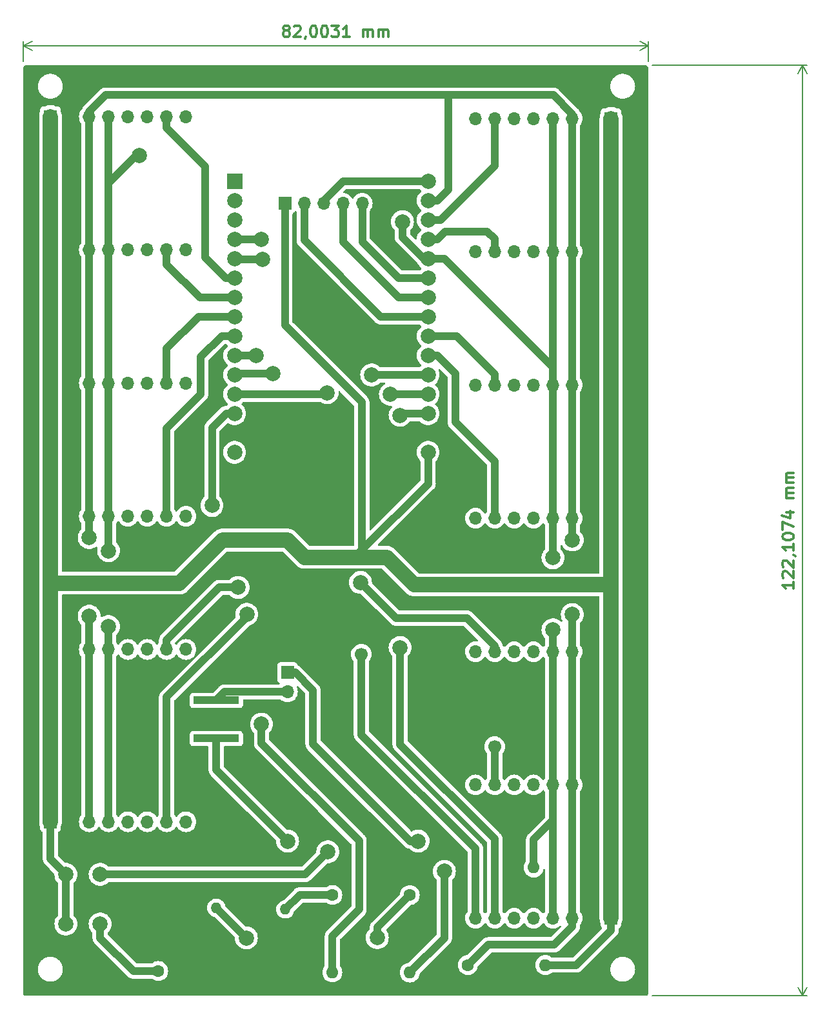
<source format=gbr>
%TF.GenerationSoftware,KiCad,Pcbnew,7.0.8*%
%TF.CreationDate,2023-10-24T13:26:43-03:00*%
%TF.ProjectId,FirstBoard,46697273-7442-46f6-9172-642e6b696361,rev?*%
%TF.SameCoordinates,Original*%
%TF.FileFunction,Copper,L2,Bot*%
%TF.FilePolarity,Positive*%
%FSLAX46Y46*%
G04 Gerber Fmt 4.6, Leading zero omitted, Abs format (unit mm)*
G04 Created by KiCad (PCBNEW 7.0.8) date 2023-10-24 13:26:43*
%MOMM*%
%LPD*%
G01*
G04 APERTURE LIST*
%ADD10C,0.300000*%
%TA.AperFunction,NonConductor*%
%ADD11C,0.300000*%
%TD*%
%TA.AperFunction,NonConductor*%
%ADD12C,0.200000*%
%TD*%
%TA.AperFunction,ComponentPad*%
%ADD13R,1.700000X1.700000*%
%TD*%
%TA.AperFunction,ComponentPad*%
%ADD14O,1.700000X1.700000*%
%TD*%
%TA.AperFunction,ComponentPad*%
%ADD15C,1.600000*%
%TD*%
%TA.AperFunction,ComponentPad*%
%ADD16O,1.600000X1.600000*%
%TD*%
%TA.AperFunction,ComponentPad*%
%ADD17R,6.000000X1.000000*%
%TD*%
%TA.AperFunction,ComponentPad*%
%ADD18C,2.000000*%
%TD*%
%TA.AperFunction,ComponentPad*%
%ADD19C,1.400000*%
%TD*%
%TA.AperFunction,ComponentPad*%
%ADD20O,1.400000X1.400000*%
%TD*%
%TA.AperFunction,ComponentPad*%
%ADD21R,2.000000X2.000000*%
%TD*%
%TA.AperFunction,ViaPad*%
%ADD22C,2.000000*%
%TD*%
%TA.AperFunction,ViaPad*%
%ADD23C,1.700000*%
%TD*%
%TA.AperFunction,Conductor*%
%ADD24C,1.000000*%
%TD*%
%TA.AperFunction,Conductor*%
%ADD25C,2.000000*%
%TD*%
G04 APERTURE END LIST*
D10*
D11*
X75538707Y-55831186D02*
X75395850Y-55759758D01*
X75395850Y-55759758D02*
X75324421Y-55688329D01*
X75324421Y-55688329D02*
X75252993Y-55545472D01*
X75252993Y-55545472D02*
X75252993Y-55474043D01*
X75252993Y-55474043D02*
X75324421Y-55331186D01*
X75324421Y-55331186D02*
X75395850Y-55259758D01*
X75395850Y-55259758D02*
X75538707Y-55188329D01*
X75538707Y-55188329D02*
X75824421Y-55188329D01*
X75824421Y-55188329D02*
X75967279Y-55259758D01*
X75967279Y-55259758D02*
X76038707Y-55331186D01*
X76038707Y-55331186D02*
X76110136Y-55474043D01*
X76110136Y-55474043D02*
X76110136Y-55545472D01*
X76110136Y-55545472D02*
X76038707Y-55688329D01*
X76038707Y-55688329D02*
X75967279Y-55759758D01*
X75967279Y-55759758D02*
X75824421Y-55831186D01*
X75824421Y-55831186D02*
X75538707Y-55831186D01*
X75538707Y-55831186D02*
X75395850Y-55902615D01*
X75395850Y-55902615D02*
X75324421Y-55974043D01*
X75324421Y-55974043D02*
X75252993Y-56116901D01*
X75252993Y-56116901D02*
X75252993Y-56402615D01*
X75252993Y-56402615D02*
X75324421Y-56545472D01*
X75324421Y-56545472D02*
X75395850Y-56616901D01*
X75395850Y-56616901D02*
X75538707Y-56688329D01*
X75538707Y-56688329D02*
X75824421Y-56688329D01*
X75824421Y-56688329D02*
X75967279Y-56616901D01*
X75967279Y-56616901D02*
X76038707Y-56545472D01*
X76038707Y-56545472D02*
X76110136Y-56402615D01*
X76110136Y-56402615D02*
X76110136Y-56116901D01*
X76110136Y-56116901D02*
X76038707Y-55974043D01*
X76038707Y-55974043D02*
X75967279Y-55902615D01*
X75967279Y-55902615D02*
X75824421Y-55831186D01*
X76681564Y-55331186D02*
X76752992Y-55259758D01*
X76752992Y-55259758D02*
X76895850Y-55188329D01*
X76895850Y-55188329D02*
X77252992Y-55188329D01*
X77252992Y-55188329D02*
X77395850Y-55259758D01*
X77395850Y-55259758D02*
X77467278Y-55331186D01*
X77467278Y-55331186D02*
X77538707Y-55474043D01*
X77538707Y-55474043D02*
X77538707Y-55616901D01*
X77538707Y-55616901D02*
X77467278Y-55831186D01*
X77467278Y-55831186D02*
X76610135Y-56688329D01*
X76610135Y-56688329D02*
X77538707Y-56688329D01*
X78252992Y-56616901D02*
X78252992Y-56688329D01*
X78252992Y-56688329D02*
X78181563Y-56831186D01*
X78181563Y-56831186D02*
X78110135Y-56902615D01*
X79181564Y-55188329D02*
X79324421Y-55188329D01*
X79324421Y-55188329D02*
X79467278Y-55259758D01*
X79467278Y-55259758D02*
X79538707Y-55331186D01*
X79538707Y-55331186D02*
X79610135Y-55474043D01*
X79610135Y-55474043D02*
X79681564Y-55759758D01*
X79681564Y-55759758D02*
X79681564Y-56116901D01*
X79681564Y-56116901D02*
X79610135Y-56402615D01*
X79610135Y-56402615D02*
X79538707Y-56545472D01*
X79538707Y-56545472D02*
X79467278Y-56616901D01*
X79467278Y-56616901D02*
X79324421Y-56688329D01*
X79324421Y-56688329D02*
X79181564Y-56688329D01*
X79181564Y-56688329D02*
X79038707Y-56616901D01*
X79038707Y-56616901D02*
X78967278Y-56545472D01*
X78967278Y-56545472D02*
X78895849Y-56402615D01*
X78895849Y-56402615D02*
X78824421Y-56116901D01*
X78824421Y-56116901D02*
X78824421Y-55759758D01*
X78824421Y-55759758D02*
X78895849Y-55474043D01*
X78895849Y-55474043D02*
X78967278Y-55331186D01*
X78967278Y-55331186D02*
X79038707Y-55259758D01*
X79038707Y-55259758D02*
X79181564Y-55188329D01*
X80610135Y-55188329D02*
X80752992Y-55188329D01*
X80752992Y-55188329D02*
X80895849Y-55259758D01*
X80895849Y-55259758D02*
X80967278Y-55331186D01*
X80967278Y-55331186D02*
X81038706Y-55474043D01*
X81038706Y-55474043D02*
X81110135Y-55759758D01*
X81110135Y-55759758D02*
X81110135Y-56116901D01*
X81110135Y-56116901D02*
X81038706Y-56402615D01*
X81038706Y-56402615D02*
X80967278Y-56545472D01*
X80967278Y-56545472D02*
X80895849Y-56616901D01*
X80895849Y-56616901D02*
X80752992Y-56688329D01*
X80752992Y-56688329D02*
X80610135Y-56688329D01*
X80610135Y-56688329D02*
X80467278Y-56616901D01*
X80467278Y-56616901D02*
X80395849Y-56545472D01*
X80395849Y-56545472D02*
X80324420Y-56402615D01*
X80324420Y-56402615D02*
X80252992Y-56116901D01*
X80252992Y-56116901D02*
X80252992Y-55759758D01*
X80252992Y-55759758D02*
X80324420Y-55474043D01*
X80324420Y-55474043D02*
X80395849Y-55331186D01*
X80395849Y-55331186D02*
X80467278Y-55259758D01*
X80467278Y-55259758D02*
X80610135Y-55188329D01*
X81610134Y-55188329D02*
X82538706Y-55188329D01*
X82538706Y-55188329D02*
X82038706Y-55759758D01*
X82038706Y-55759758D02*
X82252991Y-55759758D01*
X82252991Y-55759758D02*
X82395849Y-55831186D01*
X82395849Y-55831186D02*
X82467277Y-55902615D01*
X82467277Y-55902615D02*
X82538706Y-56045472D01*
X82538706Y-56045472D02*
X82538706Y-56402615D01*
X82538706Y-56402615D02*
X82467277Y-56545472D01*
X82467277Y-56545472D02*
X82395849Y-56616901D01*
X82395849Y-56616901D02*
X82252991Y-56688329D01*
X82252991Y-56688329D02*
X81824420Y-56688329D01*
X81824420Y-56688329D02*
X81681563Y-56616901D01*
X81681563Y-56616901D02*
X81610134Y-56545472D01*
X83967277Y-56688329D02*
X83110134Y-56688329D01*
X83538705Y-56688329D02*
X83538705Y-55188329D01*
X83538705Y-55188329D02*
X83395848Y-55402615D01*
X83395848Y-55402615D02*
X83252991Y-55545472D01*
X83252991Y-55545472D02*
X83110134Y-55616901D01*
X85752990Y-56688329D02*
X85752990Y-55688329D01*
X85752990Y-55831186D02*
X85824419Y-55759758D01*
X85824419Y-55759758D02*
X85967276Y-55688329D01*
X85967276Y-55688329D02*
X86181562Y-55688329D01*
X86181562Y-55688329D02*
X86324419Y-55759758D01*
X86324419Y-55759758D02*
X86395848Y-55902615D01*
X86395848Y-55902615D02*
X86395848Y-56688329D01*
X86395848Y-55902615D02*
X86467276Y-55759758D01*
X86467276Y-55759758D02*
X86610133Y-55688329D01*
X86610133Y-55688329D02*
X86824419Y-55688329D01*
X86824419Y-55688329D02*
X86967276Y-55759758D01*
X86967276Y-55759758D02*
X87038705Y-55902615D01*
X87038705Y-55902615D02*
X87038705Y-56688329D01*
X87752990Y-56688329D02*
X87752990Y-55688329D01*
X87752990Y-55831186D02*
X87824419Y-55759758D01*
X87824419Y-55759758D02*
X87967276Y-55688329D01*
X87967276Y-55688329D02*
X88181562Y-55688329D01*
X88181562Y-55688329D02*
X88324419Y-55759758D01*
X88324419Y-55759758D02*
X88395848Y-55902615D01*
X88395848Y-55902615D02*
X88395848Y-56688329D01*
X88395848Y-55902615D02*
X88467276Y-55759758D01*
X88467276Y-55759758D02*
X88610133Y-55688329D01*
X88610133Y-55688329D02*
X88824419Y-55688329D01*
X88824419Y-55688329D02*
X88967276Y-55759758D01*
X88967276Y-55759758D02*
X89038705Y-55902615D01*
X89038705Y-55902615D02*
X89038705Y-56688329D01*
D12*
X123183126Y-59892616D02*
X123183126Y-57223581D01*
X41180000Y-59892616D02*
X41180000Y-57223581D01*
X123183126Y-57810001D02*
X41180000Y-57810001D01*
X123183126Y-57810001D02*
X41180000Y-57810001D01*
X123183126Y-57810001D02*
X122056622Y-58396422D01*
X123183126Y-57810001D02*
X122056622Y-57223580D01*
X41180000Y-57810001D02*
X42306504Y-57223580D01*
X41180000Y-57810001D02*
X42306504Y-58396422D01*
D10*
D11*
X142273745Y-128232020D02*
X142273745Y-129089163D01*
X142273745Y-128660592D02*
X140773745Y-128660592D01*
X140773745Y-128660592D02*
X140988031Y-128803449D01*
X140988031Y-128803449D02*
X141130888Y-128946306D01*
X141130888Y-128946306D02*
X141202317Y-129089163D01*
X140916602Y-127660592D02*
X140845174Y-127589164D01*
X140845174Y-127589164D02*
X140773745Y-127446307D01*
X140773745Y-127446307D02*
X140773745Y-127089164D01*
X140773745Y-127089164D02*
X140845174Y-126946307D01*
X140845174Y-126946307D02*
X140916602Y-126874878D01*
X140916602Y-126874878D02*
X141059459Y-126803449D01*
X141059459Y-126803449D02*
X141202317Y-126803449D01*
X141202317Y-126803449D02*
X141416602Y-126874878D01*
X141416602Y-126874878D02*
X142273745Y-127732021D01*
X142273745Y-127732021D02*
X142273745Y-126803449D01*
X140916602Y-126232021D02*
X140845174Y-126160593D01*
X140845174Y-126160593D02*
X140773745Y-126017736D01*
X140773745Y-126017736D02*
X140773745Y-125660593D01*
X140773745Y-125660593D02*
X140845174Y-125517736D01*
X140845174Y-125517736D02*
X140916602Y-125446307D01*
X140916602Y-125446307D02*
X141059459Y-125374878D01*
X141059459Y-125374878D02*
X141202317Y-125374878D01*
X141202317Y-125374878D02*
X141416602Y-125446307D01*
X141416602Y-125446307D02*
X142273745Y-126303450D01*
X142273745Y-126303450D02*
X142273745Y-125374878D01*
X142202317Y-124660593D02*
X142273745Y-124660593D01*
X142273745Y-124660593D02*
X142416602Y-124732022D01*
X142416602Y-124732022D02*
X142488031Y-124803450D01*
X142273745Y-123232021D02*
X142273745Y-124089164D01*
X142273745Y-123660593D02*
X140773745Y-123660593D01*
X140773745Y-123660593D02*
X140988031Y-123803450D01*
X140988031Y-123803450D02*
X141130888Y-123946307D01*
X141130888Y-123946307D02*
X141202317Y-124089164D01*
X140773745Y-122303450D02*
X140773745Y-122160593D01*
X140773745Y-122160593D02*
X140845174Y-122017736D01*
X140845174Y-122017736D02*
X140916602Y-121946308D01*
X140916602Y-121946308D02*
X141059459Y-121874879D01*
X141059459Y-121874879D02*
X141345174Y-121803450D01*
X141345174Y-121803450D02*
X141702317Y-121803450D01*
X141702317Y-121803450D02*
X141988031Y-121874879D01*
X141988031Y-121874879D02*
X142130888Y-121946308D01*
X142130888Y-121946308D02*
X142202317Y-122017736D01*
X142202317Y-122017736D02*
X142273745Y-122160593D01*
X142273745Y-122160593D02*
X142273745Y-122303450D01*
X142273745Y-122303450D02*
X142202317Y-122446308D01*
X142202317Y-122446308D02*
X142130888Y-122517736D01*
X142130888Y-122517736D02*
X141988031Y-122589165D01*
X141988031Y-122589165D02*
X141702317Y-122660593D01*
X141702317Y-122660593D02*
X141345174Y-122660593D01*
X141345174Y-122660593D02*
X141059459Y-122589165D01*
X141059459Y-122589165D02*
X140916602Y-122517736D01*
X140916602Y-122517736D02*
X140845174Y-122446308D01*
X140845174Y-122446308D02*
X140773745Y-122303450D01*
X140773745Y-121303451D02*
X140773745Y-120303451D01*
X140773745Y-120303451D02*
X142273745Y-120946308D01*
X141273745Y-119089166D02*
X142273745Y-119089166D01*
X140702317Y-119446308D02*
X141773745Y-119803451D01*
X141773745Y-119803451D02*
X141773745Y-118874880D01*
X142273745Y-117160595D02*
X141273745Y-117160595D01*
X141416602Y-117160595D02*
X141345174Y-117089166D01*
X141345174Y-117089166D02*
X141273745Y-116946309D01*
X141273745Y-116946309D02*
X141273745Y-116732023D01*
X141273745Y-116732023D02*
X141345174Y-116589166D01*
X141345174Y-116589166D02*
X141488031Y-116517738D01*
X141488031Y-116517738D02*
X142273745Y-116517738D01*
X141488031Y-116517738D02*
X141345174Y-116446309D01*
X141345174Y-116446309D02*
X141273745Y-116303452D01*
X141273745Y-116303452D02*
X141273745Y-116089166D01*
X141273745Y-116089166D02*
X141345174Y-115946309D01*
X141345174Y-115946309D02*
X141488031Y-115874880D01*
X141488031Y-115874880D02*
X142273745Y-115874880D01*
X142273745Y-115160595D02*
X141273745Y-115160595D01*
X141416602Y-115160595D02*
X141345174Y-115089166D01*
X141345174Y-115089166D02*
X141273745Y-114946309D01*
X141273745Y-114946309D02*
X141273745Y-114732023D01*
X141273745Y-114732023D02*
X141345174Y-114589166D01*
X141345174Y-114589166D02*
X141488031Y-114517738D01*
X141488031Y-114517738D02*
X142273745Y-114517738D01*
X141488031Y-114517738D02*
X141345174Y-114446309D01*
X141345174Y-114446309D02*
X141273745Y-114303452D01*
X141273745Y-114303452D02*
X141273745Y-114089166D01*
X141273745Y-114089166D02*
X141345174Y-113946309D01*
X141345174Y-113946309D02*
X141488031Y-113874880D01*
X141488031Y-113874880D02*
X142273745Y-113874880D01*
D12*
X123683126Y-182500000D02*
X143981837Y-182500000D01*
X123683126Y-60392616D02*
X143981837Y-60392616D01*
X143395417Y-182500000D02*
X143395417Y-60392616D01*
X143395417Y-182500000D02*
X143395417Y-60392616D01*
X143395417Y-182500000D02*
X142808996Y-181373496D01*
X143395417Y-182500000D02*
X143981838Y-181373496D01*
X143395417Y-60392616D02*
X143981838Y-61519120D01*
X143395417Y-60392616D02*
X142808996Y-61519120D01*
D13*
%TO.P,J2,1,Pin_1*%
%TO.N,3v3*%
X118290000Y-154820000D03*
D14*
%TO.P,J2,2,Pin_2*%
%TO.N,GND*%
X115750000Y-154820000D03*
%TO.P,J2,3,Pin_3*%
%TO.N,SCL*%
X113210000Y-154820000D03*
%TO.P,J2,4,Pin_4*%
%TO.N,SDA*%
X110670000Y-154820000D03*
%TO.P,J2,5,Pin_5*%
%TO.N,unconnected-(J2-Pin_5-Pad5)*%
X108130000Y-154820000D03*
%TO.P,J2,6,Pin_6*%
%TO.N,unconnected-(J2-Pin_6-Pad6)*%
X105590000Y-154820000D03*
%TO.P,J2,7,Pin_7*%
%TO.N,AD0_1*%
X103050000Y-154820000D03*
%TO.P,J2,8,Pin_8*%
%TO.N,unconnected-(J2-Pin_8-Pad8)*%
X100510000Y-154820000D03*
%TD*%
D15*
%TO.P,R2,1*%
%TO.N,Net-(D0-A)*%
X91880000Y-169280000D03*
D16*
%TO.P,R2,2*%
%TO.N,LED_R*%
X91880000Y-179440000D03*
%TD*%
D15*
%TO.P,R3,1*%
%TO.N,Net-(D1-A)*%
X81720000Y-169260000D03*
D16*
%TO.P,R3,2*%
%TO.N,LED_G*%
X81720000Y-179420000D03*
%TD*%
D17*
%TO.P,SW2,1,1*%
%TO.N,BAT+*%
X66480000Y-143733000D03*
%TO.P,SW2,2,2*%
%TO.N,Net-(U2-IN+)*%
X66480000Y-148730000D03*
%TD*%
D13*
%TO.P,J7,1,Pin_1*%
%TO.N,3v3*%
X118290000Y-67380000D03*
D14*
%TO.P,J7,2,Pin_2*%
%TO.N,GND*%
X115750000Y-67380000D03*
%TO.P,J7,3,Pin_3*%
%TO.N,SCL*%
X113210000Y-67380000D03*
%TO.P,J7,4,Pin_4*%
%TO.N,SDA*%
X110670000Y-67380000D03*
%TO.P,J7,5,Pin_5*%
%TO.N,unconnected-(J7-Pin_5-Pad5)*%
X108130000Y-67380000D03*
%TO.P,J7,6,Pin_6*%
%TO.N,unconnected-(J7-Pin_6-Pad6)*%
X105590000Y-67380000D03*
%TO.P,J7,7,Pin_7*%
%TO.N,AD0_6*%
X103050000Y-67380000D03*
%TO.P,J7,8,Pin_8*%
%TO.N,unconnected-(J7-Pin_8-Pad8)*%
X100510000Y-67380000D03*
%TD*%
D13*
%TO.P,J13,1,Pin_1*%
%TO.N,3v3*%
X44725000Y-159660000D03*
D14*
%TO.P,J13,2,Pin_2*%
%TO.N,GND*%
X47265000Y-159660000D03*
%TO.P,J13,3,Pin_3*%
%TO.N,SCL*%
X49805000Y-159660000D03*
%TO.P,J13,4,Pin_4*%
%TO.N,SDA*%
X52345000Y-159660000D03*
%TO.P,J13,5,Pin_5*%
%TO.N,unconnected-(J13-Pin_5-Pad5)*%
X54885000Y-159660000D03*
%TO.P,J13,6,Pin_6*%
%TO.N,unconnected-(J13-Pin_6-Pad6)*%
X57425000Y-159660000D03*
%TO.P,J13,7,Pin_7*%
%TO.N,AD0_12*%
X59965000Y-159660000D03*
%TO.P,J13,8,Pin_8*%
%TO.N,unconnected-(J13-Pin_8-Pad8)*%
X62505000Y-159660000D03*
%TD*%
D13*
%TO.P,J11,1,Pin_1*%
%TO.N,3v3*%
X44725000Y-119570000D03*
D14*
%TO.P,J11,2,Pin_2*%
%TO.N,GND*%
X47265000Y-119570000D03*
%TO.P,J11,3,Pin_3*%
%TO.N,SCL*%
X49805000Y-119570000D03*
%TO.P,J11,4,Pin_4*%
%TO.N,SDA*%
X52345000Y-119570000D03*
%TO.P,J11,5,Pin_5*%
%TO.N,unconnected-(J11-Pin_5-Pad5)*%
X54885000Y-119570000D03*
%TO.P,J11,6,Pin_6*%
%TO.N,unconnected-(J11-Pin_6-Pad6)*%
X57425000Y-119570000D03*
%TO.P,J11,7,Pin_7*%
%TO.N,AD0_10*%
X59965000Y-119570000D03*
%TO.P,J11,8,Pin_8*%
%TO.N,unconnected-(J11-Pin_8-Pad8)*%
X62505000Y-119570000D03*
%TD*%
D13*
%TO.P,J8,1,Pin_1*%
%TO.N,3v3*%
X44725000Y-67130000D03*
D14*
%TO.P,J8,2,Pin_2*%
%TO.N,GND*%
X47265000Y-67130000D03*
%TO.P,J8,3,Pin_3*%
%TO.N,SCL*%
X49805000Y-67130000D03*
%TO.P,J8,4,Pin_4*%
%TO.N,SDA*%
X52345000Y-67130000D03*
%TO.P,J8,5,Pin_5*%
%TO.N,unconnected-(J8-Pin_5-Pad5)*%
X54885000Y-67130000D03*
%TO.P,J8,6,Pin_6*%
%TO.N,unconnected-(J8-Pin_6-Pad6)*%
X57425000Y-67130000D03*
%TO.P,J8,7,Pin_7*%
%TO.N,AD0_7*%
X59965000Y-67130000D03*
%TO.P,J8,8,Pin_8*%
%TO.N,unconnected-(J8-Pin_8-Pad8)*%
X62505000Y-67130000D03*
%TD*%
D18*
%TO.P,SW1,1,1*%
%TO.N,3v3*%
X46740000Y-173070000D03*
X46740000Y-166570000D03*
%TO.P,SW1,2,2*%
%TO.N,Switch*%
X51240000Y-173070000D03*
X51240000Y-166570000D03*
%TD*%
D13*
%TO.P,J4,1,Pin_1*%
%TO.N,3v3*%
X118290000Y-119840000D03*
D14*
%TO.P,J4,2,Pin_2*%
%TO.N,GND*%
X115750000Y-119840000D03*
%TO.P,J4,3,Pin_3*%
%TO.N,SCL*%
X113210000Y-119840000D03*
%TO.P,J4,4,Pin_4*%
%TO.N,SDA*%
X110670000Y-119840000D03*
%TO.P,J4,5,Pin_5*%
%TO.N,unconnected-(J4-Pin_5-Pad5)*%
X108130000Y-119840000D03*
%TO.P,J4,6,Pin_6*%
%TO.N,unconnected-(J4-Pin_6-Pad6)*%
X105590000Y-119840000D03*
%TO.P,J4,7,Pin_7*%
%TO.N,AD0_3*%
X103050000Y-119840000D03*
%TO.P,J4,8,Pin_8*%
%TO.N,unconnected-(J4-Pin_8-Pad8)*%
X100510000Y-119840000D03*
%TD*%
D13*
%TO.P,J10,1,Pin_1*%
%TO.N,3v3*%
X44725000Y-102090000D03*
D14*
%TO.P,J10,2,Pin_2*%
%TO.N,GND*%
X47265000Y-102090000D03*
%TO.P,J10,3,Pin_3*%
%TO.N,SCL*%
X49805000Y-102090000D03*
%TO.P,J10,4,Pin_4*%
%TO.N,SDA*%
X52345000Y-102090000D03*
%TO.P,J10,5,Pin_5*%
%TO.N,unconnected-(J10-Pin_5-Pad5)*%
X54885000Y-102090000D03*
%TO.P,J10,6,Pin_6*%
%TO.N,unconnected-(J10-Pin_6-Pad6)*%
X57425000Y-102090000D03*
%TO.P,J10,7,Pin_7*%
%TO.N,AD0_9*%
X59965000Y-102090000D03*
%TO.P,J10,8,Pin_8*%
%TO.N,unconnected-(J10-Pin_8-Pad8)*%
X62505000Y-102090000D03*
%TD*%
D15*
%TO.P,R5,1*%
%TO.N,SCL*%
X99500000Y-178460000D03*
D16*
%TO.P,R5,2*%
%TO.N,3v3*%
X109660000Y-178460000D03*
%TD*%
D15*
%TO.P,R1,1*%
%TO.N,Switch*%
X58860000Y-179240000D03*
D16*
%TO.P,R1,2*%
%TO.N,GND*%
X58860000Y-169080000D03*
%TD*%
D13*
%TO.P,J6,1,Pin_1*%
%TO.N,3v3*%
X118290000Y-84840000D03*
D14*
%TO.P,J6,2,Pin_2*%
%TO.N,GND*%
X115750000Y-84840000D03*
%TO.P,J6,3,Pin_3*%
%TO.N,SCL*%
X113210000Y-84840000D03*
%TO.P,J6,4,Pin_4*%
%TO.N,SDA*%
X110670000Y-84840000D03*
%TO.P,J6,5,Pin_5*%
%TO.N,unconnected-(J6-Pin_5-Pad5)*%
X108130000Y-84840000D03*
%TO.P,J6,6,Pin_6*%
%TO.N,unconnected-(J6-Pin_6-Pad6)*%
X105590000Y-84840000D03*
%TO.P,J6,7,Pin_7*%
%TO.N,AD0_5*%
X103050000Y-84840000D03*
%TO.P,J6,8,Pin_8*%
%TO.N,unconnected-(J6-Pin_8-Pad8)*%
X100510000Y-84840000D03*
%TD*%
D13*
%TO.P,J15,1,Pin_1*%
%TO.N,3v3*%
X75478224Y-78520748D03*
D14*
%TO.P,J15,2,Pin_2*%
%TO.N,SS*%
X78018224Y-78520748D03*
%TO.P,J15,3,Pin_3*%
%TO.N,MOSI*%
X80558224Y-78520748D03*
%TO.P,J15,4,Pin_4*%
%TO.N,SCK*%
X83098224Y-78520748D03*
%TO.P,J15,5,Pin_5*%
%TO.N,MISO*%
X85638224Y-78520748D03*
%TO.P,J15,6,Pin_6*%
%TO.N,GND*%
X88178224Y-78520748D03*
%TD*%
D19*
%TO.P,D1,1,K*%
%TO.N,GND*%
X75529442Y-178774385D03*
D20*
%TO.P,D1,2,A*%
%TO.N,Net-(D1-A)*%
X75529442Y-171154385D03*
%TD*%
D13*
%TO.P,J3,1,Pin_1*%
%TO.N,3v3*%
X118290000Y-137340000D03*
D14*
%TO.P,J3,2,Pin_2*%
%TO.N,GND*%
X115750000Y-137340000D03*
%TO.P,J3,3,Pin_3*%
%TO.N,SCL*%
X113210000Y-137340000D03*
%TO.P,J3,4,Pin_4*%
%TO.N,SDA*%
X110670000Y-137340000D03*
%TO.P,J3,5,Pin_5*%
%TO.N,unconnected-(J3-Pin_5-Pad5)*%
X108130000Y-137340000D03*
%TO.P,J3,6,Pin_6*%
%TO.N,unconnected-(J3-Pin_6-Pad6)*%
X105590000Y-137340000D03*
%TO.P,J3,7,Pin_7*%
%TO.N,AD0_2*%
X103050000Y-137340000D03*
%TO.P,J3,8,Pin_8*%
%TO.N,unconnected-(J3-Pin_8-Pad8)*%
X100510000Y-137340000D03*
%TD*%
D15*
%TO.P,R4,1*%
%TO.N,3v3*%
X118300000Y-165660000D03*
D16*
%TO.P,R4,2*%
%TO.N,SDA*%
X108140000Y-165660000D03*
%TD*%
D18*
%TO.P,U2,1,IN+*%
%TO.N,Net-(U2-IN+)*%
X75840544Y-162200000D03*
%TO.P,U2,2,IN-*%
%TO.N,BAT-*%
X92985544Y-162200000D03*
%TO.P,U2,3,OUT+*%
%TO.N,3v3*%
X75840544Y-122703000D03*
%TO.P,U2,4,OUT-*%
%TO.N,GND*%
X92985544Y-122703000D03*
%TD*%
D13*
%TO.P,J5,1,Pin_1*%
%TO.N,3v3*%
X118290000Y-102340000D03*
D14*
%TO.P,J5,2,Pin_2*%
%TO.N,GND*%
X115750000Y-102340000D03*
%TO.P,J5,3,Pin_3*%
%TO.N,SCL*%
X113210000Y-102340000D03*
%TO.P,J5,4,Pin_4*%
%TO.N,SDA*%
X110670000Y-102340000D03*
%TO.P,J5,5,Pin_5*%
%TO.N,unconnected-(J5-Pin_5-Pad5)*%
X108130000Y-102340000D03*
%TO.P,J5,6,Pin_6*%
%TO.N,unconnected-(J5-Pin_6-Pad6)*%
X105590000Y-102340000D03*
%TO.P,J5,7,Pin_7*%
%TO.N,AD0_4*%
X103050000Y-102340000D03*
%TO.P,J5,8,Pin_8*%
%TO.N,unconnected-(J5-Pin_8-Pad8)*%
X100510000Y-102340000D03*
%TD*%
D21*
%TO.P,U1,1,EN*%
%TO.N,unconnected-(U1-EN-Pad1)*%
X68884800Y-75620200D03*
D18*
%TO.P,U1,2,VP*%
%TO.N,unconnected-(U1-VP-Pad2)*%
X68884800Y-78160200D03*
%TO.P,U1,3,VN*%
%TO.N,unconnected-(U1-VN-Pad3)*%
X68884800Y-80700200D03*
%TO.P,U1,4,D34*%
%TO.N,INT*%
X68884800Y-83240200D03*
%TO.P,U1,5,D35*%
%TO.N,Switch*%
X68884800Y-85780200D03*
%TO.P,U1,6,D32*%
%TO.N,AD0_7*%
X68884800Y-88320200D03*
%TO.P,U1,7,D33*%
%TO.N,AD0_8*%
X68884800Y-90860200D03*
%TO.P,U1,8,D25*%
%TO.N,AD0_9*%
X68884800Y-93400200D03*
%TO.P,U1,9,D26*%
%TO.N,AD0_10*%
X68884800Y-95940200D03*
%TO.P,U1,10,D27*%
%TO.N,AD0_11*%
X68884800Y-98480200D03*
%TO.P,U1,11,D14*%
%TO.N,AD0_12*%
X68884800Y-101020200D03*
%TO.P,U1,12,D12*%
%TO.N,LED_R*%
X68884800Y-103560200D03*
%TO.P,U1,13,D13*%
%TO.N,LED_G*%
X68884800Y-106100200D03*
%TO.P,U1,14,GND*%
%TO.N,GND*%
X68884800Y-108640200D03*
%TO.P,U1,15,VIN*%
%TO.N,unconnected-(U1-VIN-Pad15)*%
X68884800Y-111180200D03*
%TO.P,U1,16,3.3V*%
%TO.N,3v3*%
X94284800Y-111180200D03*
%TO.P,U1,17,GND*%
%TO.N,GND*%
X94284800Y-108640200D03*
%TO.P,U1,18,D15*%
%TO.N,AD0_0*%
X94284800Y-106100200D03*
%TO.P,U1,19,D2*%
%TO.N,AD0_1*%
X94284800Y-103560200D03*
%TO.P,U1,20,D4*%
%TO.N,AD0_2*%
X94284800Y-101020200D03*
%TO.P,U1,21,D16*%
%TO.N,AD0_3*%
X94284800Y-98480200D03*
%TO.P,U1,22,D17*%
%TO.N,AD0_4*%
X94284800Y-95940200D03*
%TO.P,U1,23,D5*%
%TO.N,SS*%
X94284800Y-93400200D03*
%TO.P,U1,24,D18-SCK*%
%TO.N,SCK*%
X94284800Y-90860200D03*
%TO.P,U1,25,D19-MISO*%
%TO.N,MISO*%
X94284800Y-88320200D03*
%TO.P,U1,26,D21-SDA*%
%TO.N,SDA*%
X94284800Y-85780200D03*
%TO.P,U1,27,D3*%
%TO.N,AD0_5*%
X94284800Y-83240200D03*
%TO.P,U1,28,D1*%
%TO.N,AD0_6*%
X94284800Y-80700200D03*
%TO.P,U1,29,D22-SCL*%
%TO.N,SCL*%
X94284800Y-78160200D03*
%TO.P,U1,30,D23-MOSI*%
%TO.N,MOSI*%
X94284800Y-75620200D03*
%TD*%
D13*
%TO.P,J0,1,Pin_1*%
%TO.N,BAT-*%
X75820000Y-140085000D03*
D14*
%TO.P,J0,2,Pin_2*%
%TO.N,BAT+*%
X75820000Y-142625000D03*
%TD*%
D13*
%TO.P,J1,1,Pin_1*%
%TO.N,3v3*%
X118290000Y-172300000D03*
D14*
%TO.P,J1,2,Pin_2*%
%TO.N,GND*%
X115750000Y-172300000D03*
%TO.P,J1,3,Pin_3*%
%TO.N,SCL*%
X113210000Y-172300000D03*
%TO.P,J1,4,Pin_4*%
%TO.N,SDA*%
X110670000Y-172300000D03*
%TO.P,J1,5,Pin_5*%
%TO.N,unconnected-(J1-Pin_5-Pad5)*%
X108130000Y-172300000D03*
%TO.P,J1,6,Pin_6*%
%TO.N,unconnected-(J1-Pin_6-Pad6)*%
X105590000Y-172300000D03*
%TO.P,J1,7,Pin_7*%
%TO.N,AD0_0*%
X103050000Y-172300000D03*
%TO.P,J1,8,Pin_8*%
%TO.N,INT*%
X100510000Y-172300000D03*
%TD*%
D13*
%TO.P,J12,1,Pin_1*%
%TO.N,3v3*%
X44725000Y-137050000D03*
D14*
%TO.P,J12,2,Pin_2*%
%TO.N,GND*%
X47265000Y-137050000D03*
%TO.P,J12,3,Pin_3*%
%TO.N,SCL*%
X49805000Y-137050000D03*
%TO.P,J12,4,Pin_4*%
%TO.N,SDA*%
X52345000Y-137050000D03*
%TO.P,J12,5,Pin_5*%
%TO.N,unconnected-(J12-Pin_5-Pad5)*%
X54885000Y-137050000D03*
%TO.P,J12,6,Pin_6*%
%TO.N,unconnected-(J12-Pin_6-Pad6)*%
X57425000Y-137050000D03*
%TO.P,J12,7,Pin_7*%
%TO.N,AD0_11*%
X59965000Y-137050000D03*
%TO.P,J12,8,Pin_8*%
%TO.N,unconnected-(J12-Pin_8-Pad8)*%
X62505000Y-137050000D03*
%TD*%
D13*
%TO.P,J9,1,Pin_1*%
%TO.N,3v3*%
X44725000Y-84610000D03*
D14*
%TO.P,J9,2,Pin_2*%
%TO.N,GND*%
X47265000Y-84610000D03*
%TO.P,J9,3,Pin_3*%
%TO.N,SCL*%
X49805000Y-84610000D03*
%TO.P,J9,4,Pin_4*%
%TO.N,SDA*%
X52345000Y-84610000D03*
%TO.P,J9,5,Pin_5*%
%TO.N,unconnected-(J9-Pin_5-Pad5)*%
X54885000Y-84610000D03*
%TO.P,J9,6,Pin_6*%
%TO.N,unconnected-(J9-Pin_6-Pad6)*%
X57425000Y-84610000D03*
%TO.P,J9,7,Pin_7*%
%TO.N,AD0_8*%
X59965000Y-84610000D03*
%TO.P,J9,8,Pin_8*%
%TO.N,unconnected-(J9-Pin_8-Pad8)*%
X62505000Y-84610000D03*
%TD*%
D19*
%TO.P,D0,1,K*%
%TO.N,GND*%
X66480000Y-178570000D03*
D20*
%TO.P,D0,2,A*%
%TO.N,Net-(D0-A)*%
X66480000Y-170950000D03*
%TD*%
D22*
%TO.N,GND*%
X98370000Y-114160000D03*
X88413456Y-82044151D03*
X68970000Y-114960000D03*
%TO.N,Net-(D0-A)*%
X87620000Y-174860000D03*
X70430000Y-174900000D03*
%TO.N,SDA*%
X52345000Y-134035000D03*
X90920000Y-80920000D03*
X56364513Y-72245872D03*
X110670000Y-134460000D03*
X52345000Y-124100000D03*
X110670000Y-125010000D03*
%TO.N,SCL*%
X113210000Y-122670000D03*
X49805000Y-122375000D03*
X113210000Y-132470000D03*
X49805000Y-132675000D03*
%TO.N,AD0_0*%
X90610000Y-136800000D03*
X90610000Y-106320000D03*
D23*
%TO.N,INT*%
X85530000Y-137670000D03*
D22*
X72409979Y-83240200D03*
D23*
%TO.N,AD0_1*%
X103012188Y-149797812D03*
D22*
X89340000Y-103565571D03*
%TO.N,AD0_2*%
X85420000Y-128260000D03*
X86880200Y-101020200D03*
%TO.N,AD0_11*%
X69346986Y-128907807D03*
X71680956Y-98446512D03*
%TO.N,AD0_12*%
X70490000Y-132430000D03*
X73880200Y-100896186D03*
%TO.N,LED_R*%
X81020000Y-103360000D03*
X96421712Y-166170444D03*
%TO.N,LED_G*%
X72420000Y-146860000D03*
X65920000Y-118160000D03*
%TO.N,Switch*%
X72520000Y-85860000D03*
X81120000Y-163588576D03*
%TD*%
D24*
%TO.N,Net-(D0-A)*%
X70430000Y-174900000D02*
X66480000Y-170950000D01*
X87620000Y-174860000D02*
X87620000Y-173540000D01*
X87620000Y-173540000D02*
X91880000Y-169280000D01*
%TO.N,Net-(D1-A)*%
X81720000Y-169260000D02*
X77423827Y-169260000D01*
X77423827Y-169260000D02*
X75529442Y-171154385D01*
%TO.N,BAT-*%
X76845000Y-140085000D02*
X75820000Y-140085000D01*
X79180000Y-149440000D02*
X79180000Y-142420000D01*
X91940000Y-162200000D02*
X79180000Y-149440000D01*
X79180000Y-142420000D02*
X76845000Y-140085000D01*
X92985544Y-162200000D02*
X91940000Y-162200000D01*
%TO.N,BAT+*%
X67588000Y-142625000D02*
X66480000Y-143733000D01*
X75820000Y-142625000D02*
X67588000Y-142625000D01*
D25*
%TO.N,3v3*%
X61639001Y-128340999D02*
X45241307Y-128340999D01*
X75840544Y-122703000D02*
X67277000Y-122703000D01*
X44725000Y-137050000D02*
X44725000Y-159660000D01*
D24*
X85570000Y-124010000D02*
X84620000Y-124960000D01*
D25*
X84620000Y-124960000D02*
X78097544Y-124960000D01*
D24*
X46734895Y-166570000D02*
X44725000Y-164560105D01*
D25*
X44725000Y-102090000D02*
X44725000Y-84610000D01*
X118290000Y-127190000D02*
X118290000Y-119840000D01*
D24*
X44725000Y-164560105D02*
X44725000Y-159660000D01*
D25*
X118290000Y-67380000D02*
X118290000Y-84840000D01*
X44725000Y-119570000D02*
X44725000Y-102090000D01*
X44725000Y-137050000D02*
X44725000Y-131955000D01*
X92453001Y-128560000D02*
X118120000Y-128560000D01*
X118290000Y-119840000D02*
X118290000Y-102340000D01*
X118290000Y-163080000D02*
X118290000Y-154820000D01*
D24*
X118290000Y-173890000D02*
X118290000Y-172300000D01*
D25*
X84620000Y-124960000D02*
X88853001Y-124960000D01*
X88853001Y-124960000D02*
X92453001Y-128560000D01*
D24*
X85570000Y-104610000D02*
X85570000Y-124010000D01*
D25*
X45241307Y-128340999D02*
X44725000Y-127824692D01*
X118290000Y-172300000D02*
X118290000Y-163080000D01*
X67277000Y-122703000D02*
X61639001Y-128340999D01*
X44725000Y-127824692D02*
X44725000Y-119570000D01*
D24*
X94284800Y-115295200D02*
X85570000Y-124010000D01*
D25*
X118290000Y-137340000D02*
X118290000Y-128390000D01*
X118290000Y-84840000D02*
X118290000Y-102340000D01*
D24*
X46740000Y-166570000D02*
X46734895Y-166570000D01*
X46740000Y-173070000D02*
X46740000Y-166570000D01*
D25*
X44725000Y-84610000D02*
X44725000Y-67130000D01*
D24*
X75478224Y-78520748D02*
X75478224Y-94518224D01*
X109660000Y-178460000D02*
X113720000Y-178460000D01*
D25*
X118290000Y-154820000D02*
X118290000Y-137340000D01*
D24*
X113720000Y-178460000D02*
X118290000Y-173890000D01*
X75478224Y-94518224D02*
X85570000Y-104610000D01*
D25*
X118290000Y-128390000D02*
X118290000Y-127190000D01*
X44725000Y-131955000D02*
X44725000Y-127824692D01*
X118120000Y-128560000D02*
X118290000Y-128390000D01*
D24*
X94284800Y-111180200D02*
X94284800Y-115295200D01*
X118290000Y-163920000D02*
X118290000Y-163080000D01*
D25*
X78097544Y-124960000D02*
X75840544Y-122703000D01*
D24*
%TO.N,SDA*%
X52345000Y-102090000D02*
X52345000Y-84610000D01*
X52345000Y-75840000D02*
X52345000Y-67130000D01*
X52345000Y-159660000D02*
X52345000Y-137050000D01*
X93740200Y-85780200D02*
X94284800Y-85780200D01*
X108140000Y-165660000D02*
X108140000Y-161990000D01*
X55939128Y-72245872D02*
X52345000Y-75840000D01*
X52345000Y-84610000D02*
X52345000Y-79235000D01*
X110670000Y-84840000D02*
X110670000Y-67380000D01*
X110670000Y-100310000D02*
X110670000Y-84840000D01*
X110670000Y-119840000D02*
X110670000Y-125010000D01*
X110670000Y-137340000D02*
X110670000Y-154820000D01*
X110670000Y-170060000D02*
X110670000Y-172300000D01*
X96440200Y-85780200D02*
X110670000Y-100010000D01*
X110670000Y-102340000D02*
X110670000Y-100310000D01*
X110670000Y-134460000D02*
X110670000Y-137340000D01*
X108140000Y-161990000D02*
X110670000Y-159460000D01*
X94284800Y-85780200D02*
X96440200Y-85780200D01*
X52345000Y-137050000D02*
X52345000Y-134035000D01*
X52345000Y-119570000D02*
X52345000Y-102090000D01*
X110670000Y-159460000D02*
X110670000Y-170060000D01*
X52345000Y-124100000D02*
X52345000Y-119570000D01*
X90920000Y-80920000D02*
X90920000Y-82960000D01*
X110670000Y-119840000D02*
X110670000Y-102340000D01*
X56364513Y-72245872D02*
X55939128Y-72245872D01*
X110670000Y-154820000D02*
X110670000Y-159460000D01*
X110670000Y-100010000D02*
X110670000Y-100310000D01*
X90920000Y-82960000D02*
X93740200Y-85780200D01*
X52345000Y-79235000D02*
X52345000Y-75840000D01*
%TO.N,SCL*%
X113210000Y-172300000D02*
X113210000Y-154820000D01*
X49805000Y-102090000D02*
X49805000Y-119570000D01*
X113210000Y-122670000D02*
X113210000Y-119840000D01*
X49805000Y-137050000D02*
X49805000Y-159660000D01*
X113210000Y-67380000D02*
X113210000Y-84840000D01*
X113210000Y-173440000D02*
X110841095Y-175808905D01*
X49805000Y-84610000D02*
X49805000Y-102090000D01*
X113210000Y-137340000D02*
X113210000Y-132470000D01*
X113210000Y-66800000D02*
X110720000Y-64310000D01*
X110720000Y-64310000D02*
X96960000Y-64310000D01*
X96960000Y-76711268D02*
X96960000Y-64310000D01*
X49805000Y-119570000D02*
X49805000Y-122375000D01*
X113210000Y-172300000D02*
X113210000Y-173440000D01*
X49805000Y-66475000D02*
X49805000Y-67130000D01*
X113210000Y-102340000D02*
X113210000Y-119840000D01*
X113210000Y-154820000D02*
X113210000Y-137340000D01*
X96960000Y-64310000D02*
X51970000Y-64310000D01*
X102151095Y-175808905D02*
X99500000Y-178460000D01*
X49805000Y-67130000D02*
X49805000Y-84610000D01*
X49805000Y-132675000D02*
X49805000Y-137050000D01*
X95511068Y-78160200D02*
X96960000Y-76711268D01*
X113210000Y-84840000D02*
X113210000Y-102340000D01*
X94284800Y-78160200D02*
X95511068Y-78160200D01*
X51970000Y-64310000D02*
X49805000Y-66475000D01*
X110841095Y-175808905D02*
X102151095Y-175808905D01*
X113210000Y-67380000D02*
X113210000Y-66800000D01*
%TO.N,AD0_0*%
X94284800Y-106100200D02*
X90829800Y-106100200D01*
X103050000Y-161940000D02*
X103050000Y-172300000D01*
X90610000Y-136800000D02*
X90610000Y-149500000D01*
X90829800Y-106100200D02*
X90610000Y-106320000D01*
X90610000Y-149500000D02*
X103050000Y-161940000D01*
%TO.N,INT*%
X85530000Y-137670000D02*
X85530000Y-148230000D01*
X100510000Y-163210000D02*
X100510000Y-172300000D01*
X85530000Y-148230000D02*
X100510000Y-163210000D01*
X72409979Y-83240200D02*
X68884800Y-83240200D01*
%TO.N,AD0_1*%
X103012188Y-149797812D02*
X103012188Y-154782188D01*
X92099800Y-103560200D02*
X94284800Y-103560200D01*
X103012188Y-154782188D02*
X103050000Y-154820000D01*
X89340000Y-103565571D02*
X92094429Y-103565571D01*
X92094429Y-103565571D02*
X92099800Y-103560200D01*
%TO.N,AD0_2*%
X103050000Y-136597752D02*
X103050000Y-137340000D01*
X99389671Y-132937423D02*
X103050000Y-136597752D01*
X90097423Y-132937423D02*
X99389671Y-132937423D01*
X85420000Y-128260000D02*
X90097423Y-132937423D01*
X86880200Y-101020200D02*
X94284800Y-101020200D01*
%TO.N,AD0_3*%
X97833580Y-107193580D02*
X97833580Y-100843580D01*
X103050000Y-119840000D02*
X103050000Y-112410000D01*
X95470200Y-98480200D02*
X94284800Y-98480200D01*
X97833580Y-100843580D02*
X95470200Y-98480200D01*
X103050000Y-112410000D02*
X97833580Y-107193580D01*
%TO.N,AD0_4*%
X103050000Y-102340000D02*
X103050000Y-100980000D01*
X98010200Y-95940200D02*
X94284800Y-95940200D01*
X103050000Y-100980000D02*
X98010200Y-95940200D01*
%TO.N,AD0_5*%
X95470200Y-83240200D02*
X94284800Y-83240200D01*
X103050000Y-83200000D02*
X102040000Y-82190000D01*
X96520400Y-82190000D02*
X95470200Y-83240200D01*
X103050000Y-84840000D02*
X103050000Y-83200000D01*
X102040000Y-82190000D02*
X96520400Y-82190000D01*
%TO.N,AD0_6*%
X94284800Y-80700200D02*
X95909800Y-80700200D01*
X95909800Y-80700200D02*
X103050000Y-73560000D01*
X103050000Y-73560000D02*
X103050000Y-67380000D01*
%TO.N,AD0_7*%
X68884800Y-88320200D02*
X67724560Y-88320200D01*
X67724560Y-88320200D02*
X65017128Y-85612768D01*
X65017128Y-73657128D02*
X59965000Y-68605000D01*
X65017128Y-85612768D02*
X65017128Y-73657128D01*
X59965000Y-68605000D02*
X59965000Y-67130000D01*
%TO.N,AD0_8*%
X59965000Y-86512519D02*
X59965000Y-84610000D01*
X64312681Y-90860200D02*
X59965000Y-86512519D01*
X68884800Y-90860200D02*
X64312681Y-90860200D01*
%TO.N,AD0_9*%
X68884800Y-93400200D02*
X64159800Y-93400200D01*
X64159800Y-93400200D02*
X59965000Y-97595000D01*
X59965000Y-97595000D02*
X59965000Y-102090000D01*
%TO.N,AD0_10*%
X64435090Y-100971825D02*
X64435090Y-98684910D01*
X64420000Y-100986915D02*
X64435090Y-100971825D01*
X67179800Y-95940200D02*
X68884800Y-95940200D01*
X64420000Y-103560000D02*
X64420000Y-100986915D01*
X64435090Y-98684910D02*
X67179800Y-95940200D01*
X59965000Y-119570000D02*
X59965000Y-108015000D01*
X59965000Y-108015000D02*
X64420000Y-103560000D01*
%TO.N,AD0_11*%
X69346986Y-128907807D02*
X66872193Y-128907807D01*
X71680956Y-98446512D02*
X68918488Y-98446512D01*
X68918488Y-98446512D02*
X68884800Y-98480200D01*
X66872193Y-128907807D02*
X59965000Y-135815000D01*
X59965000Y-135815000D02*
X59965000Y-137050000D01*
%TO.N,AD0_12*%
X70490000Y-132430000D02*
X70490000Y-132790000D01*
X69008814Y-100896186D02*
X68884800Y-101020200D01*
X73880200Y-100896186D02*
X69008814Y-100896186D01*
X70490000Y-132790000D02*
X59965000Y-143315000D01*
X59965000Y-143315000D02*
X59965000Y-159660000D01*
%TO.N,SCK*%
X94284800Y-90860200D02*
X90390200Y-90860200D01*
X90390200Y-90860200D02*
X83098224Y-83568224D01*
X83098224Y-83568224D02*
X83098224Y-78520748D01*
%TO.N,MISO*%
X90390200Y-88320200D02*
X85638224Y-83568224D01*
X85638224Y-83568224D02*
X85638224Y-78520748D01*
X94284800Y-88320200D02*
X90390200Y-88320200D01*
%TO.N,MOSI*%
X80558224Y-78163552D02*
X83101576Y-75620200D01*
X80558224Y-78520748D02*
X80558224Y-78163552D01*
X83101576Y-75620200D02*
X94284800Y-75620200D01*
%TO.N,LED_R*%
X96420000Y-174900000D02*
X91880000Y-179440000D01*
X96421712Y-169278288D02*
X96420000Y-169280000D01*
X96421712Y-166170444D02*
X96421712Y-169278288D01*
X96420000Y-169280000D02*
X96420000Y-174900000D01*
X68884800Y-103560200D02*
X80819800Y-103560200D01*
X80819800Y-103560200D02*
X81020000Y-103360000D01*
%TO.N,LED_G*%
X85220000Y-171160000D02*
X85220000Y-162160000D01*
X65920000Y-107952696D02*
X65920000Y-108860000D01*
X81720000Y-179420000D02*
X81720000Y-174660000D01*
X72420000Y-149360000D02*
X72420000Y-146860000D01*
X81720000Y-174660000D02*
X85220000Y-171160000D01*
X67772496Y-106100200D02*
X65920000Y-107952696D01*
X85220000Y-162160000D02*
X72420000Y-149360000D01*
X68910765Y-106126165D02*
X68884800Y-106100200D01*
X68884800Y-106100200D02*
X67772496Y-106100200D01*
X65920000Y-108860000D02*
X65920000Y-118160000D01*
%TO.N,SS*%
X94284800Y-93400200D02*
X88289800Y-93400200D01*
X88066648Y-93400200D02*
X78018224Y-83351776D01*
X78018224Y-83351776D02*
X78018224Y-78520748D01*
%TO.N,Switch*%
X68964600Y-85860000D02*
X68884800Y-85780200D01*
X55580000Y-179240000D02*
X51240000Y-174900000D01*
X51240000Y-174900000D02*
X51240000Y-173070000D01*
X51240000Y-166570000D02*
X78138576Y-166570000D01*
X58860000Y-179240000D02*
X55580000Y-179240000D01*
X72520000Y-85860000D02*
X68964600Y-85860000D01*
X78138576Y-166570000D02*
X81120000Y-163588576D01*
%TO.N,Net-(U2-IN+)*%
X66480000Y-152839456D02*
X75840544Y-162200000D01*
X66480000Y-148730000D02*
X66480000Y-152839456D01*
%TD*%
%TA.AperFunction,Conductor*%
%TO.N,GND*%
G36*
X93179190Y-76640702D02*
G01*
X93203765Y-76661358D01*
X93264821Y-76727683D01*
X93265057Y-76727939D01*
X93265062Y-76727943D01*
X93345780Y-76790769D01*
X93387251Y-76848394D01*
X93390984Y-76919292D01*
X93355794Y-76980954D01*
X93345780Y-76989631D01*
X93265055Y-77052461D01*
X93265050Y-77052466D01*
X93096635Y-77235414D01*
X92960626Y-77443593D01*
X92860738Y-77671315D01*
X92860735Y-77671322D01*
X92799693Y-77912371D01*
X92799692Y-77912377D01*
X92799692Y-77912379D01*
X92779157Y-78160200D01*
X92789526Y-78285340D01*
X92799693Y-78408028D01*
X92860735Y-78649077D01*
X92860738Y-78649084D01*
X92960626Y-78876806D01*
X93096635Y-79084985D01*
X93265050Y-79267933D01*
X93265055Y-79267938D01*
X93345780Y-79330769D01*
X93387251Y-79388394D01*
X93390984Y-79459292D01*
X93355794Y-79520954D01*
X93345780Y-79529631D01*
X93265055Y-79592461D01*
X93265050Y-79592466D01*
X93096635Y-79775414D01*
X92960626Y-79983593D01*
X92860738Y-80211315D01*
X92860735Y-80211322D01*
X92799693Y-80452371D01*
X92779157Y-80700200D01*
X92799693Y-80948028D01*
X92860735Y-81189077D01*
X92860738Y-81189084D01*
X92960626Y-81416806D01*
X93096635Y-81624985D01*
X93265050Y-81807933D01*
X93265055Y-81807938D01*
X93345780Y-81870769D01*
X93387251Y-81928394D01*
X93390984Y-81999292D01*
X93355794Y-82060954D01*
X93345780Y-82069631D01*
X93265055Y-82132461D01*
X93265050Y-82132466D01*
X93096635Y-82315414D01*
X92960626Y-82523593D01*
X92860738Y-82751315D01*
X92860735Y-82751322D01*
X92799693Y-82992371D01*
X92799692Y-82992377D01*
X92799692Y-82992379D01*
X92790852Y-83099067D01*
X92789053Y-83120776D01*
X92763493Y-83187013D01*
X92706182Y-83228916D01*
X92635313Y-83233182D01*
X92574388Y-83199466D01*
X91957405Y-82582483D01*
X91923379Y-82520171D01*
X91920500Y-82493388D01*
X91920500Y-82097808D01*
X91940502Y-82029687D01*
X91953799Y-82012471D01*
X92108164Y-81844785D01*
X92132237Y-81807938D01*
X92244173Y-81636607D01*
X92344063Y-81408881D01*
X92405108Y-81167821D01*
X92425643Y-80920000D01*
X92405108Y-80672179D01*
X92344063Y-80431119D01*
X92244173Y-80203393D01*
X92108164Y-79995214D01*
X91939750Y-79812267D01*
X91917114Y-79794649D01*
X91743509Y-79659526D01*
X91743508Y-79659525D01*
X91524809Y-79541171D01*
X91524807Y-79541170D01*
X91289618Y-79460430D01*
X91289609Y-79460428D01*
X91240836Y-79452289D01*
X91044335Y-79419500D01*
X90795665Y-79419500D01*
X90631953Y-79446818D01*
X90550390Y-79460428D01*
X90550381Y-79460430D01*
X90315192Y-79541170D01*
X90315190Y-79541171D01*
X90096491Y-79659525D01*
X90096490Y-79659526D01*
X89900249Y-79812267D01*
X89731835Y-79995214D01*
X89595826Y-80203393D01*
X89495938Y-80431115D01*
X89495935Y-80431122D01*
X89434893Y-80672171D01*
X89434892Y-80672177D01*
X89434892Y-80672179D01*
X89414357Y-80920000D01*
X89416679Y-80948028D01*
X89434893Y-81167828D01*
X89495935Y-81408877D01*
X89495938Y-81408884D01*
X89595826Y-81636606D01*
X89731835Y-81844785D01*
X89886201Y-82012471D01*
X89917622Y-82076136D01*
X89919500Y-82097808D01*
X89919500Y-82947284D01*
X89917243Y-83036364D01*
X89917244Y-83036368D01*
X89928059Y-83096715D01*
X89928724Y-83101456D01*
X89934925Y-83162437D01*
X89945190Y-83195153D01*
X89947092Y-83202904D01*
X89953141Y-83236651D01*
X89975884Y-83293587D01*
X89977482Y-83298077D01*
X89989412Y-83336097D01*
X89995841Y-83356589D01*
X90012481Y-83386569D01*
X90015904Y-83393776D01*
X90028623Y-83425617D01*
X90062365Y-83476816D01*
X90064825Y-83480875D01*
X90094591Y-83534502D01*
X90094592Y-83534503D01*
X90116927Y-83560520D01*
X90121729Y-83566889D01*
X90124773Y-83571507D01*
X90140598Y-83595519D01*
X90140601Y-83595523D01*
X90159500Y-83614421D01*
X90183957Y-83638878D01*
X90187189Y-83642365D01*
X90207449Y-83665965D01*
X90226006Y-83687582D01*
X90227134Y-83688895D01*
X90254256Y-83709889D01*
X90260230Y-83715151D01*
X91608673Y-85063593D01*
X92880363Y-86335283D01*
X92906655Y-86373764D01*
X92960626Y-86496806D01*
X93096635Y-86704985D01*
X93265050Y-86887933D01*
X93265055Y-86887938D01*
X93345780Y-86950769D01*
X93387251Y-87008394D01*
X93390984Y-87079292D01*
X93355794Y-87140954D01*
X93345780Y-87149631D01*
X93265062Y-87212456D01*
X93265057Y-87212460D01*
X93265051Y-87212467D01*
X93203768Y-87279038D01*
X93142918Y-87315608D01*
X93111069Y-87319700D01*
X90856811Y-87319700D01*
X90788690Y-87299698D01*
X90767716Y-87282795D01*
X86675629Y-83190708D01*
X86641603Y-83128396D01*
X86638724Y-83101613D01*
X86638724Y-79482334D01*
X86658726Y-79414213D01*
X86675629Y-79393239D01*
X86676719Y-79392149D01*
X86812259Y-79198578D01*
X86912127Y-78984411D01*
X86973287Y-78756156D01*
X86993883Y-78520748D01*
X86973287Y-78285340D01*
X86912127Y-78057085D01*
X86812259Y-77842919D01*
X86812258Y-77842918D01*
X86812257Y-77842915D01*
X86676725Y-77649355D01*
X86676721Y-77649350D01*
X86676719Y-77649347D01*
X86509625Y-77482253D01*
X86316054Y-77346713D01*
X86101887Y-77246845D01*
X86101885Y-77246844D01*
X85873635Y-77185685D01*
X85638224Y-77165089D01*
X85402812Y-77185685D01*
X85174562Y-77246844D01*
X85174558Y-77246846D01*
X84960391Y-77346714D01*
X84766831Y-77482246D01*
X84766820Y-77482255D01*
X84599731Y-77649344D01*
X84599726Y-77649350D01*
X84471437Y-77832567D01*
X84415980Y-77876895D01*
X84345361Y-77884204D01*
X84282000Y-77852173D01*
X84265011Y-77832567D01*
X84136721Y-77649350D01*
X84136716Y-77649344D01*
X83969627Y-77482255D01*
X83969621Y-77482250D01*
X83776054Y-77346713D01*
X83561889Y-77246846D01*
X83561885Y-77246844D01*
X83333633Y-77185685D01*
X83333627Y-77185684D01*
X83250970Y-77178452D01*
X83184852Y-77152589D01*
X83143213Y-77095085D01*
X83139273Y-77024198D01*
X83172856Y-76963839D01*
X83479092Y-76657604D01*
X83541404Y-76623579D01*
X83568187Y-76620700D01*
X93111069Y-76620700D01*
X93179190Y-76640702D01*
G37*
%TD.AperFunction*%
%TA.AperFunction,Conductor*%
G36*
X122837564Y-60409806D02*
G01*
X122885702Y-60419395D01*
X123026364Y-60477660D01*
X123026366Y-60477660D01*
X123028857Y-60478692D01*
X123084138Y-60523240D01*
X123097048Y-60546883D01*
X123160998Y-60701271D01*
X123170589Y-60749270D01*
X123182626Y-67664626D01*
X123182626Y-182123064D01*
X123162624Y-182191185D01*
X123159352Y-182195837D01*
X123158588Y-182197160D01*
X123098081Y-182343239D01*
X123091933Y-182389946D01*
X123063211Y-182454873D01*
X123003946Y-182493965D01*
X122967011Y-182499500D01*
X41306500Y-182499500D01*
X41238379Y-182479498D01*
X41191886Y-182425842D01*
X41180500Y-182373500D01*
X41180500Y-179000000D01*
X43069474Y-179000000D01*
X43077311Y-179099581D01*
X43077505Y-179104526D01*
X43077505Y-179127697D01*
X43081127Y-179150569D01*
X43081708Y-179155481D01*
X43089547Y-179255066D01*
X43112864Y-179352190D01*
X43113829Y-179357041D01*
X43117456Y-179379935D01*
X43124618Y-179401978D01*
X43125960Y-179406735D01*
X43144339Y-179483287D01*
X43149278Y-179503859D01*
X43149278Y-179503861D01*
X43187499Y-179596135D01*
X43189211Y-179600775D01*
X43196374Y-179622818D01*
X43196375Y-179622822D01*
X43206896Y-179643471D01*
X43208967Y-179647963D01*
X43247191Y-179740243D01*
X43247196Y-179740253D01*
X43299375Y-179825400D01*
X43301792Y-179829717D01*
X43312318Y-179850376D01*
X43325949Y-179869136D01*
X43328690Y-179873238D01*
X43357864Y-179920846D01*
X43380874Y-179958395D01*
X43380875Y-179958397D01*
X43380877Y-179958399D01*
X43418427Y-180002365D01*
X43445738Y-180034342D01*
X43448800Y-180038226D01*
X43455652Y-180047657D01*
X43462430Y-180056985D01*
X43478829Y-180073384D01*
X43482172Y-180077000D01*
X43547044Y-180152956D01*
X43623001Y-180217829D01*
X43626613Y-180221168D01*
X43643015Y-180237570D01*
X43661770Y-180251196D01*
X43665644Y-180254249D01*
X43741601Y-180319123D01*
X43826761Y-180371309D01*
X43830861Y-180374048D01*
X43830864Y-180374051D01*
X43830866Y-180374052D01*
X43849624Y-180387681D01*
X43849627Y-180387683D01*
X43870286Y-180398209D01*
X43874604Y-180400627D01*
X43959760Y-180452811D01*
X43993382Y-180466737D01*
X44052053Y-180491039D01*
X44056510Y-180493094D01*
X44077178Y-180503625D01*
X44099246Y-180510795D01*
X44103840Y-180512490D01*
X44196140Y-180550722D01*
X44293281Y-180574043D01*
X44297997Y-180575373D01*
X44320065Y-180582544D01*
X44342964Y-180586170D01*
X44347794Y-180587131D01*
X44427130Y-180606178D01*
X44444921Y-180610450D01*
X44444922Y-180610450D01*
X44444930Y-180610452D01*
X44538658Y-180617828D01*
X44544510Y-180618289D01*
X44549403Y-180618867D01*
X44572307Y-180622495D01*
X44572311Y-180622495D01*
X44595472Y-180622495D01*
X44600417Y-180622689D01*
X44615506Y-180623876D01*
X44700000Y-180630526D01*
X44784493Y-180623876D01*
X44799583Y-180622689D01*
X44804528Y-180622495D01*
X44827693Y-180622495D01*
X44850602Y-180618866D01*
X44855489Y-180618289D01*
X44955070Y-180610452D01*
X45052215Y-180587129D01*
X45057005Y-180586175D01*
X45079935Y-180582544D01*
X45102012Y-180575370D01*
X45106691Y-180574050D01*
X45203860Y-180550722D01*
X45296154Y-180512492D01*
X45300758Y-180510793D01*
X45322822Y-180503625D01*
X45343502Y-180493087D01*
X45347943Y-180491040D01*
X45440243Y-180452809D01*
X45525404Y-180400622D01*
X45529697Y-180398217D01*
X45550373Y-180387683D01*
X45569167Y-180374028D01*
X45573208Y-180371327D01*
X45658399Y-180319123D01*
X45734375Y-180254233D01*
X45738209Y-180251211D01*
X45756985Y-180237570D01*
X45773396Y-180221158D01*
X45776986Y-180217839D01*
X45852956Y-180152956D01*
X45917839Y-180076986D01*
X45921158Y-180073396D01*
X45937570Y-180056985D01*
X45951211Y-180038209D01*
X45954233Y-180034375D01*
X46019123Y-179958399D01*
X46071327Y-179873208D01*
X46074028Y-179869167D01*
X46087683Y-179850373D01*
X46098217Y-179829697D01*
X46100624Y-179825401D01*
X46100625Y-179825400D01*
X46152809Y-179740243D01*
X46191040Y-179647943D01*
X46193087Y-179643502D01*
X46203625Y-179622822D01*
X46210793Y-179600758D01*
X46212492Y-179596154D01*
X46250722Y-179503860D01*
X46274050Y-179406691D01*
X46275370Y-179402012D01*
X46282544Y-179379935D01*
X46286175Y-179357005D01*
X46287129Y-179352215D01*
X46310452Y-179255070D01*
X46318290Y-179155481D01*
X46318866Y-179150602D01*
X46322495Y-179127693D01*
X46322788Y-179112737D01*
X46323129Y-179095390D01*
X46323311Y-179091681D01*
X46324845Y-179072178D01*
X46330526Y-179000000D01*
X46323311Y-178908317D01*
X46323129Y-178904608D01*
X46322495Y-178872312D01*
X46322495Y-178872307D01*
X46318867Y-178849406D01*
X46318289Y-178844509D01*
X46314275Y-178793506D01*
X46310452Y-178744930D01*
X46287131Y-178647794D01*
X46286169Y-178642955D01*
X46286168Y-178642946D01*
X46282544Y-178620065D01*
X46275373Y-178597997D01*
X46274043Y-178593281D01*
X46250722Y-178496140D01*
X46212490Y-178403840D01*
X46210795Y-178399246D01*
X46203625Y-178377178D01*
X46193094Y-178356510D01*
X46191033Y-178352039D01*
X46169731Y-178300611D01*
X46152811Y-178259760D01*
X46100627Y-178174604D01*
X46098209Y-178170286D01*
X46098208Y-178170285D01*
X46087683Y-178149627D01*
X46087676Y-178149618D01*
X46074052Y-178130866D01*
X46074051Y-178130865D01*
X46074048Y-178130861D01*
X46071309Y-178126761D01*
X46019123Y-178041601D01*
X45954249Y-177965644D01*
X45951196Y-177961770D01*
X45945816Y-177954365D01*
X45937570Y-177943015D01*
X45921168Y-177926613D01*
X45917829Y-177923001D01*
X45852956Y-177847044D01*
X45777000Y-177782172D01*
X45773384Y-177778829D01*
X45756985Y-177762430D01*
X45747657Y-177755652D01*
X45738226Y-177748800D01*
X45734342Y-177745738D01*
X45719725Y-177733254D01*
X45658399Y-177680877D01*
X45658394Y-177680874D01*
X45658395Y-177680874D01*
X45620846Y-177657864D01*
X45573238Y-177628690D01*
X45569136Y-177625949D01*
X45550376Y-177612318D01*
X45529717Y-177601792D01*
X45525400Y-177599375D01*
X45440253Y-177547196D01*
X45440243Y-177547191D01*
X45347963Y-177508967D01*
X45343471Y-177506896D01*
X45322822Y-177496375D01*
X45314286Y-177493601D01*
X45300775Y-177489211D01*
X45296135Y-177487499D01*
X45203860Y-177449278D01*
X45203848Y-177449275D01*
X45106735Y-177425960D01*
X45101978Y-177424618D01*
X45079935Y-177417456D01*
X45057041Y-177413829D01*
X45052190Y-177412864D01*
X44955066Y-177389547D01*
X44855481Y-177381708D01*
X44850569Y-177381127D01*
X44827698Y-177377505D01*
X44827693Y-177377505D01*
X44804528Y-177377505D01*
X44799583Y-177377311D01*
X44700000Y-177369474D01*
X44600417Y-177377311D01*
X44595472Y-177377505D01*
X44572304Y-177377505D01*
X44549418Y-177381128D01*
X44544508Y-177381709D01*
X44444932Y-177389547D01*
X44347797Y-177412866D01*
X44342946Y-177413831D01*
X44320071Y-177417454D01*
X44320062Y-177417456D01*
X44298011Y-177424620D01*
X44293252Y-177425962D01*
X44196149Y-177449275D01*
X44196144Y-177449276D01*
X44103864Y-177487499D01*
X44099224Y-177489211D01*
X44077181Y-177496373D01*
X44077175Y-177496375D01*
X44056530Y-177506895D01*
X44052039Y-177508965D01*
X43959763Y-177547188D01*
X43959749Y-177547195D01*
X43874598Y-177599374D01*
X43870285Y-177601789D01*
X43849631Y-177612314D01*
X43849618Y-177612322D01*
X43830865Y-177625946D01*
X43826754Y-177628693D01*
X43741601Y-177680877D01*
X43665649Y-177745744D01*
X43661767Y-177748805D01*
X43643012Y-177762432D01*
X43643010Y-177762434D01*
X43626622Y-177778820D01*
X43622992Y-177782176D01*
X43547043Y-177847043D01*
X43482176Y-177922992D01*
X43478820Y-177926622D01*
X43462434Y-177943010D01*
X43462432Y-177943012D01*
X43448805Y-177961767D01*
X43445744Y-177965649D01*
X43380877Y-178041601D01*
X43328693Y-178126754D01*
X43325946Y-178130865D01*
X43312322Y-178149618D01*
X43312314Y-178149631D01*
X43301789Y-178170285D01*
X43299374Y-178174598D01*
X43247195Y-178259749D01*
X43247188Y-178259763D01*
X43208965Y-178352039D01*
X43206895Y-178356530D01*
X43196375Y-178377175D01*
X43196373Y-178377181D01*
X43189211Y-178399224D01*
X43187499Y-178403864D01*
X43149276Y-178496144D01*
X43149275Y-178496149D01*
X43125962Y-178593252D01*
X43124620Y-178598011D01*
X43117456Y-178620062D01*
X43117454Y-178620071D01*
X43113831Y-178642946D01*
X43112866Y-178647797D01*
X43089547Y-178744932D01*
X43081709Y-178844508D01*
X43081128Y-178849418D01*
X43077505Y-178872303D01*
X43077505Y-178895472D01*
X43077311Y-178900417D01*
X43069474Y-179000000D01*
X41180500Y-179000000D01*
X41180500Y-127762474D01*
X43220642Y-127762474D01*
X43222198Y-127800074D01*
X43224500Y-127855727D01*
X43224500Y-131892933D01*
X43224500Y-136987933D01*
X43224500Y-159722067D01*
X43238863Y-159895408D01*
X43239893Y-159907828D01*
X43300935Y-160148877D01*
X43300936Y-160148878D01*
X43363888Y-160292396D01*
X43374500Y-160343008D01*
X43374500Y-160557864D01*
X43374502Y-160557885D01*
X43380908Y-160617480D01*
X43380908Y-160617481D01*
X43431201Y-160752326D01*
X43431203Y-160752329D01*
X43517452Y-160867544D01*
X43517453Y-160867544D01*
X43517454Y-160867546D01*
X43632669Y-160953796D01*
X43642528Y-160957473D01*
X43699365Y-161000017D01*
X43724179Y-161066537D01*
X43724500Y-161075530D01*
X43724500Y-164547389D01*
X43722243Y-164636469D01*
X43722244Y-164636473D01*
X43733059Y-164696820D01*
X43733724Y-164701561D01*
X43739925Y-164762542D01*
X43750190Y-164795258D01*
X43752092Y-164803009D01*
X43758141Y-164836756D01*
X43780884Y-164893692D01*
X43782482Y-164898182D01*
X43795937Y-164941066D01*
X43800841Y-164956694D01*
X43817481Y-164986674D01*
X43820904Y-164993881D01*
X43833623Y-165025722D01*
X43867365Y-165076921D01*
X43869825Y-165080980D01*
X43899591Y-165134607D01*
X43899592Y-165134608D01*
X43921927Y-165160625D01*
X43926733Y-165166999D01*
X43945598Y-165195624D01*
X43945601Y-165195628D01*
X43963475Y-165213501D01*
X43988957Y-165238983D01*
X43992189Y-165242470D01*
X43994927Y-165245659D01*
X44032131Y-165288997D01*
X44032139Y-165289005D01*
X44059247Y-165309987D01*
X44065230Y-165315256D01*
X44636666Y-165886692D01*
X45199610Y-166449636D01*
X45233636Y-166511948D01*
X45236085Y-166549130D01*
X45234357Y-166569995D01*
X45234357Y-166570000D01*
X45241818Y-166660047D01*
X45254893Y-166817828D01*
X45315935Y-167058877D01*
X45315938Y-167058884D01*
X45415826Y-167286606D01*
X45551835Y-167494785D01*
X45706201Y-167662471D01*
X45737622Y-167726136D01*
X45739500Y-167747808D01*
X45739500Y-171892192D01*
X45719498Y-171960313D01*
X45706201Y-171977529D01*
X45551835Y-172145214D01*
X45415826Y-172353393D01*
X45315938Y-172581115D01*
X45315935Y-172581122D01*
X45254893Y-172822171D01*
X45254892Y-172822177D01*
X45254892Y-172822179D01*
X45234357Y-173070000D01*
X45250232Y-173261586D01*
X45254893Y-173317828D01*
X45315935Y-173558877D01*
X45315938Y-173558884D01*
X45415826Y-173786606D01*
X45551835Y-173994785D01*
X45720249Y-174177732D01*
X45720254Y-174177736D01*
X45720256Y-174177738D01*
X45916490Y-174330473D01*
X45916491Y-174330474D01*
X46135190Y-174448828D01*
X46135192Y-174448829D01*
X46233512Y-174482582D01*
X46370386Y-174529571D01*
X46615665Y-174570500D01*
X46615669Y-174570500D01*
X46864331Y-174570500D01*
X46864335Y-174570500D01*
X47109614Y-174529571D01*
X47344810Y-174448828D01*
X47563509Y-174330474D01*
X47759744Y-174177738D01*
X47765072Y-174171951D01*
X47928164Y-173994785D01*
X47951236Y-173959471D01*
X48064173Y-173786607D01*
X48164063Y-173558881D01*
X48225108Y-173317821D01*
X48245643Y-173070000D01*
X49734357Y-173070000D01*
X49750232Y-173261586D01*
X49754893Y-173317828D01*
X49815935Y-173558877D01*
X49815938Y-173558884D01*
X49915826Y-173786606D01*
X50051835Y-173994785D01*
X50206201Y-174162471D01*
X50237622Y-174226136D01*
X50239500Y-174247808D01*
X50239500Y-174887284D01*
X50237243Y-174976364D01*
X50237244Y-174976368D01*
X50248059Y-175036715D01*
X50248724Y-175041456D01*
X50254925Y-175102437D01*
X50265190Y-175135153D01*
X50267092Y-175142904D01*
X50273141Y-175176651D01*
X50295884Y-175233587D01*
X50297482Y-175238077D01*
X50310937Y-175280961D01*
X50315841Y-175296589D01*
X50332481Y-175326569D01*
X50335904Y-175333776D01*
X50348623Y-175365617D01*
X50382365Y-175416816D01*
X50384825Y-175420875D01*
X50414591Y-175474502D01*
X50414592Y-175474503D01*
X50436927Y-175500520D01*
X50441733Y-175506894D01*
X50460598Y-175535519D01*
X50460601Y-175535523D01*
X50480137Y-175555058D01*
X50503957Y-175578878D01*
X50507189Y-175582365D01*
X50547134Y-175628895D01*
X50574256Y-175649889D01*
X50580230Y-175655151D01*
X54863547Y-179938467D01*
X54924941Y-180003053D01*
X54963573Y-180029941D01*
X54975266Y-180038080D01*
X54979066Y-180040945D01*
X55026593Y-180079698D01*
X55047583Y-180090662D01*
X55056984Y-180095573D01*
X55063812Y-180099710D01*
X55091952Y-180119296D01*
X55148293Y-180143474D01*
X55152618Y-180145528D01*
X55206951Y-180173909D01*
X55239917Y-180183341D01*
X55247428Y-180186016D01*
X55278942Y-180199540D01*
X55278943Y-180199540D01*
X55278945Y-180199541D01*
X55278944Y-180199541D01*
X55318428Y-180207654D01*
X55338999Y-180211881D01*
X55343633Y-180213019D01*
X55402582Y-180229887D01*
X55436793Y-180232491D01*
X55444670Y-180233597D01*
X55478259Y-180240500D01*
X55539562Y-180240500D01*
X55544343Y-180240681D01*
X55605476Y-180245337D01*
X55639496Y-180241004D01*
X55647453Y-180240500D01*
X57981781Y-180240500D01*
X58049902Y-180260502D01*
X58054051Y-180263287D01*
X58207262Y-180370566D01*
X58207261Y-180370566D01*
X58243969Y-180387683D01*
X58413504Y-180466739D01*
X58633308Y-180525635D01*
X58860000Y-180545468D01*
X59086692Y-180525635D01*
X59306496Y-180466739D01*
X59512734Y-180370568D01*
X59586206Y-180319123D01*
X59699134Y-180240051D01*
X59699136Y-180240048D01*
X59699139Y-180240047D01*
X59860047Y-180079139D01*
X59864069Y-180073396D01*
X59990566Y-179892737D01*
X59990566Y-179892736D01*
X59990568Y-179892734D01*
X60086739Y-179686496D01*
X60145635Y-179466692D01*
X60165468Y-179240000D01*
X60145635Y-179013308D01*
X60086739Y-178793504D01*
X59990568Y-178587266D01*
X59990567Y-178587265D01*
X59990566Y-178587262D01*
X59860051Y-178400865D01*
X59860042Y-178400855D01*
X59699144Y-178239957D01*
X59699134Y-178239948D01*
X59512737Y-178109433D01*
X59512738Y-178109433D01*
X59306498Y-178013262D01*
X59306493Y-178013260D01*
X59086695Y-177954365D01*
X58860000Y-177934532D01*
X58633304Y-177954365D01*
X58413506Y-178013260D01*
X58413501Y-178013262D01*
X58207262Y-178109433D01*
X58054051Y-178216713D01*
X57986777Y-178239401D01*
X57981781Y-178239500D01*
X56046610Y-178239500D01*
X55978489Y-178219498D01*
X55957515Y-178202595D01*
X52277405Y-174522485D01*
X52243379Y-174460173D01*
X52240500Y-174433390D01*
X52240500Y-174247808D01*
X52260502Y-174179687D01*
X52273799Y-174162471D01*
X52428164Y-173994785D01*
X52451236Y-173959471D01*
X52564173Y-173786607D01*
X52664063Y-173558881D01*
X52725108Y-173317821D01*
X52745643Y-173070000D01*
X52725108Y-172822179D01*
X52664063Y-172581119D01*
X52564173Y-172353393D01*
X52529290Y-172300000D01*
X52428164Y-172145214D01*
X52259750Y-171962267D01*
X52195326Y-171912124D01*
X52063509Y-171809526D01*
X52063508Y-171809525D01*
X51844809Y-171691171D01*
X51844807Y-171691170D01*
X51609618Y-171610430D01*
X51609609Y-171610428D01*
X51560836Y-171602289D01*
X51364335Y-171569500D01*
X51115665Y-171569500D01*
X50951953Y-171596818D01*
X50870390Y-171610428D01*
X50870381Y-171610430D01*
X50635192Y-171691170D01*
X50635190Y-171691171D01*
X50416491Y-171809525D01*
X50416490Y-171809526D01*
X50220249Y-171962267D01*
X50051835Y-172145214D01*
X49915826Y-172353393D01*
X49815938Y-172581115D01*
X49815935Y-172581122D01*
X49754893Y-172822171D01*
X49754892Y-172822177D01*
X49754892Y-172822179D01*
X49734357Y-173070000D01*
X48245643Y-173070000D01*
X48225108Y-172822179D01*
X48164063Y-172581119D01*
X48064173Y-172353393D01*
X48029290Y-172300000D01*
X47928164Y-172145214D01*
X47773799Y-171977529D01*
X47742378Y-171913864D01*
X47740500Y-171892192D01*
X47740500Y-170950000D01*
X65274357Y-170950000D01*
X65294885Y-171171539D01*
X65355768Y-171385520D01*
X65355774Y-171385537D01*
X65454938Y-171584684D01*
X65454942Y-171584689D01*
X65589017Y-171762235D01*
X65753438Y-171912124D01*
X65753439Y-171912125D01*
X65942587Y-172029240D01*
X65942590Y-172029241D01*
X65942599Y-172029247D01*
X66150055Y-172109616D01*
X66150060Y-172109618D01*
X66203505Y-172119608D01*
X66266790Y-172151787D01*
X66269447Y-172154368D01*
X68890001Y-174774922D01*
X68924027Y-174837234D01*
X68926476Y-174874419D01*
X68924357Y-174899997D01*
X68924357Y-174900000D01*
X68944767Y-175146317D01*
X68944893Y-175147828D01*
X69005935Y-175388877D01*
X69005938Y-175388884D01*
X69105826Y-175616606D01*
X69241835Y-175824785D01*
X69410249Y-176007732D01*
X69410254Y-176007736D01*
X69410256Y-176007738D01*
X69555098Y-176120473D01*
X69606490Y-176160473D01*
X69606491Y-176160474D01*
X69825190Y-176278828D01*
X69825192Y-176278829D01*
X69943864Y-176319569D01*
X70060386Y-176359571D01*
X70305665Y-176400500D01*
X70305669Y-176400500D01*
X70554331Y-176400500D01*
X70554335Y-176400500D01*
X70799614Y-176359571D01*
X71034810Y-176278828D01*
X71253509Y-176160474D01*
X71449744Y-176007738D01*
X71618164Y-175824785D01*
X71754173Y-175616607D01*
X71854063Y-175388881D01*
X71915108Y-175147821D01*
X71935643Y-174900000D01*
X71915108Y-174652179D01*
X71891324Y-174558259D01*
X71854064Y-174411122D01*
X71854061Y-174411115D01*
X71836518Y-174371122D01*
X71754173Y-174183393D01*
X71750478Y-174177738D01*
X71618164Y-173975214D01*
X71449750Y-173792267D01*
X71429162Y-173776243D01*
X71253509Y-173639526D01*
X71253508Y-173639525D01*
X71034809Y-173521171D01*
X71034807Y-173521170D01*
X70799618Y-173440430D01*
X70799609Y-173440428D01*
X70750836Y-173432289D01*
X70554335Y-173399500D01*
X70554331Y-173399500D01*
X70396610Y-173399500D01*
X70328489Y-173379498D01*
X70307515Y-173362595D01*
X68099305Y-171154385D01*
X74323799Y-171154385D01*
X74344327Y-171375924D01*
X74405210Y-171589904D01*
X74405216Y-171589922D01*
X74504380Y-171789069D01*
X74504384Y-171789074D01*
X74638459Y-171966620D01*
X74802880Y-172116509D01*
X74802881Y-172116510D01*
X74992029Y-172233625D01*
X74992032Y-172233626D01*
X74992041Y-172233632D01*
X75082431Y-172268649D01*
X75199495Y-172314001D01*
X75199498Y-172314001D01*
X75199502Y-172314003D01*
X75418199Y-172354885D01*
X75418202Y-172354885D01*
X75640682Y-172354885D01*
X75640685Y-172354885D01*
X75859382Y-172314003D01*
X75859386Y-172314001D01*
X75859388Y-172314001D01*
X75912740Y-172293331D01*
X76066843Y-172233632D01*
X76256004Y-172116509D01*
X76420423Y-171966621D01*
X76554500Y-171789074D01*
X76554501Y-171789070D01*
X76554503Y-171789069D01*
X76620690Y-171656147D01*
X76653671Y-171589913D01*
X76702313Y-171418949D01*
X76734405Y-171364341D01*
X77801342Y-170297405D01*
X77863654Y-170263379D01*
X77890437Y-170260500D01*
X80841781Y-170260500D01*
X80909902Y-170280502D01*
X80914051Y-170283287D01*
X81067262Y-170390566D01*
X81067261Y-170390566D01*
X81110156Y-170410568D01*
X81273504Y-170486739D01*
X81493308Y-170545635D01*
X81720000Y-170565468D01*
X81946692Y-170545635D01*
X82166496Y-170486739D01*
X82372734Y-170390568D01*
X82441884Y-170342149D01*
X82559134Y-170260051D01*
X82559136Y-170260048D01*
X82559139Y-170260047D01*
X82720047Y-170099139D01*
X82736849Y-170075144D01*
X82850566Y-169912737D01*
X82850566Y-169912736D01*
X82850568Y-169912734D01*
X82946739Y-169706496D01*
X83005635Y-169486692D01*
X83025468Y-169260000D01*
X83005635Y-169033308D01*
X82946739Y-168813504D01*
X82850568Y-168607266D01*
X82850567Y-168607265D01*
X82850566Y-168607262D01*
X82720051Y-168420865D01*
X82720042Y-168420855D01*
X82559144Y-168259957D01*
X82559134Y-168259948D01*
X82372737Y-168129433D01*
X82372738Y-168129433D01*
X82166498Y-168033262D01*
X82166493Y-168033260D01*
X81946695Y-167974365D01*
X81720000Y-167954532D01*
X81493304Y-167974365D01*
X81273506Y-168033260D01*
X81273501Y-168033262D01*
X81067262Y-168129433D01*
X80914051Y-168236713D01*
X80846777Y-168259401D01*
X80841781Y-168259500D01*
X77436543Y-168259500D01*
X77347464Y-168257243D01*
X77347463Y-168257243D01*
X77347460Y-168257243D01*
X77287110Y-168268059D01*
X77282369Y-168268724D01*
X77221392Y-168274925D01*
X77221385Y-168274926D01*
X77192664Y-168283937D01*
X77188670Y-168285190D01*
X77180923Y-168287092D01*
X77147172Y-168293141D01*
X77090241Y-168315882D01*
X77085732Y-168317487D01*
X77027244Y-168335839D01*
X77027235Y-168335842D01*
X76997258Y-168352480D01*
X76990050Y-168355903D01*
X76958214Y-168368620D01*
X76958212Y-168368621D01*
X76907023Y-168402356D01*
X76902930Y-168404836D01*
X76849330Y-168434587D01*
X76849319Y-168434595D01*
X76823305Y-168456927D01*
X76816933Y-168461731D01*
X76788308Y-168480598D01*
X76788305Y-168480600D01*
X76788303Y-168480602D01*
X76788301Y-168480603D01*
X76744959Y-168523946D01*
X76741448Y-168527200D01*
X76694937Y-168567128D01*
X76694929Y-168567137D01*
X76673938Y-168594252D01*
X76668664Y-168600241D01*
X75318888Y-169950016D01*
X75256576Y-169984042D01*
X75252948Y-169984775D01*
X75199500Y-169994766D01*
X75199500Y-169994767D01*
X74992045Y-170075136D01*
X74992029Y-170075144D01*
X74802881Y-170192259D01*
X74802880Y-170192260D01*
X74638459Y-170342149D01*
X74504384Y-170519695D01*
X74504380Y-170519700D01*
X74405216Y-170718847D01*
X74405210Y-170718864D01*
X74344327Y-170932845D01*
X74323799Y-171154385D01*
X68099305Y-171154385D01*
X67684965Y-170740045D01*
X67652871Y-170685433D01*
X67604229Y-170514472D01*
X67542531Y-170390566D01*
X67505061Y-170315315D01*
X67505057Y-170315310D01*
X67370982Y-170137764D01*
X67206561Y-169987875D01*
X67206560Y-169987874D01*
X67017412Y-169870759D01*
X67017405Y-169870755D01*
X67017401Y-169870753D01*
X67017396Y-169870751D01*
X66809946Y-169790383D01*
X66770972Y-169783097D01*
X66591243Y-169749500D01*
X66368757Y-169749500D01*
X66227674Y-169775873D01*
X66150053Y-169790383D01*
X65942603Y-169870751D01*
X65942587Y-169870759D01*
X65753439Y-169987874D01*
X65753438Y-169987875D01*
X65589017Y-170137764D01*
X65454942Y-170315310D01*
X65454938Y-170315315D01*
X65355774Y-170514462D01*
X65355768Y-170514479D01*
X65294885Y-170728460D01*
X65274357Y-170950000D01*
X47740500Y-170950000D01*
X47740500Y-167747808D01*
X47760502Y-167679687D01*
X47773799Y-167662471D01*
X47928164Y-167494785D01*
X47939444Y-167477520D01*
X48064173Y-167286607D01*
X48164063Y-167058881D01*
X48225108Y-166817821D01*
X48245643Y-166570000D01*
X49734357Y-166570000D01*
X49741818Y-166660047D01*
X49754893Y-166817828D01*
X49815935Y-167058877D01*
X49815938Y-167058884D01*
X49915826Y-167286606D01*
X50051835Y-167494785D01*
X50220249Y-167677732D01*
X50220254Y-167677736D01*
X50220256Y-167677738D01*
X50239500Y-167692716D01*
X50416490Y-167830473D01*
X50416491Y-167830474D01*
X50635190Y-167948828D01*
X50635192Y-167948829D01*
X50710063Y-167974532D01*
X50870386Y-168029571D01*
X51115665Y-168070500D01*
X51115669Y-168070500D01*
X51364331Y-168070500D01*
X51364335Y-168070500D01*
X51609614Y-168029571D01*
X51844810Y-167948828D01*
X52063509Y-167830474D01*
X52259744Y-167677738D01*
X52321031Y-167611161D01*
X52381882Y-167574592D01*
X52413731Y-167570500D01*
X78125860Y-167570500D01*
X78214939Y-167572757D01*
X78262334Y-167564261D01*
X78275284Y-167561941D01*
X78280027Y-167561276D01*
X78298112Y-167559436D01*
X78341014Y-167555074D01*
X78373729Y-167544809D01*
X78381480Y-167542907D01*
X78386562Y-167541995D01*
X78415229Y-167536858D01*
X78472186Y-167514106D01*
X78476647Y-167512518D01*
X78535164Y-167494159D01*
X78565166Y-167477505D01*
X78572338Y-167474100D01*
X78604193Y-167461377D01*
X78633114Y-167442315D01*
X78655383Y-167427640D01*
X78659480Y-167425158D01*
X78668384Y-167420215D01*
X78713078Y-167395409D01*
X78739101Y-167373067D01*
X78745458Y-167368273D01*
X78774095Y-167349402D01*
X78817466Y-167306029D01*
X78820940Y-167302810D01*
X78867471Y-167262866D01*
X78888464Y-167235743D01*
X78893728Y-167229767D01*
X80997516Y-165125981D01*
X81059828Y-165091955D01*
X81086611Y-165089076D01*
X81244331Y-165089076D01*
X81244335Y-165089076D01*
X81489614Y-165048147D01*
X81724810Y-164967404D01*
X81943509Y-164849050D01*
X82139744Y-164696314D01*
X82164020Y-164669944D01*
X82308164Y-164513361D01*
X82444173Y-164305183D01*
X82544063Y-164077457D01*
X82605108Y-163836397D01*
X82625643Y-163588576D01*
X82605108Y-163340755D01*
X82575206Y-163222676D01*
X82544064Y-163099698D01*
X82544061Y-163099691D01*
X82535114Y-163079295D01*
X82444173Y-162871969D01*
X82381618Y-162776221D01*
X82308164Y-162663790D01*
X82139750Y-162480843D01*
X82109977Y-162457670D01*
X81943509Y-162328102D01*
X81943508Y-162328101D01*
X81724809Y-162209747D01*
X81724807Y-162209746D01*
X81489618Y-162129006D01*
X81489609Y-162129004D01*
X81412996Y-162116220D01*
X81244335Y-162088076D01*
X80995665Y-162088076D01*
X80831953Y-162115394D01*
X80750390Y-162129004D01*
X80750381Y-162129006D01*
X80515192Y-162209746D01*
X80515190Y-162209747D01*
X80296491Y-162328101D01*
X80296490Y-162328102D01*
X80100249Y-162480843D01*
X79931835Y-162663790D01*
X79795826Y-162871969D01*
X79695938Y-163099691D01*
X79695935Y-163099698D01*
X79634893Y-163340747D01*
X79614357Y-163588578D01*
X79616476Y-163614156D01*
X79602166Y-163683696D01*
X79580001Y-163713653D01*
X77761059Y-165532596D01*
X77698749Y-165566620D01*
X77671966Y-165569500D01*
X52413731Y-165569500D01*
X52345610Y-165549498D01*
X52321034Y-165528841D01*
X52259744Y-165462262D01*
X52063509Y-165309526D01*
X52063508Y-165309525D01*
X51844809Y-165191171D01*
X51844807Y-165191170D01*
X51609618Y-165110430D01*
X51609609Y-165110428D01*
X51560836Y-165102289D01*
X51364335Y-165069500D01*
X51115665Y-165069500D01*
X50951953Y-165096818D01*
X50870390Y-165110428D01*
X50870381Y-165110430D01*
X50635192Y-165191170D01*
X50635190Y-165191171D01*
X50416491Y-165309525D01*
X50416490Y-165309526D01*
X50220249Y-165462267D01*
X50051835Y-165645214D01*
X49915826Y-165853393D01*
X49815938Y-166081115D01*
X49815935Y-166081122D01*
X49754893Y-166322171D01*
X49754892Y-166322177D01*
X49754892Y-166322179D01*
X49734357Y-166570000D01*
X48245643Y-166570000D01*
X48225108Y-166322179D01*
X48170490Y-166106498D01*
X48164064Y-166081122D01*
X48164061Y-166081115D01*
X48099373Y-165933642D01*
X48064173Y-165853393D01*
X48035423Y-165809387D01*
X47928164Y-165645214D01*
X47759750Y-165462267D01*
X47748919Y-165453837D01*
X47563509Y-165309526D01*
X47563508Y-165309525D01*
X47344809Y-165191171D01*
X47344807Y-165191170D01*
X47109618Y-165110430D01*
X47109609Y-165110428D01*
X47060836Y-165102289D01*
X46864335Y-165069500D01*
X46864331Y-165069500D01*
X46701505Y-165069500D01*
X46633384Y-165049498D01*
X46612410Y-165032595D01*
X45762405Y-164182590D01*
X45728379Y-164120278D01*
X45725500Y-164093495D01*
X45725500Y-161075530D01*
X45745502Y-161007409D01*
X45799158Y-160960916D01*
X45807472Y-160957473D01*
X45817331Y-160953796D01*
X45932546Y-160867546D01*
X46018796Y-160752331D01*
X46069091Y-160617483D01*
X46075500Y-160557873D01*
X46075499Y-160343006D01*
X46086111Y-160292393D01*
X46149063Y-160148881D01*
X46210108Y-159907821D01*
X46225500Y-159722067D01*
X46225500Y-136987933D01*
X46225500Y-132675000D01*
X48299357Y-132675000D01*
X48319565Y-132918877D01*
X48319893Y-132922828D01*
X48380935Y-133163877D01*
X48380938Y-133163884D01*
X48480826Y-133391606D01*
X48616835Y-133599785D01*
X48771201Y-133767471D01*
X48802622Y-133831136D01*
X48804500Y-133852808D01*
X48804500Y-136088414D01*
X48784498Y-136156535D01*
X48767595Y-136177509D01*
X48766507Y-136178596D01*
X48766498Y-136178607D01*
X48630966Y-136372167D01*
X48531098Y-136586334D01*
X48531096Y-136586338D01*
X48469937Y-136814588D01*
X48449341Y-137050000D01*
X48469937Y-137285411D01*
X48531096Y-137513661D01*
X48531098Y-137513665D01*
X48630965Y-137727830D01*
X48766502Y-137921397D01*
X48766507Y-137921403D01*
X48767595Y-137922491D01*
X48767920Y-137923087D01*
X48770036Y-137925608D01*
X48769529Y-137926033D01*
X48801621Y-137984803D01*
X48804500Y-138011586D01*
X48804500Y-158698414D01*
X48784498Y-158766535D01*
X48767595Y-158787509D01*
X48766507Y-158788596D01*
X48766498Y-158788607D01*
X48630966Y-158982167D01*
X48531098Y-159196334D01*
X48531096Y-159196338D01*
X48469937Y-159424588D01*
X48449341Y-159660000D01*
X48469937Y-159895411D01*
X48531096Y-160123661D01*
X48531097Y-160123663D01*
X48630965Y-160337830D01*
X48766505Y-160531401D01*
X48933599Y-160698495D01*
X49127170Y-160834035D01*
X49341337Y-160933903D01*
X49569592Y-160995063D01*
X49805000Y-161015659D01*
X50040408Y-160995063D01*
X50268663Y-160933903D01*
X50482830Y-160834035D01*
X50676401Y-160698495D01*
X50843495Y-160531401D01*
X50971787Y-160348180D01*
X51027244Y-160303853D01*
X51097863Y-160296544D01*
X51161224Y-160328575D01*
X51178212Y-160348180D01*
X51306505Y-160531401D01*
X51473599Y-160698495D01*
X51667170Y-160834035D01*
X51881337Y-160933903D01*
X52109592Y-160995063D01*
X52345000Y-161015659D01*
X52580408Y-160995063D01*
X52808663Y-160933903D01*
X53022830Y-160834035D01*
X53216401Y-160698495D01*
X53383495Y-160531401D01*
X53511787Y-160348180D01*
X53567244Y-160303853D01*
X53637863Y-160296544D01*
X53701224Y-160328575D01*
X53718212Y-160348180D01*
X53846505Y-160531401D01*
X54013599Y-160698495D01*
X54207170Y-160834035D01*
X54421337Y-160933903D01*
X54649592Y-160995063D01*
X54885000Y-161015659D01*
X55120408Y-160995063D01*
X55348663Y-160933903D01*
X55562830Y-160834035D01*
X55756401Y-160698495D01*
X55923495Y-160531401D01*
X56051787Y-160348180D01*
X56107244Y-160303853D01*
X56177863Y-160296544D01*
X56241224Y-160328575D01*
X56258212Y-160348180D01*
X56386505Y-160531401D01*
X56553599Y-160698495D01*
X56747170Y-160834035D01*
X56961337Y-160933903D01*
X57189592Y-160995063D01*
X57425000Y-161015659D01*
X57660408Y-160995063D01*
X57888663Y-160933903D01*
X58102830Y-160834035D01*
X58296401Y-160698495D01*
X58463495Y-160531401D01*
X58591787Y-160348180D01*
X58647244Y-160303853D01*
X58717863Y-160296544D01*
X58781224Y-160328575D01*
X58798212Y-160348180D01*
X58926505Y-160531401D01*
X59093599Y-160698495D01*
X59287170Y-160834035D01*
X59501337Y-160933903D01*
X59729592Y-160995063D01*
X59965000Y-161015659D01*
X60200408Y-160995063D01*
X60428663Y-160933903D01*
X60642830Y-160834035D01*
X60836401Y-160698495D01*
X61003495Y-160531401D01*
X61131787Y-160348180D01*
X61187244Y-160303853D01*
X61257863Y-160296544D01*
X61321224Y-160328575D01*
X61338212Y-160348180D01*
X61466505Y-160531401D01*
X61633599Y-160698495D01*
X61827170Y-160834035D01*
X62041337Y-160933903D01*
X62269592Y-160995063D01*
X62505000Y-161015659D01*
X62740408Y-160995063D01*
X62968663Y-160933903D01*
X63182830Y-160834035D01*
X63376401Y-160698495D01*
X63543495Y-160531401D01*
X63679035Y-160337830D01*
X63778903Y-160123663D01*
X63840063Y-159895408D01*
X63860659Y-159660000D01*
X63840063Y-159424592D01*
X63778903Y-159196337D01*
X63679035Y-158982171D01*
X63679034Y-158982170D01*
X63679033Y-158982167D01*
X63543501Y-158788607D01*
X63543497Y-158788602D01*
X63543495Y-158788599D01*
X63376401Y-158621505D01*
X63182830Y-158485965D01*
X62968663Y-158386097D01*
X62968661Y-158386096D01*
X62740411Y-158324937D01*
X62505000Y-158304341D01*
X62269588Y-158324937D01*
X62041338Y-158386096D01*
X62041334Y-158386098D01*
X61827167Y-158485966D01*
X61633607Y-158621498D01*
X61633596Y-158621507D01*
X61466507Y-158788596D01*
X61466502Y-158788602D01*
X61338213Y-158971819D01*
X61282756Y-159016147D01*
X61212137Y-159023456D01*
X61148776Y-158991425D01*
X61131787Y-158971819D01*
X61003497Y-158788602D01*
X61003492Y-158788596D01*
X61002405Y-158787509D01*
X61002079Y-158786912D01*
X60999964Y-158784392D01*
X61000470Y-158783966D01*
X60968379Y-158725197D01*
X60965500Y-158698414D01*
X60965500Y-149277864D01*
X62979500Y-149277864D01*
X62979502Y-149277885D01*
X62985908Y-149337480D01*
X62985908Y-149337481D01*
X63036201Y-149472326D01*
X63036203Y-149472329D01*
X63122453Y-149587546D01*
X63180061Y-149630671D01*
X63237669Y-149673796D01*
X63237671Y-149673796D01*
X63237673Y-149673798D01*
X63290731Y-149693587D01*
X63372514Y-149724090D01*
X63372517Y-149724091D01*
X63432127Y-149730500D01*
X65353500Y-149730499D01*
X65421621Y-149750501D01*
X65468114Y-149804157D01*
X65479500Y-149856499D01*
X65479500Y-152826740D01*
X65477243Y-152915820D01*
X65477244Y-152915824D01*
X65488059Y-152976171D01*
X65488724Y-152980912D01*
X65494925Y-153041893D01*
X65505190Y-153074609D01*
X65507092Y-153082360D01*
X65513141Y-153116107D01*
X65535884Y-153173043D01*
X65537482Y-153177533D01*
X65550937Y-153220417D01*
X65555841Y-153236045D01*
X65572481Y-153266025D01*
X65575904Y-153273232D01*
X65588623Y-153305073D01*
X65622365Y-153356272D01*
X65624825Y-153360331D01*
X65654591Y-153413958D01*
X65654592Y-153413959D01*
X65676927Y-153439976D01*
X65681733Y-153446350D01*
X65700598Y-153474975D01*
X65700601Y-153474979D01*
X65722273Y-153496650D01*
X65743957Y-153518334D01*
X65747189Y-153521821D01*
X65768030Y-153546098D01*
X65787131Y-153568348D01*
X65787139Y-153568356D01*
X65814247Y-153589338D01*
X65820230Y-153594607D01*
X70529964Y-158304341D01*
X74300545Y-162074922D01*
X74334571Y-162137234D01*
X74337020Y-162174419D01*
X74336590Y-162179611D01*
X74334901Y-162200000D01*
X74352021Y-162406611D01*
X74355437Y-162447828D01*
X74416479Y-162688877D01*
X74416482Y-162688884D01*
X74516370Y-162916606D01*
X74652379Y-163124785D01*
X74820793Y-163307732D01*
X74820798Y-163307736D01*
X74820800Y-163307738D01*
X75017034Y-163460473D01*
X75017035Y-163460474D01*
X75235734Y-163578828D01*
X75235736Y-163578829D01*
X75338641Y-163614156D01*
X75470930Y-163659571D01*
X75716209Y-163700500D01*
X75716213Y-163700500D01*
X75964875Y-163700500D01*
X75964879Y-163700500D01*
X76210158Y-163659571D01*
X76445354Y-163578828D01*
X76664053Y-163460474D01*
X76860288Y-163307738D01*
X76959008Y-163200500D01*
X77028708Y-163124785D01*
X77084298Y-163039698D01*
X77164717Y-162916607D01*
X77264607Y-162688881D01*
X77325652Y-162447821D01*
X77346187Y-162200000D01*
X77325652Y-161952179D01*
X77316766Y-161917088D01*
X77264608Y-161711122D01*
X77264605Y-161711115D01*
X77257264Y-161694380D01*
X77164717Y-161483393D01*
X77160950Y-161477627D01*
X77028708Y-161275214D01*
X76860294Y-161092267D01*
X76838790Y-161075530D01*
X76664053Y-160939526D01*
X76664052Y-160939525D01*
X76445353Y-160821171D01*
X76445351Y-160821170D01*
X76210162Y-160740430D01*
X76210153Y-160740428D01*
X76161380Y-160732289D01*
X75964879Y-160699500D01*
X75964875Y-160699500D01*
X75807155Y-160699500D01*
X75739034Y-160679498D01*
X75718060Y-160662595D01*
X67517405Y-152461940D01*
X67483379Y-152399628D01*
X67480500Y-152372845D01*
X67480500Y-149856499D01*
X67500502Y-149788378D01*
X67554158Y-149741885D01*
X67606500Y-149730499D01*
X69527865Y-149730499D01*
X69527872Y-149730499D01*
X69587483Y-149724091D01*
X69701646Y-149681510D01*
X69722326Y-149673798D01*
X69722326Y-149673797D01*
X69722331Y-149673796D01*
X69837546Y-149587546D01*
X69923796Y-149472331D01*
X69974091Y-149337483D01*
X69980500Y-149277873D01*
X69980499Y-148182128D01*
X69974091Y-148122517D01*
X69942497Y-148037808D01*
X69923798Y-147987673D01*
X69923796Y-147987670D01*
X69923796Y-147987669D01*
X69880671Y-147930061D01*
X69837546Y-147872453D01*
X69760591Y-147814845D01*
X69722331Y-147786204D01*
X69722329Y-147786203D01*
X69722326Y-147786201D01*
X69587483Y-147735909D01*
X69587486Y-147735909D01*
X69527878Y-147729500D01*
X69527873Y-147729500D01*
X66506956Y-147729500D01*
X66503770Y-147729419D01*
X66495466Y-147728998D01*
X66429065Y-147725630D01*
X66415711Y-147727676D01*
X66413290Y-147728047D01*
X66394212Y-147729500D01*
X63432135Y-147729500D01*
X63432114Y-147729502D01*
X63372519Y-147735908D01*
X63372518Y-147735908D01*
X63237673Y-147786201D01*
X63237670Y-147786203D01*
X63122453Y-147872453D01*
X63036203Y-147987670D01*
X63036201Y-147987673D01*
X62985909Y-148122515D01*
X62979500Y-148182121D01*
X62979500Y-149277864D01*
X60965500Y-149277864D01*
X60965500Y-146860000D01*
X70914357Y-146860000D01*
X70934893Y-147107828D01*
X70995935Y-147348877D01*
X70995938Y-147348884D01*
X71095826Y-147576606D01*
X71231835Y-147784785D01*
X71386201Y-147952471D01*
X71417622Y-148016136D01*
X71419500Y-148037808D01*
X71419500Y-149347284D01*
X71417243Y-149436364D01*
X71417244Y-149436368D01*
X71428059Y-149496715D01*
X71428724Y-149501456D01*
X71434925Y-149562437D01*
X71445190Y-149595153D01*
X71447092Y-149602904D01*
X71453141Y-149636651D01*
X71455452Y-149642437D01*
X71471616Y-149682904D01*
X71475884Y-149693587D01*
X71477482Y-149698077D01*
X71487656Y-149730500D01*
X71495841Y-149756589D01*
X71512481Y-149786569D01*
X71515904Y-149793776D01*
X71528623Y-149825617D01*
X71562365Y-149876816D01*
X71564825Y-149880875D01*
X71594591Y-149934502D01*
X71594592Y-149934503D01*
X71616927Y-149960520D01*
X71621733Y-149966894D01*
X71640598Y-149995519D01*
X71640601Y-149995523D01*
X71659581Y-150014502D01*
X71683957Y-150038878D01*
X71687189Y-150042365D01*
X71713942Y-150073529D01*
X71727131Y-150088892D01*
X71727139Y-150088900D01*
X71754247Y-150109882D01*
X71760230Y-150115151D01*
X79949420Y-158304341D01*
X84182595Y-162537516D01*
X84216621Y-162599828D01*
X84219500Y-162626611D01*
X84219500Y-170693388D01*
X84199498Y-170761509D01*
X84182595Y-170782483D01*
X81021532Y-173943547D01*
X80956946Y-174004941D01*
X80921916Y-174055269D01*
X80919034Y-174059091D01*
X80880303Y-174106590D01*
X80880299Y-174106596D01*
X80864426Y-174136985D01*
X80860291Y-174143810D01*
X80840706Y-174171949D01*
X80816528Y-174228289D01*
X80814474Y-174232613D01*
X80786092Y-174286947D01*
X80786089Y-174286956D01*
X80776658Y-174319915D01*
X80773981Y-174327434D01*
X80760460Y-174358940D01*
X80760460Y-174358941D01*
X80760460Y-174358942D01*
X80750076Y-174409471D01*
X80748121Y-174418982D01*
X80746980Y-174423630D01*
X80730113Y-174482582D01*
X80730112Y-174482589D01*
X80727508Y-174516777D01*
X80726400Y-174524678D01*
X80719500Y-174558260D01*
X80719500Y-174619562D01*
X80719318Y-174624347D01*
X80714663Y-174685474D01*
X80714663Y-174685480D01*
X80716137Y-174697052D01*
X80718995Y-174719498D01*
X80719500Y-174727452D01*
X80719500Y-178541779D01*
X80699498Y-178609900D01*
X80696714Y-178614049D01*
X80589431Y-178767266D01*
X80493262Y-178973501D01*
X80493260Y-178973506D01*
X80434365Y-179193304D01*
X80414532Y-179420000D01*
X80434365Y-179646695D01*
X80493260Y-179866493D01*
X80493262Y-179866498D01*
X80589433Y-180072737D01*
X80719948Y-180259134D01*
X80719957Y-180259144D01*
X80880855Y-180420042D01*
X80880865Y-180420051D01*
X81067262Y-180550566D01*
X81067261Y-180550566D01*
X81110156Y-180570568D01*
X81273504Y-180646739D01*
X81493308Y-180705635D01*
X81720000Y-180725468D01*
X81946692Y-180705635D01*
X82166496Y-180646739D01*
X82372734Y-180550568D01*
X82380699Y-180544991D01*
X82559134Y-180420051D01*
X82559136Y-180420048D01*
X82559139Y-180420047D01*
X82720047Y-180259139D01*
X82723464Y-180254260D01*
X82850566Y-180072737D01*
X82850566Y-180072736D01*
X82850568Y-180072734D01*
X82946739Y-179866496D01*
X83005635Y-179646692D01*
X83023718Y-179440000D01*
X90574532Y-179440000D01*
X90594365Y-179666695D01*
X90653260Y-179886493D01*
X90653262Y-179886498D01*
X90749433Y-180092737D01*
X90879948Y-180279134D01*
X90879957Y-180279144D01*
X91040855Y-180440042D01*
X91040865Y-180440051D01*
X91227262Y-180570566D01*
X91227261Y-180570566D01*
X91300033Y-180604500D01*
X91433504Y-180666739D01*
X91578663Y-180705634D01*
X91652684Y-180725468D01*
X91653308Y-180725635D01*
X91880000Y-180745468D01*
X92106692Y-180725635D01*
X92326496Y-180666739D01*
X92532734Y-180570568D01*
X92561076Y-180550723D01*
X92719134Y-180440051D01*
X92719136Y-180440048D01*
X92719139Y-180440047D01*
X92880047Y-180279139D01*
X92897468Y-180254260D01*
X93010566Y-180092737D01*
X93010566Y-180092736D01*
X93010568Y-180092734D01*
X93106739Y-179886496D01*
X93165635Y-179666692D01*
X93170976Y-179605629D01*
X93196839Y-179539513D01*
X93207394Y-179527525D01*
X96127748Y-176607172D01*
X97118488Y-175616433D01*
X97183048Y-175555064D01*
X97183048Y-175555062D01*
X97183053Y-175555059D01*
X97218084Y-175504727D01*
X97220943Y-175500935D01*
X97259698Y-175453407D01*
X97275576Y-175423007D01*
X97279702Y-175416198D01*
X97299295Y-175388049D01*
X97323477Y-175331695D01*
X97325513Y-175327407D01*
X97353909Y-175273049D01*
X97363340Y-175240085D01*
X97366018Y-175232566D01*
X97379541Y-175201055D01*
X97390207Y-175149150D01*
X97391881Y-175140999D01*
X97393015Y-175136377D01*
X97409887Y-175077418D01*
X97412491Y-175043207D01*
X97413598Y-175035324D01*
X97414794Y-175029503D01*
X97420500Y-175001741D01*
X97420500Y-174940436D01*
X97420682Y-174935651D01*
X97422062Y-174917527D01*
X97425337Y-174874523D01*
X97421004Y-174840501D01*
X97420500Y-174832545D01*
X97420500Y-169401173D01*
X97421999Y-169386432D01*
X97421565Y-169386388D01*
X97422212Y-169380025D01*
X97422212Y-169318721D01*
X97422394Y-169313935D01*
X97423038Y-169305476D01*
X97427049Y-169252812D01*
X97422716Y-169218790D01*
X97422212Y-169210834D01*
X97422212Y-167348252D01*
X97442214Y-167280131D01*
X97455511Y-167262915D01*
X97609876Y-167095229D01*
X97633626Y-167058877D01*
X97745885Y-166887051D01*
X97845775Y-166659325D01*
X97906820Y-166418265D01*
X97927355Y-166170444D01*
X97906820Y-165922623D01*
X97891726Y-165863018D01*
X97845776Y-165681566D01*
X97845773Y-165681559D01*
X97836316Y-165660000D01*
X97745885Y-165453837D01*
X97655351Y-165315264D01*
X97609876Y-165245658D01*
X97441462Y-165062711D01*
X97422750Y-165048147D01*
X97245221Y-164909970D01*
X97245220Y-164909969D01*
X97026521Y-164791615D01*
X97026519Y-164791614D01*
X96791330Y-164710874D01*
X96791321Y-164710872D01*
X96707109Y-164696820D01*
X96546047Y-164669944D01*
X96297377Y-164669944D01*
X96139383Y-164696308D01*
X96052102Y-164710872D01*
X96052093Y-164710874D01*
X95816904Y-164791614D01*
X95816902Y-164791615D01*
X95598203Y-164909969D01*
X95598202Y-164909970D01*
X95401961Y-165062711D01*
X95233547Y-165245658D01*
X95097538Y-165453837D01*
X94997650Y-165681559D01*
X94997647Y-165681566D01*
X94936605Y-165922615D01*
X94936604Y-165922621D01*
X94936604Y-165922623D01*
X94916069Y-166170444D01*
X94928641Y-166322171D01*
X94936605Y-166418272D01*
X94997647Y-166659321D01*
X94997650Y-166659328D01*
X95097538Y-166887050D01*
X95233547Y-167095229D01*
X95387913Y-167262915D01*
X95419334Y-167326580D01*
X95421212Y-167348252D01*
X95421212Y-169157115D01*
X95419713Y-169171859D01*
X95420146Y-169171903D01*
X95419500Y-169178255D01*
X95419500Y-169239562D01*
X95419318Y-169244347D01*
X95414663Y-169305474D01*
X95414663Y-169305480D01*
X95415740Y-169313935D01*
X95418995Y-169339498D01*
X95419500Y-169347452D01*
X95419500Y-174433389D01*
X95399498Y-174501510D01*
X95382595Y-174522484D01*
X91792481Y-178112597D01*
X91730169Y-178146623D01*
X91714368Y-178149022D01*
X91653317Y-178154363D01*
X91653311Y-178154364D01*
X91433505Y-178213260D01*
X91433501Y-178213262D01*
X91227262Y-178309433D01*
X91040865Y-178439948D01*
X91040855Y-178439957D01*
X90879957Y-178600855D01*
X90879948Y-178600865D01*
X90749433Y-178787262D01*
X90653262Y-178993501D01*
X90653260Y-178993506D01*
X90594365Y-179213304D01*
X90574532Y-179440000D01*
X83023718Y-179440000D01*
X83025468Y-179420000D01*
X83005635Y-179193308D01*
X82946739Y-178973504D01*
X82850568Y-178767266D01*
X82763526Y-178642955D01*
X82743286Y-178614049D01*
X82720599Y-178546775D01*
X82720500Y-178541779D01*
X82720500Y-175126611D01*
X82740502Y-175058490D01*
X82757405Y-175037516D01*
X82934921Y-174860000D01*
X86114357Y-174860000D01*
X86132263Y-175076099D01*
X86134893Y-175107828D01*
X86195935Y-175348877D01*
X86195938Y-175348884D01*
X86295826Y-175576606D01*
X86431835Y-175784785D01*
X86600249Y-175967732D01*
X86600254Y-175967736D01*
X86600256Y-175967738D01*
X86796490Y-176120473D01*
X86796491Y-176120474D01*
X87015190Y-176238828D01*
X87015192Y-176238829D01*
X87131706Y-176278828D01*
X87250386Y-176319571D01*
X87495665Y-176360500D01*
X87495669Y-176360500D01*
X87744331Y-176360500D01*
X87744335Y-176360500D01*
X87989614Y-176319571D01*
X88224810Y-176238828D01*
X88443509Y-176120474D01*
X88639744Y-175967738D01*
X88771342Y-175824785D01*
X88808164Y-175784785D01*
X88944173Y-175576607D01*
X89044063Y-175348881D01*
X89105108Y-175107821D01*
X89125643Y-174860000D01*
X89105108Y-174612179D01*
X89074870Y-174492773D01*
X89044064Y-174371122D01*
X89044061Y-174371115D01*
X89038721Y-174358942D01*
X88944173Y-174143393D01*
X88933040Y-174126353D01*
X88808166Y-173935217D01*
X88804960Y-173931098D01*
X88806185Y-173930144D01*
X88777876Y-173872773D01*
X88785868Y-173802228D01*
X88812902Y-173762017D01*
X91967519Y-170607400D01*
X92029829Y-170573376D01*
X92045621Y-170570977D01*
X92106692Y-170565635D01*
X92107316Y-170565468D01*
X92181333Y-170545635D01*
X92326496Y-170506739D01*
X92532734Y-170410568D01*
X92561300Y-170390566D01*
X92719134Y-170280051D01*
X92719136Y-170280048D01*
X92719139Y-170280047D01*
X92880047Y-170119139D01*
X92910853Y-170075144D01*
X93010566Y-169932737D01*
X93010566Y-169932736D01*
X93010568Y-169932734D01*
X93106739Y-169726496D01*
X93165635Y-169506692D01*
X93185468Y-169280000D01*
X93165635Y-169053308D01*
X93106739Y-168833504D01*
X93010568Y-168627266D01*
X93010567Y-168627265D01*
X93010566Y-168627262D01*
X92880051Y-168440865D01*
X92880042Y-168440855D01*
X92719144Y-168279957D01*
X92719134Y-168279948D01*
X92532737Y-168149433D01*
X92532738Y-168149433D01*
X92326498Y-168053262D01*
X92326493Y-168053260D01*
X92106695Y-167994365D01*
X91880000Y-167974532D01*
X91653304Y-167994365D01*
X91433506Y-168053260D01*
X91433501Y-168053262D01*
X91227262Y-168149433D01*
X91040865Y-168279948D01*
X91040855Y-168279957D01*
X90879957Y-168440855D01*
X90879948Y-168440865D01*
X90749433Y-168627262D01*
X90653262Y-168833501D01*
X90653260Y-168833505D01*
X90594364Y-169053311D01*
X90594363Y-169053317D01*
X90589022Y-169114368D01*
X90563159Y-169180486D01*
X90552597Y-169192481D01*
X86921532Y-172823547D01*
X86856946Y-172884941D01*
X86821916Y-172935269D01*
X86819034Y-172939091D01*
X86780303Y-172986590D01*
X86780299Y-172986596D01*
X86764426Y-173016985D01*
X86760292Y-173023807D01*
X86740705Y-173051951D01*
X86724956Y-173088651D01*
X86716528Y-173108289D01*
X86714474Y-173112613D01*
X86686092Y-173166947D01*
X86686089Y-173166956D01*
X86676658Y-173199915D01*
X86673981Y-173207434D01*
X86660460Y-173238940D01*
X86660460Y-173238941D01*
X86648121Y-173298982D01*
X86646980Y-173303630D01*
X86630113Y-173362582D01*
X86630112Y-173362589D01*
X86627508Y-173396777D01*
X86626400Y-173404678D01*
X86619500Y-173438260D01*
X86619500Y-173499562D01*
X86619318Y-173504343D01*
X86619074Y-173507546D01*
X86614663Y-173565474D01*
X86614663Y-173565480D01*
X86615023Y-173568302D01*
X86618995Y-173599498D01*
X86619500Y-173607452D01*
X86619500Y-173682192D01*
X86599498Y-173750313D01*
X86586201Y-173767529D01*
X86431835Y-173935214D01*
X86295826Y-174143393D01*
X86195938Y-174371115D01*
X86195935Y-174371122D01*
X86134893Y-174612171D01*
X86134892Y-174612177D01*
X86134892Y-174612179D01*
X86114357Y-174860000D01*
X82934921Y-174860000D01*
X85918488Y-171876433D01*
X85983048Y-171815064D01*
X85983048Y-171815062D01*
X85983053Y-171815059D01*
X86018094Y-171764712D01*
X86020947Y-171760930D01*
X86059697Y-171713408D01*
X86075576Y-171683006D01*
X86079696Y-171676205D01*
X86099295Y-171648049D01*
X86123478Y-171591694D01*
X86125525Y-171587386D01*
X86153908Y-171533050D01*
X86153909Y-171533049D01*
X86163339Y-171500090D01*
X86166014Y-171492573D01*
X86179540Y-171461058D01*
X86191882Y-171400994D01*
X86193016Y-171396369D01*
X86209886Y-171337418D01*
X86212489Y-171303223D01*
X86213595Y-171295338D01*
X86220500Y-171261741D01*
X86220500Y-171200433D01*
X86220682Y-171195647D01*
X86222518Y-171171536D01*
X86225337Y-171134524D01*
X86221004Y-171100502D01*
X86220500Y-171092546D01*
X86220500Y-162172715D01*
X86221607Y-162129005D01*
X86222757Y-162083637D01*
X86217891Y-162056490D01*
X86211941Y-162023290D01*
X86211276Y-162018548D01*
X86208611Y-161992351D01*
X86205074Y-161957562D01*
X86194806Y-161924839D01*
X86192906Y-161917098D01*
X86186858Y-161883348D01*
X86164112Y-161826403D01*
X86162513Y-161821912D01*
X86144159Y-161763412D01*
X86127521Y-161733436D01*
X86124096Y-161726224D01*
X86118064Y-161711122D01*
X86111378Y-161694383D01*
X86077637Y-161643188D01*
X86075157Y-161639094D01*
X86045411Y-161585501D01*
X86045410Y-161585499D01*
X86045409Y-161585498D01*
X86025763Y-161562613D01*
X86023071Y-161559477D01*
X86018266Y-161553104D01*
X85999402Y-161524482D01*
X85999400Y-161524480D01*
X85999397Y-161524476D01*
X85976869Y-161501949D01*
X85956046Y-161481126D01*
X85952804Y-161477627D01*
X85950019Y-161474383D01*
X85912866Y-161431105D01*
X85912863Y-161431103D01*
X85912862Y-161431101D01*
X85885746Y-161410112D01*
X85879763Y-161404843D01*
X73457405Y-148982485D01*
X73423379Y-148920173D01*
X73420500Y-148893390D01*
X73420500Y-148037808D01*
X73440502Y-147969687D01*
X73453799Y-147952471D01*
X73608164Y-147784785D01*
X73644336Y-147729419D01*
X73744173Y-147576607D01*
X73844063Y-147348881D01*
X73905108Y-147107821D01*
X73925643Y-146860000D01*
X73905108Y-146612179D01*
X73844063Y-146371119D01*
X73744173Y-146143393D01*
X73608164Y-145935214D01*
X73439750Y-145752267D01*
X73243509Y-145599526D01*
X73243508Y-145599525D01*
X73024809Y-145481171D01*
X73024807Y-145481170D01*
X72789618Y-145400430D01*
X72789609Y-145400428D01*
X72740836Y-145392289D01*
X72544335Y-145359500D01*
X72295665Y-145359500D01*
X72131953Y-145386818D01*
X72050390Y-145400428D01*
X72050381Y-145400430D01*
X71815192Y-145481170D01*
X71815190Y-145481171D01*
X71596491Y-145599525D01*
X71596490Y-145599526D01*
X71400249Y-145752267D01*
X71231835Y-145935214D01*
X71095826Y-146143393D01*
X70995938Y-146371115D01*
X70995935Y-146371122D01*
X70934893Y-146612171D01*
X70914357Y-146860000D01*
X60965500Y-146860000D01*
X60965500Y-144280864D01*
X62979500Y-144280864D01*
X62979502Y-144280885D01*
X62985908Y-144340480D01*
X62985908Y-144340481D01*
X63036201Y-144475326D01*
X63036203Y-144475329D01*
X63122453Y-144590546D01*
X63180061Y-144633671D01*
X63237669Y-144676796D01*
X63237671Y-144676796D01*
X63237673Y-144676798D01*
X63298030Y-144699309D01*
X63372514Y-144727090D01*
X63372517Y-144727091D01*
X63432127Y-144733500D01*
X66467264Y-144733499D01*
X66556363Y-144735757D01*
X66557930Y-144735475D01*
X66580165Y-144733499D01*
X69527865Y-144733499D01*
X69527872Y-144733499D01*
X69587483Y-144727091D01*
X69722331Y-144676796D01*
X69837546Y-144590546D01*
X69923796Y-144475331D01*
X69974091Y-144340483D01*
X69980500Y-144280873D01*
X69980499Y-143751499D01*
X70000501Y-143683379D01*
X70054156Y-143636886D01*
X70106499Y-143625500D01*
X74858414Y-143625500D01*
X74926535Y-143645502D01*
X74947509Y-143662405D01*
X74948599Y-143663495D01*
X75142170Y-143799035D01*
X75356337Y-143898903D01*
X75584592Y-143960063D01*
X75820000Y-143980659D01*
X76055408Y-143960063D01*
X76283663Y-143898903D01*
X76497830Y-143799035D01*
X76691401Y-143663495D01*
X76858495Y-143496401D01*
X76994035Y-143302830D01*
X77093903Y-143088663D01*
X77155063Y-142860408D01*
X77175659Y-142625000D01*
X77155063Y-142389592D01*
X77093903Y-142161337D01*
X77035467Y-142036023D01*
X77024807Y-141965833D01*
X77053787Y-141901020D01*
X77113206Y-141862163D01*
X77184201Y-141861600D01*
X77238758Y-141893679D01*
X78142595Y-142797516D01*
X78176621Y-142859828D01*
X78179500Y-142886611D01*
X78179500Y-149427284D01*
X78177243Y-149516364D01*
X78177244Y-149516368D01*
X78188059Y-149576715D01*
X78188724Y-149581456D01*
X78194925Y-149642437D01*
X78205190Y-149675153D01*
X78207092Y-149682904D01*
X78213141Y-149716651D01*
X78235884Y-149773587D01*
X78237482Y-149778077D01*
X78250937Y-149820961D01*
X78255841Y-149836589D01*
X78272481Y-149866569D01*
X78275904Y-149873776D01*
X78288623Y-149905617D01*
X78322365Y-149956816D01*
X78324825Y-149960875D01*
X78344057Y-149995523D01*
X78354592Y-150014503D01*
X78376927Y-150040520D01*
X78381733Y-150046894D01*
X78400598Y-150075519D01*
X78400601Y-150075523D01*
X78413971Y-150088892D01*
X78443957Y-150118878D01*
X78447189Y-150122365D01*
X78487134Y-150168895D01*
X78514256Y-150189889D01*
X78520230Y-150195151D01*
X86629421Y-158304341D01*
X91223547Y-162898467D01*
X91240789Y-162916606D01*
X91284941Y-162963053D01*
X91296401Y-162971029D01*
X91335266Y-162998080D01*
X91339066Y-163000945D01*
X91386593Y-163039698D01*
X91407583Y-163050662D01*
X91416984Y-163055573D01*
X91423812Y-163059710D01*
X91451952Y-163079296D01*
X91508293Y-163103474D01*
X91512618Y-163105528D01*
X91549484Y-163124785D01*
X91566951Y-163133909D01*
X91599917Y-163143341D01*
X91607428Y-163146016D01*
X91638942Y-163159540D01*
X91638943Y-163159540D01*
X91638945Y-163159541D01*
X91638944Y-163159541D01*
X91678428Y-163167654D01*
X91698999Y-163171881D01*
X91703633Y-163173019D01*
X91762582Y-163189887D01*
X91796793Y-163192491D01*
X91804670Y-163193597D01*
X91828294Y-163198452D01*
X91833996Y-163199624D01*
X91896696Y-163232930D01*
X91901318Y-163237692D01*
X91965800Y-163307738D01*
X92162034Y-163460473D01*
X92162035Y-163460474D01*
X92380734Y-163578828D01*
X92380736Y-163578829D01*
X92483641Y-163614156D01*
X92615930Y-163659571D01*
X92861209Y-163700500D01*
X92861213Y-163700500D01*
X93109875Y-163700500D01*
X93109879Y-163700500D01*
X93355158Y-163659571D01*
X93590354Y-163578828D01*
X93809053Y-163460474D01*
X94005288Y-163307738D01*
X94104008Y-163200500D01*
X94173708Y-163124785D01*
X94229298Y-163039698D01*
X94309717Y-162916607D01*
X94409607Y-162688881D01*
X94470652Y-162447821D01*
X94491187Y-162200000D01*
X94470652Y-161952179D01*
X94461766Y-161917088D01*
X94409608Y-161711122D01*
X94409605Y-161711115D01*
X94402264Y-161694380D01*
X94309717Y-161483393D01*
X94305950Y-161477627D01*
X94173708Y-161275214D01*
X94005294Y-161092267D01*
X93983790Y-161075530D01*
X93809053Y-160939526D01*
X93809052Y-160939525D01*
X93590353Y-160821171D01*
X93590351Y-160821170D01*
X93355162Y-160740430D01*
X93355153Y-160740428D01*
X93306380Y-160732289D01*
X93109879Y-160699500D01*
X92861209Y-160699500D01*
X92697497Y-160726818D01*
X92615934Y-160740428D01*
X92615925Y-160740430D01*
X92380736Y-160821170D01*
X92380734Y-160821172D01*
X92200808Y-160918542D01*
X92131377Y-160933372D01*
X92064951Y-160908311D01*
X92051744Y-160896823D01*
X80217405Y-149062484D01*
X80183379Y-149000172D01*
X80180500Y-148973389D01*
X80180500Y-142432715D01*
X80182757Y-142343637D01*
X80180995Y-142333807D01*
X80171941Y-142283290D01*
X80171276Y-142278548D01*
X80168611Y-142252351D01*
X80165074Y-142217562D01*
X80154806Y-142184839D01*
X80152906Y-142177098D01*
X80146858Y-142143348D01*
X80124112Y-142086403D01*
X80122513Y-142081912D01*
X80104159Y-142023412D01*
X80087521Y-141993436D01*
X80084096Y-141986224D01*
X80075951Y-141965833D01*
X80071378Y-141954383D01*
X80037637Y-141903188D01*
X80035157Y-141899094D01*
X80032151Y-141893679D01*
X80014659Y-141862163D01*
X80005411Y-141845501D01*
X80005410Y-141845499D01*
X80005409Y-141845498D01*
X79983071Y-141819477D01*
X79978266Y-141813104D01*
X79959402Y-141784482D01*
X79959400Y-141784480D01*
X79959397Y-141784476D01*
X79928519Y-141753599D01*
X79916046Y-141741126D01*
X79912804Y-141737627D01*
X79897172Y-141719418D01*
X79872866Y-141691105D01*
X79872863Y-141691103D01*
X79872862Y-141691101D01*
X79845746Y-141670112D01*
X79839763Y-141664843D01*
X77561452Y-139386532D01*
X77500059Y-139321947D01*
X77500055Y-139321944D01*
X77449742Y-139286925D01*
X77445918Y-139284042D01*
X77398410Y-139245304D01*
X77398408Y-139245303D01*
X77398407Y-139245302D01*
X77368008Y-139229422D01*
X77361190Y-139225291D01*
X77333053Y-139205707D01*
X77333050Y-139205705D01*
X77333049Y-139205705D01*
X77276696Y-139181521D01*
X77272390Y-139179476D01*
X77218050Y-139151090D01*
X77216794Y-139150589D01*
X77216206Y-139150127D01*
X77212386Y-139148132D01*
X77212757Y-139147420D01*
X77160953Y-139106745D01*
X77145477Y-139077610D01*
X77113798Y-138992673D01*
X77113796Y-138992670D01*
X77113796Y-138992669D01*
X77070671Y-138935061D01*
X77027546Y-138877453D01*
X76950591Y-138819845D01*
X76912331Y-138791204D01*
X76912329Y-138791203D01*
X76912326Y-138791201D01*
X76777483Y-138740909D01*
X76777486Y-138740909D01*
X76717873Y-138734500D01*
X74922135Y-138734500D01*
X74922114Y-138734502D01*
X74862519Y-138740908D01*
X74862518Y-138740908D01*
X74727673Y-138791201D01*
X74727670Y-138791203D01*
X74612453Y-138877453D01*
X74526203Y-138992670D01*
X74526201Y-138992673D01*
X74475909Y-139127515D01*
X74469500Y-139187121D01*
X74469500Y-140982864D01*
X74469502Y-140982885D01*
X74475908Y-141042480D01*
X74475908Y-141042481D01*
X74526201Y-141177326D01*
X74526203Y-141177329D01*
X74612453Y-141292546D01*
X74670061Y-141335671D01*
X74727669Y-141378796D01*
X74732085Y-141380443D01*
X74788922Y-141422989D01*
X74813734Y-141489509D01*
X74798644Y-141558883D01*
X74748442Y-141609086D01*
X74688055Y-141624500D01*
X67600716Y-141624500D01*
X67511637Y-141622243D01*
X67511636Y-141622243D01*
X67511635Y-141622243D01*
X67511629Y-141622244D01*
X67451284Y-141633059D01*
X67446543Y-141633724D01*
X67385563Y-141639925D01*
X67352837Y-141650192D01*
X67345087Y-141652094D01*
X67311348Y-141658141D01*
X67311346Y-141658142D01*
X67254409Y-141680884D01*
X67249901Y-141682488D01*
X67191408Y-141700842D01*
X67161436Y-141717477D01*
X67154228Y-141720900D01*
X67122385Y-141733620D01*
X67071189Y-141767360D01*
X67067095Y-141769841D01*
X67013496Y-141799592D01*
X66987479Y-141821926D01*
X66981110Y-141826728D01*
X66952482Y-141845597D01*
X66952475Y-141845603D01*
X66909139Y-141888940D01*
X66905628Y-141892194D01*
X66859110Y-141932128D01*
X66859103Y-141932136D01*
X66838109Y-141959256D01*
X66832834Y-141965245D01*
X66102483Y-142695595D01*
X66040171Y-142729621D01*
X66013388Y-142732500D01*
X63432135Y-142732500D01*
X63432114Y-142732502D01*
X63372519Y-142738908D01*
X63372518Y-142738908D01*
X63237673Y-142789201D01*
X63237670Y-142789203D01*
X63122453Y-142875453D01*
X63036203Y-142990670D01*
X63036201Y-142990673D01*
X62985909Y-143125515D01*
X62979500Y-143185121D01*
X62979500Y-144280864D01*
X60965500Y-144280864D01*
X60965500Y-143781610D01*
X60985502Y-143713489D01*
X61002400Y-143692520D01*
X70765939Y-133928980D01*
X70828249Y-133894956D01*
X70834282Y-133893797D01*
X70859614Y-133889571D01*
X71094810Y-133808828D01*
X71313509Y-133690474D01*
X71509744Y-133537738D01*
X71641342Y-133394785D01*
X71678164Y-133354785D01*
X71779600Y-133199525D01*
X71814173Y-133146607D01*
X71914063Y-132918881D01*
X71975108Y-132677821D01*
X71995643Y-132430000D01*
X71975108Y-132182179D01*
X71975106Y-132182171D01*
X71914064Y-131941122D01*
X71914061Y-131941115D01*
X71912142Y-131936741D01*
X71814173Y-131713393D01*
X71678164Y-131505214D01*
X71509750Y-131322267D01*
X71476223Y-131296172D01*
X71313509Y-131169526D01*
X71313508Y-131169525D01*
X71094809Y-131051171D01*
X71094807Y-131051170D01*
X70859618Y-130970430D01*
X70859609Y-130970428D01*
X70810836Y-130962289D01*
X70614335Y-130929500D01*
X70365665Y-130929500D01*
X70201953Y-130956818D01*
X70120390Y-130970428D01*
X70120381Y-130970430D01*
X69885192Y-131051170D01*
X69885190Y-131051171D01*
X69666491Y-131169525D01*
X69666490Y-131169526D01*
X69470249Y-131322267D01*
X69301835Y-131505214D01*
X69165826Y-131713393D01*
X69065938Y-131941115D01*
X69065935Y-131941122D01*
X69004893Y-132182171D01*
X69004892Y-132182177D01*
X69004892Y-132182179D01*
X68984357Y-132430000D01*
X69004658Y-132675000D01*
X69004893Y-132677828D01*
X69024166Y-132753935D01*
X69021499Y-132824881D01*
X68991117Y-132873961D01*
X59266532Y-142598547D01*
X59201946Y-142659941D01*
X59166916Y-142710269D01*
X59164034Y-142714091D01*
X59125303Y-142761590D01*
X59125299Y-142761596D01*
X59109426Y-142791985D01*
X59105292Y-142798807D01*
X59085705Y-142826951D01*
X59064891Y-142875453D01*
X59061528Y-142883289D01*
X59059474Y-142887613D01*
X59031092Y-142941947D01*
X59031089Y-142941956D01*
X59021658Y-142974915D01*
X59018981Y-142982434D01*
X59005460Y-143013940D01*
X59005460Y-143013941D01*
X58993121Y-143073982D01*
X58991980Y-143078630D01*
X58975113Y-143137582D01*
X58975112Y-143137589D01*
X58972508Y-143171777D01*
X58971400Y-143179678D01*
X58964500Y-143213260D01*
X58964500Y-143274562D01*
X58964318Y-143279347D01*
X58959663Y-143340474D01*
X58959663Y-143340480D01*
X58961137Y-143352052D01*
X58963995Y-143374498D01*
X58964500Y-143382452D01*
X58964500Y-158698414D01*
X58944498Y-158766535D01*
X58927595Y-158787509D01*
X58926507Y-158788596D01*
X58926502Y-158788602D01*
X58798213Y-158971819D01*
X58742756Y-159016147D01*
X58672137Y-159023456D01*
X58608776Y-158991425D01*
X58591787Y-158971819D01*
X58463497Y-158788602D01*
X58463492Y-158788596D01*
X58296403Y-158621507D01*
X58296397Y-158621502D01*
X58102830Y-158485965D01*
X57888665Y-158386098D01*
X57888661Y-158386096D01*
X57660411Y-158324937D01*
X57425000Y-158304341D01*
X57189588Y-158324937D01*
X56961338Y-158386096D01*
X56961334Y-158386098D01*
X56747167Y-158485966D01*
X56553607Y-158621498D01*
X56553596Y-158621507D01*
X56386507Y-158788596D01*
X56386502Y-158788602D01*
X56258213Y-158971819D01*
X56202756Y-159016147D01*
X56132137Y-159023456D01*
X56068776Y-158991425D01*
X56051787Y-158971819D01*
X55923497Y-158788602D01*
X55923492Y-158788596D01*
X55756403Y-158621507D01*
X55756397Y-158621502D01*
X55562830Y-158485965D01*
X55348665Y-158386098D01*
X55348661Y-158386096D01*
X55120411Y-158324937D01*
X54885000Y-158304341D01*
X54649588Y-158324937D01*
X54421338Y-158386096D01*
X54421334Y-158386098D01*
X54207167Y-158485966D01*
X54013607Y-158621498D01*
X54013596Y-158621507D01*
X53846507Y-158788596D01*
X53846502Y-158788602D01*
X53718213Y-158971819D01*
X53662756Y-159016147D01*
X53592137Y-159023456D01*
X53528776Y-158991425D01*
X53511787Y-158971819D01*
X53383497Y-158788602D01*
X53383492Y-158788596D01*
X53382405Y-158787509D01*
X53382079Y-158786912D01*
X53379964Y-158784392D01*
X53380470Y-158783966D01*
X53348379Y-158725197D01*
X53345500Y-158698414D01*
X53345500Y-138011586D01*
X53365502Y-137943465D01*
X53382405Y-137922491D01*
X53383495Y-137921401D01*
X53511787Y-137738180D01*
X53567244Y-137693853D01*
X53637863Y-137686544D01*
X53701224Y-137718575D01*
X53718212Y-137738180D01*
X53764064Y-137803663D01*
X53835306Y-137905408D01*
X53846505Y-137921401D01*
X54013599Y-138088495D01*
X54207170Y-138224035D01*
X54421337Y-138323903D01*
X54510635Y-138347830D01*
X54625079Y-138378495D01*
X54649592Y-138385063D01*
X54885000Y-138405659D01*
X55120408Y-138385063D01*
X55348663Y-138323903D01*
X55562830Y-138224035D01*
X55756401Y-138088495D01*
X55923495Y-137921401D01*
X56051787Y-137738180D01*
X56107244Y-137693853D01*
X56177863Y-137686544D01*
X56241224Y-137718575D01*
X56258212Y-137738180D01*
X56304064Y-137803663D01*
X56375306Y-137905408D01*
X56386505Y-137921401D01*
X56553599Y-138088495D01*
X56747170Y-138224035D01*
X56961337Y-138323903D01*
X57050635Y-138347830D01*
X57165079Y-138378495D01*
X57189592Y-138385063D01*
X57425000Y-138405659D01*
X57660408Y-138385063D01*
X57888663Y-138323903D01*
X58102830Y-138224035D01*
X58296401Y-138088495D01*
X58463495Y-137921401D01*
X58591787Y-137738180D01*
X58647244Y-137693853D01*
X58717863Y-137686544D01*
X58781224Y-137718575D01*
X58798212Y-137738180D01*
X58844064Y-137803663D01*
X58915306Y-137905408D01*
X58926505Y-137921401D01*
X59093599Y-138088495D01*
X59287170Y-138224035D01*
X59501337Y-138323903D01*
X59590635Y-138347830D01*
X59705079Y-138378495D01*
X59729592Y-138385063D01*
X59965000Y-138405659D01*
X60200408Y-138385063D01*
X60428663Y-138323903D01*
X60642830Y-138224035D01*
X60836401Y-138088495D01*
X61003495Y-137921401D01*
X61131787Y-137738180D01*
X61187244Y-137693853D01*
X61257863Y-137686544D01*
X61321224Y-137718575D01*
X61338212Y-137738180D01*
X61384064Y-137803663D01*
X61455306Y-137905408D01*
X61466505Y-137921401D01*
X61633599Y-138088495D01*
X61827170Y-138224035D01*
X62041337Y-138323903D01*
X62130635Y-138347830D01*
X62245079Y-138378495D01*
X62269592Y-138385063D01*
X62505000Y-138405659D01*
X62740408Y-138385063D01*
X62968663Y-138323903D01*
X63182830Y-138224035D01*
X63376401Y-138088495D01*
X63543495Y-137921401D01*
X63679035Y-137727830D01*
X63778903Y-137513663D01*
X63840063Y-137285408D01*
X63860659Y-137050000D01*
X63840063Y-136814592D01*
X63778903Y-136586337D01*
X63679035Y-136372171D01*
X63679034Y-136372170D01*
X63679033Y-136372167D01*
X63543501Y-136178607D01*
X63543497Y-136178602D01*
X63543495Y-136178599D01*
X63376401Y-136011505D01*
X63364804Y-136003385D01*
X63182830Y-135875965D01*
X63122574Y-135847867D01*
X62968663Y-135776097D01*
X62968661Y-135776096D01*
X62740411Y-135714937D01*
X62505000Y-135694341D01*
X62269588Y-135714937D01*
X62041338Y-135776096D01*
X62041334Y-135776098D01*
X61827167Y-135875966D01*
X61633607Y-136011498D01*
X61633596Y-136011507D01*
X61466507Y-136178596D01*
X61466502Y-136178602D01*
X61338212Y-136361819D01*
X61282755Y-136406147D01*
X61212135Y-136413456D01*
X61148775Y-136381425D01*
X61131786Y-136361819D01*
X61069418Y-136272747D01*
X61046731Y-136205473D01*
X61064017Y-136136612D01*
X61083533Y-136111386D01*
X67249708Y-129945212D01*
X67312020Y-129911186D01*
X67338803Y-129908307D01*
X68173255Y-129908307D01*
X68241376Y-129928309D01*
X68265951Y-129948965D01*
X68327242Y-130015545D01*
X68479636Y-130134158D01*
X68523476Y-130168280D01*
X68523477Y-130168281D01*
X68742176Y-130286635D01*
X68742178Y-130286636D01*
X68865663Y-130329028D01*
X68977372Y-130367378D01*
X69222651Y-130408307D01*
X69222655Y-130408307D01*
X69471317Y-130408307D01*
X69471321Y-130408307D01*
X69716600Y-130367378D01*
X69951796Y-130286635D01*
X70170495Y-130168281D01*
X70366730Y-130015545D01*
X70378233Y-130003050D01*
X70535150Y-129832592D01*
X70566005Y-129785365D01*
X70671159Y-129624414D01*
X70771049Y-129396688D01*
X70832094Y-129155628D01*
X70852629Y-128907807D01*
X70832094Y-128659986D01*
X70793562Y-128507828D01*
X70771050Y-128418929D01*
X70771047Y-128418922D01*
X70701337Y-128260000D01*
X83914357Y-128260000D01*
X83919973Y-128327781D01*
X83934893Y-128507828D01*
X83995935Y-128748877D01*
X83995938Y-128748884D01*
X84095826Y-128976606D01*
X84231835Y-129184785D01*
X84400249Y-129367732D01*
X84400254Y-129367736D01*
X84400256Y-129367738D01*
X84437455Y-129396691D01*
X84596490Y-129520473D01*
X84596491Y-129520474D01*
X84815190Y-129638828D01*
X84815192Y-129638829D01*
X84891927Y-129665172D01*
X85050386Y-129719571D01*
X85295665Y-129760500D01*
X85453389Y-129760500D01*
X85521510Y-129780502D01*
X85542484Y-129797405D01*
X87495294Y-131750214D01*
X89380970Y-133635890D01*
X89442364Y-133700476D01*
X89480996Y-133727364D01*
X89492689Y-133735503D01*
X89496489Y-133738368D01*
X89544016Y-133777121D01*
X89563256Y-133787171D01*
X89574407Y-133792996D01*
X89581235Y-133797133D01*
X89609375Y-133816719D01*
X89665716Y-133840897D01*
X89670041Y-133842951D01*
X89724374Y-133871332D01*
X89757340Y-133880764D01*
X89764851Y-133883439D01*
X89796365Y-133896963D01*
X89796366Y-133896963D01*
X89796368Y-133896964D01*
X89796367Y-133896964D01*
X89835851Y-133905077D01*
X89856422Y-133909304D01*
X89861056Y-133910442D01*
X89920005Y-133927310D01*
X89954216Y-133929914D01*
X89962093Y-133931020D01*
X89995682Y-133937923D01*
X90056985Y-133937923D01*
X90061766Y-133938104D01*
X90122899Y-133942760D01*
X90156919Y-133938427D01*
X90164876Y-133937923D01*
X98923060Y-133937923D01*
X98991181Y-133957925D01*
X99012155Y-133974828D01*
X99997112Y-134959785D01*
X100825939Y-135788611D01*
X100859964Y-135850923D01*
X100854900Y-135921738D01*
X100812353Y-135978574D01*
X100745833Y-136003385D01*
X100725863Y-136003227D01*
X100510000Y-135984341D01*
X100274588Y-136004937D01*
X100046338Y-136066096D01*
X100046334Y-136066098D01*
X99832167Y-136165966D01*
X99638607Y-136301498D01*
X99638596Y-136301507D01*
X99471507Y-136468596D01*
X99471498Y-136468607D01*
X99335966Y-136662167D01*
X99236098Y-136876334D01*
X99236096Y-136876338D01*
X99174937Y-137104588D01*
X99154341Y-137340000D01*
X99174937Y-137575411D01*
X99218551Y-137738181D01*
X99236097Y-137803663D01*
X99292961Y-137925608D01*
X99335965Y-138017830D01*
X99417073Y-138133665D01*
X99471505Y-138211401D01*
X99638599Y-138378495D01*
X99832170Y-138514035D01*
X100046337Y-138613903D01*
X100274592Y-138675063D01*
X100510000Y-138695659D01*
X100745408Y-138675063D01*
X100973663Y-138613903D01*
X101187830Y-138514035D01*
X101381401Y-138378495D01*
X101548495Y-138211401D01*
X101676787Y-138028180D01*
X101732244Y-137983853D01*
X101802863Y-137976544D01*
X101866224Y-138008575D01*
X101883212Y-138028180D01*
X102011505Y-138211401D01*
X102178599Y-138378495D01*
X102372170Y-138514035D01*
X102586337Y-138613903D01*
X102814592Y-138675063D01*
X103050000Y-138695659D01*
X103285408Y-138675063D01*
X103513663Y-138613903D01*
X103727830Y-138514035D01*
X103921401Y-138378495D01*
X104088495Y-138211401D01*
X104216787Y-138028180D01*
X104272244Y-137983853D01*
X104342863Y-137976544D01*
X104406224Y-138008575D01*
X104423212Y-138028180D01*
X104551505Y-138211401D01*
X104718599Y-138378495D01*
X104912170Y-138514035D01*
X105126337Y-138613903D01*
X105354592Y-138675063D01*
X105590000Y-138695659D01*
X105825408Y-138675063D01*
X106053663Y-138613903D01*
X106267830Y-138514035D01*
X106461401Y-138378495D01*
X106628495Y-138211401D01*
X106756787Y-138028180D01*
X106812244Y-137983853D01*
X106882863Y-137976544D01*
X106946224Y-138008575D01*
X106963212Y-138028180D01*
X107091505Y-138211401D01*
X107258599Y-138378495D01*
X107452170Y-138514035D01*
X107666337Y-138613903D01*
X107894592Y-138675063D01*
X108130000Y-138695659D01*
X108365408Y-138675063D01*
X108593663Y-138613903D01*
X108807830Y-138514035D01*
X109001401Y-138378495D01*
X109168495Y-138211401D01*
X109296787Y-138028180D01*
X109352244Y-137983853D01*
X109422863Y-137976544D01*
X109486224Y-138008575D01*
X109503213Y-138028181D01*
X109631502Y-138211397D01*
X109631507Y-138211403D01*
X109632595Y-138212491D01*
X109632920Y-138213087D01*
X109635036Y-138215608D01*
X109634529Y-138216033D01*
X109666621Y-138274803D01*
X109669500Y-138301586D01*
X109669500Y-153858414D01*
X109649498Y-153926535D01*
X109632595Y-153947509D01*
X109631507Y-153948596D01*
X109631502Y-153948602D01*
X109503213Y-154131819D01*
X109447756Y-154176147D01*
X109377137Y-154183456D01*
X109313776Y-154151425D01*
X109296787Y-154131819D01*
X109168497Y-153948602D01*
X109168492Y-153948596D01*
X109001403Y-153781507D01*
X109001397Y-153781502D01*
X108807830Y-153645965D01*
X108593665Y-153546098D01*
X108593661Y-153546096D01*
X108365411Y-153484937D01*
X108130000Y-153464341D01*
X107894588Y-153484937D01*
X107666338Y-153546096D01*
X107666334Y-153546098D01*
X107452167Y-153645966D01*
X107258607Y-153781498D01*
X107258596Y-153781507D01*
X107091507Y-153948596D01*
X107091502Y-153948602D01*
X106963213Y-154131819D01*
X106907756Y-154176147D01*
X106837137Y-154183456D01*
X106773776Y-154151425D01*
X106756787Y-154131819D01*
X106628497Y-153948602D01*
X106628492Y-153948596D01*
X106461403Y-153781507D01*
X106461397Y-153781502D01*
X106267830Y-153645965D01*
X106053665Y-153546098D01*
X106053661Y-153546096D01*
X105825411Y-153484937D01*
X105590000Y-153464341D01*
X105354588Y-153484937D01*
X105126338Y-153546096D01*
X105126334Y-153546098D01*
X104912167Y-153645966D01*
X104718607Y-153781498D01*
X104718596Y-153781507D01*
X104551507Y-153948596D01*
X104551502Y-153948602D01*
X104423213Y-154131819D01*
X104367756Y-154176147D01*
X104297137Y-154183456D01*
X104233776Y-154151425D01*
X104216787Y-154131819D01*
X104088497Y-153948602D01*
X104088492Y-153948596D01*
X104049593Y-153909697D01*
X104015567Y-153847385D01*
X104012688Y-153820602D01*
X104012688Y-150759398D01*
X104032690Y-150691277D01*
X104049593Y-150670303D01*
X104050683Y-150669213D01*
X104186223Y-150475642D01*
X104286091Y-150261475D01*
X104347251Y-150033220D01*
X104367847Y-149797812D01*
X104347251Y-149562404D01*
X104286091Y-149334149D01*
X104186223Y-149119983D01*
X104186222Y-149119982D01*
X104186221Y-149119979D01*
X104050689Y-148926419D01*
X104050686Y-148926415D01*
X104050683Y-148926411D01*
X103883589Y-148759317D01*
X103871565Y-148750898D01*
X103690018Y-148623777D01*
X103565699Y-148565806D01*
X103475851Y-148523909D01*
X103475849Y-148523908D01*
X103247599Y-148462749D01*
X103012188Y-148442153D01*
X102776776Y-148462749D01*
X102548526Y-148523908D01*
X102548522Y-148523910D01*
X102334355Y-148623778D01*
X102140795Y-148759310D01*
X102140784Y-148759319D01*
X101973695Y-148926408D01*
X101973686Y-148926419D01*
X101838154Y-149119979D01*
X101738286Y-149334146D01*
X101738284Y-149334150D01*
X101677125Y-149562400D01*
X101656529Y-149797812D01*
X101677125Y-150033223D01*
X101738284Y-150261473D01*
X101738286Y-150261477D01*
X101838153Y-150475642D01*
X101973690Y-150669209D01*
X101973695Y-150669215D01*
X101974783Y-150670303D01*
X101975108Y-150670899D01*
X101977224Y-150673420D01*
X101976717Y-150673845D01*
X102008809Y-150732615D01*
X102011688Y-150759398D01*
X102011688Y-153908609D01*
X101991686Y-153976730D01*
X101988901Y-153980879D01*
X101883213Y-154131818D01*
X101827756Y-154176147D01*
X101757137Y-154183456D01*
X101693776Y-154151426D01*
X101676787Y-154131819D01*
X101548497Y-153948602D01*
X101548492Y-153948596D01*
X101381403Y-153781507D01*
X101381397Y-153781502D01*
X101187830Y-153645965D01*
X100973665Y-153546098D01*
X100973661Y-153546096D01*
X100745411Y-153484937D01*
X100510000Y-153464341D01*
X100274588Y-153484937D01*
X100046338Y-153546096D01*
X100046334Y-153546098D01*
X99832167Y-153645966D01*
X99638607Y-153781498D01*
X99638596Y-153781507D01*
X99471507Y-153948596D01*
X99471498Y-153948607D01*
X99335966Y-154142167D01*
X99236098Y-154356334D01*
X99236096Y-154356338D01*
X99174937Y-154584588D01*
X99154341Y-154820000D01*
X99174937Y-155055411D01*
X99236096Y-155283661D01*
X99236097Y-155283663D01*
X99335965Y-155497830D01*
X99471505Y-155691401D01*
X99638599Y-155858495D01*
X99832170Y-155994035D01*
X100046337Y-156093903D01*
X100274592Y-156155063D01*
X100510000Y-156175659D01*
X100745408Y-156155063D01*
X100973663Y-156093903D01*
X101187830Y-155994035D01*
X101381401Y-155858495D01*
X101548495Y-155691401D01*
X101676787Y-155508180D01*
X101732244Y-155463853D01*
X101802863Y-155456544D01*
X101866224Y-155488575D01*
X101883212Y-155508180D01*
X102011505Y-155691401D01*
X102178599Y-155858495D01*
X102372170Y-155994035D01*
X102586337Y-156093903D01*
X102814592Y-156155063D01*
X103050000Y-156175659D01*
X103285408Y-156155063D01*
X103513663Y-156093903D01*
X103727830Y-155994035D01*
X103921401Y-155858495D01*
X104088495Y-155691401D01*
X104216787Y-155508180D01*
X104272244Y-155463853D01*
X104342863Y-155456544D01*
X104406224Y-155488575D01*
X104423212Y-155508180D01*
X104551505Y-155691401D01*
X104718599Y-155858495D01*
X104912170Y-155994035D01*
X105126337Y-156093903D01*
X105354592Y-156155063D01*
X105590000Y-156175659D01*
X105825408Y-156155063D01*
X106053663Y-156093903D01*
X106267830Y-155994035D01*
X106461401Y-155858495D01*
X106628495Y-155691401D01*
X106756787Y-155508180D01*
X106812244Y-155463853D01*
X106882863Y-155456544D01*
X106946224Y-155488575D01*
X106963212Y-155508180D01*
X107091505Y-155691401D01*
X107258599Y-155858495D01*
X107452170Y-155994035D01*
X107666337Y-156093903D01*
X107894592Y-156155063D01*
X108130000Y-156175659D01*
X108365408Y-156155063D01*
X108593663Y-156093903D01*
X108807830Y-155994035D01*
X109001401Y-155858495D01*
X109168495Y-155691401D01*
X109296787Y-155508180D01*
X109352244Y-155463853D01*
X109422863Y-155456544D01*
X109486224Y-155488575D01*
X109503213Y-155508181D01*
X109631502Y-155691397D01*
X109631507Y-155691403D01*
X109632595Y-155692491D01*
X109632920Y-155693087D01*
X109635036Y-155695608D01*
X109634529Y-155696033D01*
X109666621Y-155754803D01*
X109669500Y-155781586D01*
X109669500Y-158993388D01*
X109649498Y-159061509D01*
X109632595Y-159082483D01*
X107441531Y-161273547D01*
X107376944Y-161334943D01*
X107341916Y-161385269D01*
X107339034Y-161389091D01*
X107300303Y-161436590D01*
X107300299Y-161436596D01*
X107284426Y-161466985D01*
X107280292Y-161473807D01*
X107260705Y-161501951D01*
X107242912Y-161543414D01*
X107236528Y-161558289D01*
X107234474Y-161562613D01*
X107206092Y-161616947D01*
X107206089Y-161616956D01*
X107196658Y-161649915D01*
X107193981Y-161657434D01*
X107180460Y-161688940D01*
X107180460Y-161688941D01*
X107180460Y-161688942D01*
X107170469Y-161737559D01*
X107168121Y-161748982D01*
X107166980Y-161753630D01*
X107150113Y-161812582D01*
X107150112Y-161812589D01*
X107147508Y-161846777D01*
X107146400Y-161854678D01*
X107139500Y-161888260D01*
X107139500Y-161949562D01*
X107139318Y-161954347D01*
X107134663Y-162015474D01*
X107134663Y-162015480D01*
X107135054Y-162018548D01*
X107138995Y-162049498D01*
X107139500Y-162057452D01*
X107139500Y-164781779D01*
X107119498Y-164849900D01*
X107116714Y-164854049D01*
X107009431Y-165007266D01*
X106913262Y-165213501D01*
X106913260Y-165213506D01*
X106854365Y-165433304D01*
X106834532Y-165660000D01*
X106854365Y-165886695D01*
X106913260Y-166106493D01*
X106913262Y-166106498D01*
X107009433Y-166312737D01*
X107139948Y-166499134D01*
X107139957Y-166499144D01*
X107300855Y-166660042D01*
X107300865Y-166660051D01*
X107487262Y-166790566D01*
X107487261Y-166790566D01*
X107545710Y-166817821D01*
X107693504Y-166886739D01*
X107913308Y-166945635D01*
X108140000Y-166965468D01*
X108366692Y-166945635D01*
X108586496Y-166886739D01*
X108792734Y-166790568D01*
X108792737Y-166790566D01*
X108979134Y-166660051D01*
X108979136Y-166660048D01*
X108979139Y-166660047D01*
X109140047Y-166499139D01*
X109145793Y-166490934D01*
X109270566Y-166312737D01*
X109270566Y-166312736D01*
X109270568Y-166312734D01*
X109366739Y-166106496D01*
X109421793Y-165901031D01*
X109458745Y-165840408D01*
X109522605Y-165809387D01*
X109593100Y-165817815D01*
X109647847Y-165863018D01*
X109669464Y-165930643D01*
X109669500Y-165933642D01*
X109669500Y-171338414D01*
X109649498Y-171406535D01*
X109632595Y-171427509D01*
X109631507Y-171428596D01*
X109631502Y-171428602D01*
X109503213Y-171611819D01*
X109447756Y-171656147D01*
X109377137Y-171663456D01*
X109313776Y-171631425D01*
X109296787Y-171611819D01*
X109168497Y-171428602D01*
X109168492Y-171428596D01*
X109001403Y-171261507D01*
X109001397Y-171261502D01*
X108807830Y-171125965D01*
X108593665Y-171026098D01*
X108593661Y-171026096D01*
X108365411Y-170964937D01*
X108130000Y-170944341D01*
X107894588Y-170964937D01*
X107666338Y-171026096D01*
X107666334Y-171026098D01*
X107452167Y-171125966D01*
X107258607Y-171261498D01*
X107258596Y-171261507D01*
X107091507Y-171428596D01*
X107091502Y-171428602D01*
X106963213Y-171611819D01*
X106907756Y-171656147D01*
X106837137Y-171663456D01*
X106773776Y-171631425D01*
X106756787Y-171611819D01*
X106628497Y-171428602D01*
X106628492Y-171428596D01*
X106461403Y-171261507D01*
X106461397Y-171261502D01*
X106267830Y-171125965D01*
X106053665Y-171026098D01*
X106053661Y-171026096D01*
X105825411Y-170964937D01*
X105590000Y-170944341D01*
X105354588Y-170964937D01*
X105126338Y-171026096D01*
X105126334Y-171026098D01*
X104912167Y-171125966D01*
X104718607Y-171261498D01*
X104718596Y-171261507D01*
X104551507Y-171428596D01*
X104551502Y-171428602D01*
X104423213Y-171611819D01*
X104367756Y-171656147D01*
X104297137Y-171663456D01*
X104233776Y-171631425D01*
X104216787Y-171611819D01*
X104088497Y-171428602D01*
X104088492Y-171428596D01*
X104087405Y-171427509D01*
X104087079Y-171426912D01*
X104084964Y-171424392D01*
X104085470Y-171423966D01*
X104053379Y-171365197D01*
X104050500Y-171338414D01*
X104050500Y-161952715D01*
X104051206Y-161924845D01*
X104052757Y-161863637D01*
X104045276Y-161821899D01*
X104041941Y-161803290D01*
X104041276Y-161798548D01*
X104037703Y-161763413D01*
X104035074Y-161737562D01*
X104024806Y-161704839D01*
X104022906Y-161697098D01*
X104016858Y-161663348D01*
X103994112Y-161606403D01*
X103992513Y-161601912D01*
X103979517Y-161560490D01*
X103974160Y-161543414D01*
X103974159Y-161543413D01*
X103974159Y-161543412D01*
X103957521Y-161513436D01*
X103954096Y-161506224D01*
X103941378Y-161474383D01*
X103907637Y-161423188D01*
X103905157Y-161419094D01*
X103875411Y-161365501D01*
X103875410Y-161365499D01*
X103875409Y-161365498D01*
X103853071Y-161339477D01*
X103848266Y-161333104D01*
X103829402Y-161304482D01*
X103829400Y-161304480D01*
X103829397Y-161304476D01*
X103798467Y-161273547D01*
X103786046Y-161261126D01*
X103782804Y-161257627D01*
X103742866Y-161211105D01*
X103742863Y-161211103D01*
X103742862Y-161211101D01*
X103715746Y-161190112D01*
X103709763Y-161184843D01*
X91647405Y-149122485D01*
X91613379Y-149060173D01*
X91610500Y-149033390D01*
X91610500Y-137977808D01*
X91630502Y-137909687D01*
X91643799Y-137892471D01*
X91798164Y-137724785D01*
X91833957Y-137670000D01*
X91934173Y-137516607D01*
X92034063Y-137288881D01*
X92095108Y-137047821D01*
X92115643Y-136800000D01*
X92095108Y-136552179D01*
X92060984Y-136417426D01*
X92034064Y-136311122D01*
X92034061Y-136311115D01*
X92029844Y-136301502D01*
X91934173Y-136083393D01*
X91894880Y-136023250D01*
X91798164Y-135875214D01*
X91629750Y-135692267D01*
X91608544Y-135675762D01*
X91433509Y-135539526D01*
X91433508Y-135539525D01*
X91214809Y-135421171D01*
X91214807Y-135421170D01*
X90979618Y-135340430D01*
X90979609Y-135340428D01*
X90930836Y-135332289D01*
X90734335Y-135299500D01*
X90485665Y-135299500D01*
X90321953Y-135326818D01*
X90240390Y-135340428D01*
X90240381Y-135340430D01*
X90005192Y-135421170D01*
X90005190Y-135421171D01*
X89786491Y-135539525D01*
X89786490Y-135539526D01*
X89590249Y-135692267D01*
X89421835Y-135875214D01*
X89285826Y-136083393D01*
X89185938Y-136311115D01*
X89185935Y-136311122D01*
X89124893Y-136552171D01*
X89124892Y-136552177D01*
X89124892Y-136552179D01*
X89104357Y-136800000D01*
X89120280Y-136992167D01*
X89124893Y-137047828D01*
X89185935Y-137288877D01*
X89185938Y-137288884D01*
X89285826Y-137516606D01*
X89421835Y-137724785D01*
X89576201Y-137892471D01*
X89607622Y-137956136D01*
X89609500Y-137977808D01*
X89609500Y-149487284D01*
X89607243Y-149576364D01*
X89607244Y-149576368D01*
X89618059Y-149636715D01*
X89618724Y-149641456D01*
X89624925Y-149702437D01*
X89635190Y-149735153D01*
X89637092Y-149742904D01*
X89643141Y-149776651D01*
X89665884Y-149833587D01*
X89667482Y-149838077D01*
X89678685Y-149873780D01*
X89685841Y-149896589D01*
X89702481Y-149926569D01*
X89705904Y-149933776D01*
X89718623Y-149965617D01*
X89752365Y-150016816D01*
X89754825Y-150020875D01*
X89784591Y-150074502D01*
X89784592Y-150074503D01*
X89806927Y-150100520D01*
X89811729Y-150106889D01*
X89830598Y-150135519D01*
X89830601Y-150135523D01*
X89852273Y-150157194D01*
X89873957Y-150178878D01*
X89877189Y-150182365D01*
X89903942Y-150213529D01*
X89917131Y-150228892D01*
X89917139Y-150228900D01*
X89944247Y-150249882D01*
X89950230Y-150255151D01*
X97999420Y-158304341D01*
X102012595Y-162317516D01*
X102046621Y-162379828D01*
X102049500Y-162406611D01*
X102049500Y-171338414D01*
X102029498Y-171406535D01*
X102012595Y-171427509D01*
X102011507Y-171428596D01*
X102011502Y-171428602D01*
X101883213Y-171611819D01*
X101827756Y-171656147D01*
X101757137Y-171663456D01*
X101693776Y-171631425D01*
X101676787Y-171611819D01*
X101548497Y-171428602D01*
X101548492Y-171428596D01*
X101547405Y-171427509D01*
X101547079Y-171426912D01*
X101544964Y-171424392D01*
X101545470Y-171423966D01*
X101513379Y-171365197D01*
X101510500Y-171338414D01*
X101510500Y-163222676D01*
X101511084Y-163199624D01*
X101512756Y-163133637D01*
X101501942Y-163073301D01*
X101501277Y-163068558D01*
X101498342Y-163039697D01*
X101495074Y-163007562D01*
X101484807Y-162974843D01*
X101482906Y-162967095D01*
X101476858Y-162933347D01*
X101454112Y-162876405D01*
X101452512Y-162871909D01*
X101434159Y-162813413D01*
X101434159Y-162813412D01*
X101417515Y-162783427D01*
X101414094Y-162776221D01*
X101401377Y-162744383D01*
X101391902Y-162730006D01*
X101367641Y-162693193D01*
X101365165Y-162689108D01*
X101335409Y-162635498D01*
X101327780Y-162626611D01*
X101313073Y-162609479D01*
X101308266Y-162603104D01*
X101289401Y-162574479D01*
X101267727Y-162552806D01*
X101246040Y-162531119D01*
X101242798Y-162527620D01*
X101202866Y-162481105D01*
X101202863Y-162481103D01*
X101202862Y-162481101D01*
X101175750Y-162460115D01*
X101169767Y-162454846D01*
X86567405Y-147852484D01*
X86533379Y-147790172D01*
X86530500Y-147763389D01*
X86530500Y-138631586D01*
X86550502Y-138563465D01*
X86567405Y-138542491D01*
X86568495Y-138541401D01*
X86704035Y-138347830D01*
X86803903Y-138133663D01*
X86865063Y-137905408D01*
X86885659Y-137670000D01*
X86865063Y-137434592D01*
X86803903Y-137206337D01*
X86704035Y-136992171D01*
X86704034Y-136992170D01*
X86704033Y-136992167D01*
X86568501Y-136798607D01*
X86568498Y-136798603D01*
X86568495Y-136798599D01*
X86401401Y-136631505D01*
X86336894Y-136586337D01*
X86207830Y-136495965D01*
X85993665Y-136396098D01*
X85993661Y-136396096D01*
X85765411Y-136334937D01*
X85530000Y-136314341D01*
X85294588Y-136334937D01*
X85066338Y-136396096D01*
X85066334Y-136396098D01*
X84852167Y-136495966D01*
X84658607Y-136631498D01*
X84658596Y-136631507D01*
X84491507Y-136798596D01*
X84491498Y-136798607D01*
X84355966Y-136992167D01*
X84256098Y-137206334D01*
X84256096Y-137206338D01*
X84194937Y-137434588D01*
X84174341Y-137670000D01*
X84194937Y-137905411D01*
X84256096Y-138133661D01*
X84256098Y-138133665D01*
X84355965Y-138347830D01*
X84491502Y-138541397D01*
X84491507Y-138541403D01*
X84492595Y-138542491D01*
X84492920Y-138543087D01*
X84495036Y-138545608D01*
X84494529Y-138546033D01*
X84526621Y-138604803D01*
X84529500Y-138631586D01*
X84529500Y-148217284D01*
X84527243Y-148306364D01*
X84527244Y-148306368D01*
X84538059Y-148366715D01*
X84538724Y-148371456D01*
X84544925Y-148432437D01*
X84555190Y-148465153D01*
X84557092Y-148472904D01*
X84563141Y-148506651D01*
X84585884Y-148563587D01*
X84587482Y-148568077D01*
X84600937Y-148610961D01*
X84605841Y-148626589D01*
X84622481Y-148656569D01*
X84625904Y-148663776D01*
X84638623Y-148695617D01*
X84672365Y-148746816D01*
X84674825Y-148750875D01*
X84704591Y-148804502D01*
X84704592Y-148804503D01*
X84726927Y-148830520D01*
X84731733Y-148836894D01*
X84750598Y-148865519D01*
X84750601Y-148865523D01*
X84772273Y-148887194D01*
X84793957Y-148908878D01*
X84797189Y-148912365D01*
X84837134Y-148958895D01*
X84864256Y-148979889D01*
X84870230Y-148985151D01*
X94189421Y-158304341D01*
X99472595Y-163587515D01*
X99506621Y-163649827D01*
X99509500Y-163676610D01*
X99509500Y-171338414D01*
X99489498Y-171406535D01*
X99472595Y-171427509D01*
X99471507Y-171428596D01*
X99471498Y-171428607D01*
X99335966Y-171622167D01*
X99236098Y-171836334D01*
X99236096Y-171836338D01*
X99174937Y-172064588D01*
X99154341Y-172300000D01*
X99174937Y-172535411D01*
X99236096Y-172763661D01*
X99236097Y-172763663D01*
X99247856Y-172788881D01*
X99335965Y-172977830D01*
X99468392Y-173166956D01*
X99471505Y-173171401D01*
X99638599Y-173338495D01*
X99832170Y-173474035D01*
X100046337Y-173573903D01*
X100274592Y-173635063D01*
X100510000Y-173655659D01*
X100745408Y-173635063D01*
X100973663Y-173573903D01*
X101187830Y-173474035D01*
X101381401Y-173338495D01*
X101548495Y-173171401D01*
X101676787Y-172988180D01*
X101732244Y-172943853D01*
X101802863Y-172936544D01*
X101866224Y-172968575D01*
X101883212Y-172988180D01*
X101906457Y-173021377D01*
X102008392Y-173166956D01*
X102011505Y-173171401D01*
X102178599Y-173338495D01*
X102372170Y-173474035D01*
X102586337Y-173573903D01*
X102814592Y-173635063D01*
X103050000Y-173655659D01*
X103285408Y-173635063D01*
X103513663Y-173573903D01*
X103727830Y-173474035D01*
X103921401Y-173338495D01*
X104088495Y-173171401D01*
X104216787Y-172988180D01*
X104272244Y-172943853D01*
X104342863Y-172936544D01*
X104406224Y-172968575D01*
X104423212Y-172988180D01*
X104446457Y-173021377D01*
X104548392Y-173166956D01*
X104551505Y-173171401D01*
X104718599Y-173338495D01*
X104912170Y-173474035D01*
X105126337Y-173573903D01*
X105354592Y-173635063D01*
X105590000Y-173655659D01*
X105825408Y-173635063D01*
X106053663Y-173573903D01*
X106267830Y-173474035D01*
X106461401Y-173338495D01*
X106628495Y-173171401D01*
X106756787Y-172988180D01*
X106812244Y-172943853D01*
X106882863Y-172936544D01*
X106946224Y-172968575D01*
X106963212Y-172988180D01*
X106986457Y-173021377D01*
X107088392Y-173166956D01*
X107091505Y-173171401D01*
X107258599Y-173338495D01*
X107452170Y-173474035D01*
X107666337Y-173573903D01*
X107894592Y-173635063D01*
X108130000Y-173655659D01*
X108365408Y-173635063D01*
X108593663Y-173573903D01*
X108807830Y-173474035D01*
X109001401Y-173338495D01*
X109168495Y-173171401D01*
X109296787Y-172988180D01*
X109352244Y-172943853D01*
X109422863Y-172936544D01*
X109486224Y-172968575D01*
X109503212Y-172988180D01*
X109526457Y-173021377D01*
X109628392Y-173166956D01*
X109631505Y-173171401D01*
X109798599Y-173338495D01*
X109992170Y-173474035D01*
X110206337Y-173573903D01*
X110434592Y-173635063D01*
X110670000Y-173655659D01*
X110905408Y-173635063D01*
X111133663Y-173573903D01*
X111347830Y-173474035D01*
X111541401Y-173338495D01*
X111541400Y-173338495D01*
X111545907Y-173335340D01*
X111547247Y-173337253D01*
X111603113Y-173312752D01*
X111673226Y-173323914D01*
X111726175Y-173371211D01*
X111745148Y-173439626D01*
X111724121Y-173507437D01*
X111708258Y-173526821D01*
X110463578Y-174771501D01*
X110401268Y-174805525D01*
X110374485Y-174808405D01*
X102163811Y-174808405D01*
X102074732Y-174806148D01*
X102074731Y-174806148D01*
X102074730Y-174806148D01*
X102074724Y-174806149D01*
X102014374Y-174816965D01*
X102009632Y-174817630D01*
X101948662Y-174823830D01*
X101948653Y-174823831D01*
X101915949Y-174834092D01*
X101908199Y-174835995D01*
X101874442Y-174842046D01*
X101874440Y-174842046D01*
X101817500Y-174864790D01*
X101812990Y-174866396D01*
X101754507Y-174884745D01*
X101724525Y-174901385D01*
X101717319Y-174904807D01*
X101685476Y-174917527D01*
X101634285Y-174951265D01*
X101630191Y-174953745D01*
X101576591Y-174983497D01*
X101550574Y-175005831D01*
X101544205Y-175010633D01*
X101515577Y-175029502D01*
X101515570Y-175029508D01*
X101472234Y-175072845D01*
X101468723Y-175076099D01*
X101422205Y-175116033D01*
X101422198Y-175116041D01*
X101401204Y-175143161D01*
X101395929Y-175149150D01*
X99412481Y-177132597D01*
X99350169Y-177166623D01*
X99334368Y-177169022D01*
X99273317Y-177174363D01*
X99273311Y-177174364D01*
X99053505Y-177233260D01*
X99053501Y-177233262D01*
X98847262Y-177329433D01*
X98660865Y-177459948D01*
X98660855Y-177459957D01*
X98499957Y-177620855D01*
X98499948Y-177620865D01*
X98369433Y-177807262D01*
X98273262Y-178013501D01*
X98273260Y-178013506D01*
X98214365Y-178233304D01*
X98194532Y-178460000D01*
X98214365Y-178686695D01*
X98273260Y-178906493D01*
X98273262Y-178906498D01*
X98369433Y-179112737D01*
X98499948Y-179299134D01*
X98499957Y-179299144D01*
X98660855Y-179460042D01*
X98660865Y-179460051D01*
X98847262Y-179590566D01*
X98847261Y-179590566D01*
X98879568Y-179605631D01*
X99053504Y-179686739D01*
X99273308Y-179745635D01*
X99500000Y-179765468D01*
X99726692Y-179745635D01*
X99946496Y-179686739D01*
X100152734Y-179590568D01*
X100276566Y-179503861D01*
X100339134Y-179460051D01*
X100339136Y-179460048D01*
X100339139Y-179460047D01*
X100500047Y-179299139D01*
X100509661Y-179285410D01*
X100630566Y-179112737D01*
X100630566Y-179112736D01*
X100630568Y-179112734D01*
X100726739Y-178906496D01*
X100785635Y-178686692D01*
X100790976Y-178625629D01*
X100816839Y-178559513D01*
X100827387Y-178547532D01*
X102528613Y-176846307D01*
X102590923Y-176812284D01*
X102617706Y-176809405D01*
X110828379Y-176809405D01*
X110917458Y-176811662D01*
X110964853Y-176803166D01*
X110977803Y-176800846D01*
X110982546Y-176800181D01*
X111000631Y-176798341D01*
X111043533Y-176793979D01*
X111076248Y-176783714D01*
X111083999Y-176781812D01*
X111089081Y-176780900D01*
X111117748Y-176775763D01*
X111174705Y-176753011D01*
X111179166Y-176751423D01*
X111237683Y-176733064D01*
X111267685Y-176716410D01*
X111274857Y-176713005D01*
X111306712Y-176700282D01*
X111335633Y-176681220D01*
X111357902Y-176666545D01*
X111361999Y-176664063D01*
X111370903Y-176659120D01*
X111415597Y-176634314D01*
X111441620Y-176611972D01*
X111447977Y-176607178D01*
X111476614Y-176588307D01*
X111519985Y-176544934D01*
X111523459Y-176541715D01*
X111569990Y-176501771D01*
X111590983Y-176474648D01*
X111596247Y-176468672D01*
X113293420Y-174771500D01*
X113908488Y-174156433D01*
X113973048Y-174095064D01*
X113973048Y-174095062D01*
X113973053Y-174095059D01*
X114008084Y-174044727D01*
X114010943Y-174040935D01*
X114049698Y-173993407D01*
X114065576Y-173963007D01*
X114069702Y-173956198D01*
X114089295Y-173928049D01*
X114113477Y-173871695D01*
X114115513Y-173867407D01*
X114143909Y-173813049D01*
X114153340Y-173780085D01*
X114156018Y-173772566D01*
X114158180Y-173767529D01*
X114169540Y-173741058D01*
X114181881Y-173680999D01*
X114183015Y-173676377D01*
X114199887Y-173617418D01*
X114202491Y-173583207D01*
X114203598Y-173575324D01*
X114203890Y-173573903D01*
X114210500Y-173541741D01*
X114210500Y-173480436D01*
X114210682Y-173475651D01*
X114213529Y-173438260D01*
X114215337Y-173414523D01*
X114211004Y-173380501D01*
X114210500Y-173372545D01*
X114210500Y-173261586D01*
X114230502Y-173193465D01*
X114247405Y-173172491D01*
X114248495Y-173171401D01*
X114384035Y-172977830D01*
X114483903Y-172763663D01*
X114545063Y-172535408D01*
X114565659Y-172300000D01*
X114545063Y-172064592D01*
X114483903Y-171836337D01*
X114384035Y-171622171D01*
X114384034Y-171622170D01*
X114384033Y-171622167D01*
X114248501Y-171428607D01*
X114248497Y-171428602D01*
X114248495Y-171428599D01*
X114247405Y-171427509D01*
X114247079Y-171426912D01*
X114244964Y-171424392D01*
X114245470Y-171423966D01*
X114213379Y-171365197D01*
X114210500Y-171338414D01*
X114210500Y-155781586D01*
X114230502Y-155713465D01*
X114247405Y-155692491D01*
X114248495Y-155691401D01*
X114384035Y-155497830D01*
X114483903Y-155283663D01*
X114545063Y-155055408D01*
X114565659Y-154820000D01*
X114545063Y-154584592D01*
X114483903Y-154356337D01*
X114384035Y-154142171D01*
X114384034Y-154142170D01*
X114384033Y-154142167D01*
X114248501Y-153948607D01*
X114248497Y-153948602D01*
X114248495Y-153948599D01*
X114247405Y-153947509D01*
X114247079Y-153946912D01*
X114244964Y-153944392D01*
X114245470Y-153943966D01*
X114213379Y-153885197D01*
X114210500Y-153858414D01*
X114210500Y-138301586D01*
X114230502Y-138233465D01*
X114247405Y-138212491D01*
X114248495Y-138211401D01*
X114384035Y-138017830D01*
X114483903Y-137803663D01*
X114545063Y-137575408D01*
X114565659Y-137340000D01*
X114545063Y-137104592D01*
X114483903Y-136876337D01*
X114384035Y-136662171D01*
X114384034Y-136662170D01*
X114384033Y-136662167D01*
X114248501Y-136468607D01*
X114248497Y-136468602D01*
X114248495Y-136468599D01*
X114247405Y-136467509D01*
X114247079Y-136466912D01*
X114244964Y-136464392D01*
X114245470Y-136463966D01*
X114213379Y-136405197D01*
X114210500Y-136378414D01*
X114210500Y-133647808D01*
X114230502Y-133579687D01*
X114243799Y-133562471D01*
X114398164Y-133394785D01*
X114425942Y-133352267D01*
X114534173Y-133186607D01*
X114634063Y-132958881D01*
X114695108Y-132717821D01*
X114715643Y-132470000D01*
X114695108Y-132222179D01*
X114653565Y-132058130D01*
X114634064Y-131981122D01*
X114634061Y-131981115D01*
X114632643Y-131977883D01*
X114534173Y-131753393D01*
X114508040Y-131713393D01*
X114398164Y-131545214D01*
X114229750Y-131362267D01*
X114144831Y-131296172D01*
X114033509Y-131209526D01*
X114033508Y-131209525D01*
X113814809Y-131091171D01*
X113814807Y-131091170D01*
X113579618Y-131010430D01*
X113579609Y-131010428D01*
X113530836Y-131002289D01*
X113334335Y-130969500D01*
X113085665Y-130969500D01*
X112921953Y-130996818D01*
X112840390Y-131010428D01*
X112840381Y-131010430D01*
X112605192Y-131091170D01*
X112605190Y-131091171D01*
X112386491Y-131209525D01*
X112386490Y-131209526D01*
X112190249Y-131362267D01*
X112021835Y-131545214D01*
X111885826Y-131753393D01*
X111785938Y-131981115D01*
X111785935Y-131981122D01*
X111724893Y-132222171D01*
X111724892Y-132222177D01*
X111724892Y-132222179D01*
X111704357Y-132470000D01*
X111719783Y-132656170D01*
X111724893Y-132717828D01*
X111785935Y-132958877D01*
X111785938Y-132958884D01*
X111875858Y-133163881D01*
X111885827Y-133186607D01*
X111906350Y-133218020D01*
X111926863Y-133285988D01*
X111907374Y-133354257D01*
X111854069Y-133401152D01*
X111783873Y-133411784D01*
X111719073Y-133382777D01*
X111708166Y-133372273D01*
X111689747Y-133352265D01*
X111689746Y-133352264D01*
X111689744Y-133352262D01*
X111493509Y-133199526D01*
X111493508Y-133199525D01*
X111274809Y-133081171D01*
X111274807Y-133081170D01*
X111039618Y-133000430D01*
X111039609Y-133000428D01*
X110990836Y-132992289D01*
X110794335Y-132959500D01*
X110545665Y-132959500D01*
X110381953Y-132986818D01*
X110300390Y-133000428D01*
X110300381Y-133000430D01*
X110065192Y-133081170D01*
X110065190Y-133081171D01*
X109846491Y-133199525D01*
X109846490Y-133199526D01*
X109650249Y-133352267D01*
X109481835Y-133535214D01*
X109345826Y-133743393D01*
X109245938Y-133971115D01*
X109245935Y-133971122D01*
X109184893Y-134212171D01*
X109184892Y-134212177D01*
X109184892Y-134212179D01*
X109179038Y-134282828D01*
X109164357Y-134460000D01*
X109184893Y-134707828D01*
X109245935Y-134948877D01*
X109245938Y-134948884D01*
X109345826Y-135176606D01*
X109481835Y-135384785D01*
X109636201Y-135552471D01*
X109667622Y-135616136D01*
X109669500Y-135637808D01*
X109669500Y-136378414D01*
X109649498Y-136446535D01*
X109632595Y-136467509D01*
X109631507Y-136468596D01*
X109631502Y-136468602D01*
X109503213Y-136651819D01*
X109447756Y-136696147D01*
X109377137Y-136703456D01*
X109313776Y-136671425D01*
X109296787Y-136651819D01*
X109168497Y-136468602D01*
X109168492Y-136468596D01*
X109001403Y-136301507D01*
X109001397Y-136301502D01*
X108807830Y-136165965D01*
X108744882Y-136136612D01*
X108593663Y-136066097D01*
X108593661Y-136066096D01*
X108365411Y-136004937D01*
X108130000Y-135984341D01*
X107894588Y-136004937D01*
X107666338Y-136066096D01*
X107666334Y-136066098D01*
X107452167Y-136165966D01*
X107258607Y-136301498D01*
X107258596Y-136301507D01*
X107091507Y-136468596D01*
X107091502Y-136468602D01*
X106963213Y-136651819D01*
X106907756Y-136696147D01*
X106837137Y-136703456D01*
X106773776Y-136671425D01*
X106756787Y-136651819D01*
X106628497Y-136468602D01*
X106628492Y-136468596D01*
X106461403Y-136301507D01*
X106461397Y-136301502D01*
X106267830Y-136165965D01*
X106204882Y-136136612D01*
X106053663Y-136066097D01*
X106053661Y-136066096D01*
X105825411Y-136004937D01*
X105590000Y-135984341D01*
X105354588Y-136004937D01*
X105126338Y-136066096D01*
X105126334Y-136066098D01*
X104912167Y-136165966D01*
X104718607Y-136301498D01*
X104718596Y-136301507D01*
X104551507Y-136468596D01*
X104551502Y-136468602D01*
X104423213Y-136651819D01*
X104367756Y-136696147D01*
X104297137Y-136703456D01*
X104233776Y-136671425D01*
X104216787Y-136651819D01*
X104088497Y-136468602D01*
X104088492Y-136468596D01*
X104066025Y-136446129D01*
X104034899Y-136394755D01*
X104024809Y-136362597D01*
X104022906Y-136354843D01*
X104019338Y-136334937D01*
X104016858Y-136321099D01*
X103994112Y-136264157D01*
X103992512Y-136259661D01*
X103974159Y-136201165D01*
X103974159Y-136201164D01*
X103957515Y-136171179D01*
X103954094Y-136163973D01*
X103951123Y-136156535D01*
X103941377Y-136132135D01*
X103912563Y-136088414D01*
X103907641Y-136080945D01*
X103905165Y-136076860D01*
X103875409Y-136023250D01*
X103865326Y-136011505D01*
X103853073Y-135997231D01*
X103848266Y-135990856D01*
X103829401Y-135962231D01*
X103807727Y-135940558D01*
X103786040Y-135918871D01*
X103782798Y-135915372D01*
X103742866Y-135868857D01*
X103742863Y-135868855D01*
X103742862Y-135868853D01*
X103715750Y-135847867D01*
X103709767Y-135842598D01*
X100106123Y-132238955D01*
X100044730Y-132174370D01*
X100044726Y-132174367D01*
X99994413Y-132139348D01*
X99990589Y-132136465D01*
X99943081Y-132097727D01*
X99943079Y-132097726D01*
X99943078Y-132097725D01*
X99912679Y-132081845D01*
X99905861Y-132077714D01*
X99877724Y-132058130D01*
X99877721Y-132058128D01*
X99877720Y-132058128D01*
X99821367Y-132033944D01*
X99817061Y-132031899D01*
X99762731Y-132003519D01*
X99762725Y-132003516D01*
X99762720Y-132003514D01*
X99729753Y-131994080D01*
X99722240Y-131991405D01*
X99690734Y-131977884D01*
X99690730Y-131977883D01*
X99630675Y-131965540D01*
X99626027Y-131964399D01*
X99586087Y-131952972D01*
X99567089Y-131947536D01*
X99567084Y-131947535D01*
X99567081Y-131947535D01*
X99532894Y-131944931D01*
X99524992Y-131943823D01*
X99510640Y-131940874D01*
X99491412Y-131936923D01*
X99491410Y-131936923D01*
X99430109Y-131936923D01*
X99425327Y-131936741D01*
X99385137Y-131933680D01*
X99364196Y-131932086D01*
X99364188Y-131932086D01*
X99345524Y-131934463D01*
X99330174Y-131936418D01*
X99322218Y-131936923D01*
X90564034Y-131936923D01*
X90495913Y-131916921D01*
X90474939Y-131900018D01*
X86959998Y-128385078D01*
X86925972Y-128322766D01*
X86923523Y-128285577D01*
X86925643Y-128260000D01*
X86905108Y-128012179D01*
X86893235Y-127965294D01*
X86844064Y-127771122D01*
X86844061Y-127771115D01*
X86840269Y-127762471D01*
X86744173Y-127543393D01*
X86682004Y-127448236D01*
X86608164Y-127335214D01*
X86439750Y-127152267D01*
X86320563Y-127059500D01*
X86243509Y-126999526D01*
X86243508Y-126999525D01*
X86024809Y-126881171D01*
X86024807Y-126881170D01*
X85789618Y-126800430D01*
X85789609Y-126800428D01*
X85740836Y-126792289D01*
X85544335Y-126759500D01*
X85295665Y-126759500D01*
X85131953Y-126786818D01*
X85050390Y-126800428D01*
X85050381Y-126800430D01*
X84815192Y-126881170D01*
X84815190Y-126881171D01*
X84596491Y-126999525D01*
X84596490Y-126999526D01*
X84400249Y-127152267D01*
X84231835Y-127335214D01*
X84095826Y-127543393D01*
X83995938Y-127771115D01*
X83995935Y-127771122D01*
X83934893Y-128012171D01*
X83934892Y-128012177D01*
X83934892Y-128012179D01*
X83914357Y-128260000D01*
X70701337Y-128260000D01*
X70671159Y-128191200D01*
X70658454Y-128171753D01*
X70535150Y-127983021D01*
X70366736Y-127800074D01*
X70283662Y-127735415D01*
X70170495Y-127647333D01*
X70170494Y-127647332D01*
X69951795Y-127528978D01*
X69951793Y-127528977D01*
X69716604Y-127448237D01*
X69716595Y-127448235D01*
X69667822Y-127440096D01*
X69471321Y-127407307D01*
X69222651Y-127407307D01*
X69058939Y-127434625D01*
X68977376Y-127448235D01*
X68977367Y-127448237D01*
X68742178Y-127528977D01*
X68742176Y-127528978D01*
X68523477Y-127647332D01*
X68523476Y-127647333D01*
X68410309Y-127735415D01*
X68327242Y-127800069D01*
X68265954Y-127866645D01*
X68205104Y-127903215D01*
X68173255Y-127907307D01*
X66884892Y-127907307D01*
X66795830Y-127905050D01*
X66795829Y-127905050D01*
X66795826Y-127905050D01*
X66735476Y-127915866D01*
X66730735Y-127916531D01*
X66669758Y-127922732D01*
X66669751Y-127922733D01*
X66641030Y-127931744D01*
X66637036Y-127932997D01*
X66629289Y-127934899D01*
X66595538Y-127940948D01*
X66538607Y-127963689D01*
X66534098Y-127965294D01*
X66475610Y-127983646D01*
X66475601Y-127983649D01*
X66445624Y-128000287D01*
X66438416Y-128003710D01*
X66406580Y-128016427D01*
X66406578Y-128016428D01*
X66355389Y-128050163D01*
X66351296Y-128052643D01*
X66297696Y-128082394D01*
X66297685Y-128082402D01*
X66271671Y-128104734D01*
X66265299Y-128109538D01*
X66236674Y-128128405D01*
X66236671Y-128128407D01*
X66236669Y-128128409D01*
X66236667Y-128128410D01*
X66193325Y-128171753D01*
X66189814Y-128175007D01*
X66143303Y-128214935D01*
X66143295Y-128214944D01*
X66122304Y-128242059D01*
X66117030Y-128248048D01*
X59266532Y-135098547D01*
X59201946Y-135159941D01*
X59166916Y-135210269D01*
X59164034Y-135214091D01*
X59125303Y-135261590D01*
X59125299Y-135261596D01*
X59109426Y-135291985D01*
X59105292Y-135298807D01*
X59085705Y-135326951D01*
X59079921Y-135340430D01*
X59061528Y-135383289D01*
X59059474Y-135387613D01*
X59031092Y-135441947D01*
X59031089Y-135441956D01*
X59021658Y-135474915D01*
X59018981Y-135482434D01*
X59005460Y-135513940D01*
X59005460Y-135513941D01*
X59005460Y-135513942D01*
X58994004Y-135569687D01*
X58993121Y-135573982D01*
X58991980Y-135578630D01*
X58975113Y-135637582D01*
X58975112Y-135637589D01*
X58972508Y-135671777D01*
X58971400Y-135679678D01*
X58964500Y-135713260D01*
X58964500Y-135774562D01*
X58964318Y-135779343D01*
X58962038Y-135809278D01*
X58959663Y-135840474D01*
X58959663Y-135840480D01*
X58959932Y-135842591D01*
X58963995Y-135874498D01*
X58964500Y-135882452D01*
X58964500Y-136088414D01*
X58944498Y-136156535D01*
X58927595Y-136177509D01*
X58926507Y-136178596D01*
X58926502Y-136178602D01*
X58798213Y-136361819D01*
X58742756Y-136406147D01*
X58672137Y-136413456D01*
X58608776Y-136381425D01*
X58591787Y-136361819D01*
X58482312Y-136205473D01*
X58463495Y-136178599D01*
X58296401Y-136011505D01*
X58284804Y-136003385D01*
X58102830Y-135875965D01*
X58042574Y-135847867D01*
X57888663Y-135776097D01*
X57888661Y-135776096D01*
X57660411Y-135714937D01*
X57425000Y-135694341D01*
X57189588Y-135714937D01*
X56961338Y-135776096D01*
X56961334Y-135776098D01*
X56747167Y-135875966D01*
X56553607Y-136011498D01*
X56553596Y-136011507D01*
X56386507Y-136178596D01*
X56386502Y-136178602D01*
X56258213Y-136361819D01*
X56202756Y-136406147D01*
X56132137Y-136413456D01*
X56068776Y-136381425D01*
X56051787Y-136361819D01*
X55942312Y-136205473D01*
X55923495Y-136178599D01*
X55756401Y-136011505D01*
X55744804Y-136003385D01*
X55562830Y-135875965D01*
X55502574Y-135847867D01*
X55348663Y-135776097D01*
X55348661Y-135776096D01*
X55120411Y-135714937D01*
X54885000Y-135694341D01*
X54649588Y-135714937D01*
X54421338Y-135776096D01*
X54421334Y-135776098D01*
X54207167Y-135875966D01*
X54013607Y-136011498D01*
X54013596Y-136011507D01*
X53846507Y-136178596D01*
X53846502Y-136178602D01*
X53718213Y-136361819D01*
X53662756Y-136406147D01*
X53592137Y-136413456D01*
X53528776Y-136381425D01*
X53511787Y-136361819D01*
X53402312Y-136205473D01*
X53383495Y-136178599D01*
X53382405Y-136177509D01*
X53382079Y-136176912D01*
X53379964Y-136174392D01*
X53380470Y-136173966D01*
X53348379Y-136115197D01*
X53345500Y-136088414D01*
X53345500Y-135212808D01*
X53365502Y-135144687D01*
X53378799Y-135127471D01*
X53533164Y-134959785D01*
X53540288Y-134948881D01*
X53669173Y-134751607D01*
X53769063Y-134523881D01*
X53830108Y-134282821D01*
X53850643Y-134035000D01*
X53830108Y-133787179D01*
X53769063Y-133546119D01*
X53669173Y-133318393D01*
X53591513Y-133199525D01*
X53533164Y-133110214D01*
X53364750Y-132927267D01*
X53168509Y-132774526D01*
X53168508Y-132774525D01*
X52949809Y-132656171D01*
X52949807Y-132656170D01*
X52714618Y-132575430D01*
X52714609Y-132575428D01*
X52665836Y-132567289D01*
X52469335Y-132534500D01*
X52220665Y-132534500D01*
X52056953Y-132561818D01*
X51975390Y-132575428D01*
X51975381Y-132575430D01*
X51740192Y-132656170D01*
X51740190Y-132656171D01*
X51521491Y-132774525D01*
X51521487Y-132774528D01*
X51513969Y-132780380D01*
X51447925Y-132806433D01*
X51378280Y-132792645D01*
X51327146Y-132743393D01*
X51312156Y-132680211D01*
X51310643Y-132680211D01*
X51310643Y-132675004D01*
X51310643Y-132675000D01*
X51290108Y-132427179D01*
X51229063Y-132186119D01*
X51129173Y-131958393D01*
X51086406Y-131892933D01*
X50993164Y-131750214D01*
X50824750Y-131567267D01*
X50796416Y-131545214D01*
X50628509Y-131414526D01*
X50628508Y-131414525D01*
X50409809Y-131296171D01*
X50409807Y-131296170D01*
X50174618Y-131215430D01*
X50174609Y-131215428D01*
X50125836Y-131207289D01*
X49929335Y-131174500D01*
X49680665Y-131174500D01*
X49516953Y-131201818D01*
X49435390Y-131215428D01*
X49435381Y-131215430D01*
X49200192Y-131296170D01*
X49200190Y-131296171D01*
X48981491Y-131414525D01*
X48981490Y-131414526D01*
X48785249Y-131567267D01*
X48616835Y-131750214D01*
X48480826Y-131958393D01*
X48380938Y-132186115D01*
X48380935Y-132186122D01*
X48319893Y-132427171D01*
X48319892Y-132427177D01*
X48319892Y-132427179D01*
X48299357Y-132675000D01*
X46225500Y-132675000D01*
X46225500Y-131892933D01*
X46225500Y-129967499D01*
X46245502Y-129899378D01*
X46299158Y-129852885D01*
X46351500Y-129841499D01*
X61541925Y-129841499D01*
X61549713Y-129841982D01*
X61576780Y-129845356D01*
X61670036Y-129841499D01*
X61701068Y-129841499D01*
X61701072Y-129841499D01*
X61725806Y-129839448D01*
X61731991Y-129838936D01*
X61825238Y-129835080D01*
X61851934Y-129829481D01*
X61859648Y-129828358D01*
X61886822Y-129826107D01*
X61977289Y-129803197D01*
X62068610Y-129784049D01*
X62068611Y-129784049D01*
X62068611Y-129784048D01*
X62068615Y-129784048D01*
X62094009Y-129774138D01*
X62101454Y-129771754D01*
X62127882Y-129765062D01*
X62213336Y-129727578D01*
X62300275Y-129693655D01*
X62323705Y-129679692D01*
X62330638Y-129676123D01*
X62355608Y-129665172D01*
X62433721Y-129614138D01*
X62513895Y-129566365D01*
X62534705Y-129548738D01*
X62540960Y-129544075D01*
X62563786Y-129529163D01*
X62632436Y-129465965D01*
X62656127Y-129445901D01*
X62678079Y-129423948D01*
X62746739Y-129360743D01*
X62763497Y-129339210D01*
X62768643Y-129333383D01*
X67861622Y-124240405D01*
X67923934Y-124206379D01*
X67950717Y-124203500D01*
X75166826Y-124203500D01*
X75234947Y-124223502D01*
X75255921Y-124240405D01*
X76967892Y-125952376D01*
X76973059Y-125958227D01*
X76989804Y-125979742D01*
X76989805Y-125979743D01*
X77058464Y-126042949D01*
X77080421Y-126064905D01*
X77104108Y-126084966D01*
X77172757Y-126148163D01*
X77195585Y-126163077D01*
X77201841Y-126167741D01*
X77222650Y-126185366D01*
X77302823Y-126233139D01*
X77380933Y-126284171D01*
X77380935Y-126284172D01*
X77380937Y-126284173D01*
X77405897Y-126295121D01*
X77412846Y-126298698D01*
X77436270Y-126312656D01*
X77523208Y-126346579D01*
X77608663Y-126384063D01*
X77635098Y-126390757D01*
X77642535Y-126393139D01*
X77667930Y-126403049D01*
X77759255Y-126422198D01*
X77849723Y-126445108D01*
X77876898Y-126447359D01*
X77884607Y-126448482D01*
X77911307Y-126454081D01*
X78004553Y-126457937D01*
X78035473Y-126460500D01*
X78035477Y-126460500D01*
X78066509Y-126460500D01*
X78159761Y-126464357D01*
X78159761Y-126464356D01*
X78159765Y-126464357D01*
X78186831Y-126460983D01*
X78194620Y-126460500D01*
X84557933Y-126460500D01*
X88179283Y-126460500D01*
X88247404Y-126480502D01*
X88268378Y-126497405D01*
X91323349Y-129552376D01*
X91328516Y-129558227D01*
X91345261Y-129579742D01*
X91345262Y-129579743D01*
X91413921Y-129642949D01*
X91435878Y-129664905D01*
X91459565Y-129684966D01*
X91528214Y-129748163D01*
X91551042Y-129763077D01*
X91557298Y-129767741D01*
X91578107Y-129785366D01*
X91652147Y-129829484D01*
X91658276Y-129833136D01*
X91736390Y-129884171D01*
X91736398Y-129884175D01*
X91742199Y-129886719D01*
X91761362Y-129895125D01*
X91768295Y-129898693D01*
X91791728Y-129912656D01*
X91878668Y-129946580D01*
X91964120Y-129984063D01*
X91990546Y-129990754D01*
X91997989Y-129993139D01*
X92023387Y-130003050D01*
X92023390Y-130003050D01*
X92023391Y-130003051D01*
X92023394Y-130003052D01*
X92114726Y-130022202D01*
X92205167Y-130045105D01*
X92205171Y-130045105D01*
X92205180Y-130045108D01*
X92232358Y-130047359D01*
X92240061Y-130048481D01*
X92266764Y-130054081D01*
X92360010Y-130057937D01*
X92390930Y-130060500D01*
X92390934Y-130060500D01*
X92421966Y-130060500D01*
X92515218Y-130064357D01*
X92515218Y-130064356D01*
X92515222Y-130064357D01*
X92542288Y-130060983D01*
X92550077Y-130060500D01*
X116663500Y-130060500D01*
X116731621Y-130080502D01*
X116778114Y-130134158D01*
X116789500Y-130186500D01*
X116789500Y-137277933D01*
X116789500Y-154757933D01*
X116789500Y-163017933D01*
X116789500Y-172362067D01*
X116803863Y-172535408D01*
X116804893Y-172547828D01*
X116865935Y-172788877D01*
X116865936Y-172788878D01*
X116928888Y-172932396D01*
X116939500Y-172983008D01*
X116939500Y-173197864D01*
X116939502Y-173197885D01*
X116945908Y-173257480D01*
X116945908Y-173257481D01*
X116996201Y-173392326D01*
X116996203Y-173392329D01*
X116996204Y-173392331D01*
X117032210Y-173440429D01*
X117087855Y-173514761D01*
X117086315Y-173515913D01*
X117114923Y-173568302D01*
X117109858Y-173639117D01*
X117080897Y-173684180D01*
X113342485Y-177422595D01*
X113280173Y-177456620D01*
X113253390Y-177459500D01*
X110538219Y-177459500D01*
X110470098Y-177439498D01*
X110465949Y-177436713D01*
X110312737Y-177329433D01*
X110312738Y-177329433D01*
X110106498Y-177233262D01*
X110106493Y-177233260D01*
X109886695Y-177174365D01*
X109660000Y-177154532D01*
X109433304Y-177174365D01*
X109213506Y-177233260D01*
X109213501Y-177233262D01*
X109007262Y-177329433D01*
X108820865Y-177459948D01*
X108820855Y-177459957D01*
X108659957Y-177620855D01*
X108659948Y-177620865D01*
X108529433Y-177807262D01*
X108433262Y-178013501D01*
X108433260Y-178013506D01*
X108374365Y-178233304D01*
X108354532Y-178460000D01*
X108374365Y-178686695D01*
X108433260Y-178906493D01*
X108433262Y-178906498D01*
X108529433Y-179112737D01*
X108659948Y-179299134D01*
X108659957Y-179299144D01*
X108820855Y-179460042D01*
X108820865Y-179460051D01*
X109007262Y-179590566D01*
X109007261Y-179590566D01*
X109039568Y-179605631D01*
X109213504Y-179686739D01*
X109433308Y-179745635D01*
X109660000Y-179765468D01*
X109886692Y-179745635D01*
X110106496Y-179686739D01*
X110312734Y-179590568D01*
X110436567Y-179503860D01*
X110465949Y-179483287D01*
X110533223Y-179460599D01*
X110538219Y-179460500D01*
X113707284Y-179460500D01*
X113796363Y-179462757D01*
X113843758Y-179454261D01*
X113856708Y-179451941D01*
X113861451Y-179451276D01*
X113879536Y-179449436D01*
X113922438Y-179445074D01*
X113955153Y-179434809D01*
X113962904Y-179432907D01*
X113967986Y-179431995D01*
X113996653Y-179426858D01*
X114053610Y-179404106D01*
X114058071Y-179402518D01*
X114116588Y-179384159D01*
X114146590Y-179367505D01*
X114153762Y-179364100D01*
X114185617Y-179351377D01*
X114214538Y-179332315D01*
X114236807Y-179317640D01*
X114240904Y-179315158D01*
X114249808Y-179310215D01*
X114294502Y-179285409D01*
X114320525Y-179263067D01*
X114326882Y-179258273D01*
X114355519Y-179239402D01*
X114398878Y-179196041D01*
X114402378Y-179192799D01*
X114407299Y-179188574D01*
X114448895Y-179152866D01*
X114469889Y-179125742D01*
X114475145Y-179119774D01*
X114594920Y-178999999D01*
X118189474Y-178999999D01*
X118197311Y-179099581D01*
X118197505Y-179104526D01*
X118197505Y-179127697D01*
X118201127Y-179150569D01*
X118201708Y-179155481D01*
X118209547Y-179255066D01*
X118232864Y-179352190D01*
X118233829Y-179357041D01*
X118237456Y-179379935D01*
X118244618Y-179401978D01*
X118245960Y-179406735D01*
X118264339Y-179483287D01*
X118269278Y-179503859D01*
X118269278Y-179503861D01*
X118307499Y-179596135D01*
X118309211Y-179600775D01*
X118316374Y-179622818D01*
X118316375Y-179622822D01*
X118326896Y-179643471D01*
X118328967Y-179647963D01*
X118367191Y-179740243D01*
X118367196Y-179740253D01*
X118419375Y-179825400D01*
X118421792Y-179829717D01*
X118432318Y-179850376D01*
X118445949Y-179869136D01*
X118448690Y-179873238D01*
X118477864Y-179920846D01*
X118500874Y-179958395D01*
X118500875Y-179958397D01*
X118500877Y-179958399D01*
X118538427Y-180002365D01*
X118565738Y-180034342D01*
X118568800Y-180038226D01*
X118575652Y-180047657D01*
X118582430Y-180056985D01*
X118598829Y-180073384D01*
X118602172Y-180077000D01*
X118667044Y-180152956D01*
X118743001Y-180217829D01*
X118746613Y-180221168D01*
X118763015Y-180237570D01*
X118781770Y-180251196D01*
X118785644Y-180254249D01*
X118861601Y-180319123D01*
X118946761Y-180371309D01*
X118950861Y-180374048D01*
X118950864Y-180374051D01*
X118950866Y-180374052D01*
X118969624Y-180387681D01*
X118969627Y-180387683D01*
X118990286Y-180398209D01*
X118994604Y-180400627D01*
X119079760Y-180452811D01*
X119113382Y-180466737D01*
X119172053Y-180491039D01*
X119176510Y-180493094D01*
X119197178Y-180503625D01*
X119219246Y-180510795D01*
X119223840Y-180512490D01*
X119316140Y-180550722D01*
X119413281Y-180574043D01*
X119417997Y-180575373D01*
X119440065Y-180582544D01*
X119462964Y-180586170D01*
X119467794Y-180587131D01*
X119547130Y-180606178D01*
X119564921Y-180610450D01*
X119564922Y-180610450D01*
X119564930Y-180610452D01*
X119658658Y-180617828D01*
X119664510Y-180618289D01*
X119669403Y-180618867D01*
X119692307Y-180622495D01*
X119692311Y-180622495D01*
X119715472Y-180622495D01*
X119720417Y-180622689D01*
X119735506Y-180623876D01*
X119820000Y-180630526D01*
X119904493Y-180623876D01*
X119919583Y-180622689D01*
X119924528Y-180622495D01*
X119947693Y-180622495D01*
X119970602Y-180618866D01*
X119975489Y-180618289D01*
X120075070Y-180610452D01*
X120172215Y-180587129D01*
X120177005Y-180586175D01*
X120199935Y-180582544D01*
X120222012Y-180575370D01*
X120226691Y-180574050D01*
X120323860Y-180550722D01*
X120416154Y-180512492D01*
X120420758Y-180510793D01*
X120442822Y-180503625D01*
X120463502Y-180493087D01*
X120467943Y-180491040D01*
X120560243Y-180452809D01*
X120645404Y-180400622D01*
X120649697Y-180398217D01*
X120670373Y-180387683D01*
X120689167Y-180374028D01*
X120693208Y-180371327D01*
X120778399Y-180319123D01*
X120854375Y-180254233D01*
X120858209Y-180251211D01*
X120876985Y-180237570D01*
X120893396Y-180221158D01*
X120896986Y-180217839D01*
X120972956Y-180152956D01*
X121037839Y-180076986D01*
X121041158Y-180073396D01*
X121057570Y-180056985D01*
X121071211Y-180038209D01*
X121074233Y-180034375D01*
X121139123Y-179958399D01*
X121191327Y-179873208D01*
X121194028Y-179869167D01*
X121207683Y-179850373D01*
X121218217Y-179829697D01*
X121220624Y-179825401D01*
X121220625Y-179825400D01*
X121272809Y-179740243D01*
X121311040Y-179647943D01*
X121313087Y-179643502D01*
X121323625Y-179622822D01*
X121330793Y-179600758D01*
X121332492Y-179596154D01*
X121370722Y-179503860D01*
X121394050Y-179406691D01*
X121395370Y-179402012D01*
X121402544Y-179379935D01*
X121406175Y-179357005D01*
X121407129Y-179352215D01*
X121430452Y-179255070D01*
X121438290Y-179155481D01*
X121438866Y-179150602D01*
X121442495Y-179127693D01*
X121442788Y-179112737D01*
X121443129Y-179095390D01*
X121443311Y-179091681D01*
X121444845Y-179072178D01*
X121450526Y-179000000D01*
X121443311Y-178908317D01*
X121443129Y-178904608D01*
X121442495Y-178872312D01*
X121442495Y-178872307D01*
X121438867Y-178849406D01*
X121438289Y-178844509D01*
X121434275Y-178793506D01*
X121430452Y-178744930D01*
X121407131Y-178647794D01*
X121406169Y-178642955D01*
X121406168Y-178642946D01*
X121402544Y-178620065D01*
X121395373Y-178597997D01*
X121394043Y-178593281D01*
X121370722Y-178496140D01*
X121332490Y-178403840D01*
X121330795Y-178399246D01*
X121323625Y-178377178D01*
X121313094Y-178356510D01*
X121311033Y-178352039D01*
X121289731Y-178300611D01*
X121272811Y-178259760D01*
X121220627Y-178174604D01*
X121218209Y-178170286D01*
X121218208Y-178170285D01*
X121207683Y-178149627D01*
X121207676Y-178149618D01*
X121194052Y-178130866D01*
X121194051Y-178130865D01*
X121194048Y-178130861D01*
X121191309Y-178126761D01*
X121139123Y-178041601D01*
X121074249Y-177965644D01*
X121071196Y-177961770D01*
X121065816Y-177954365D01*
X121057570Y-177943015D01*
X121041168Y-177926613D01*
X121037829Y-177923001D01*
X120972956Y-177847044D01*
X120897000Y-177782172D01*
X120893384Y-177778829D01*
X120876985Y-177762430D01*
X120867657Y-177755652D01*
X120858226Y-177748800D01*
X120854342Y-177745738D01*
X120839725Y-177733254D01*
X120778399Y-177680877D01*
X120778394Y-177680874D01*
X120778395Y-177680874D01*
X120740846Y-177657864D01*
X120693238Y-177628690D01*
X120689136Y-177625949D01*
X120670376Y-177612318D01*
X120649717Y-177601792D01*
X120645400Y-177599375D01*
X120560253Y-177547196D01*
X120560243Y-177547191D01*
X120467963Y-177508967D01*
X120463471Y-177506896D01*
X120442822Y-177496375D01*
X120434286Y-177493601D01*
X120420775Y-177489211D01*
X120416135Y-177487499D01*
X120323860Y-177449278D01*
X120323848Y-177449275D01*
X120226735Y-177425960D01*
X120221978Y-177424618D01*
X120199935Y-177417456D01*
X120177041Y-177413829D01*
X120172190Y-177412864D01*
X120075066Y-177389547D01*
X119975481Y-177381708D01*
X119970569Y-177381127D01*
X119947698Y-177377505D01*
X119947693Y-177377505D01*
X119924528Y-177377505D01*
X119919583Y-177377311D01*
X119820000Y-177369474D01*
X119720417Y-177377311D01*
X119715472Y-177377505D01*
X119692304Y-177377505D01*
X119669418Y-177381128D01*
X119664508Y-177381709D01*
X119564932Y-177389547D01*
X119467797Y-177412866D01*
X119462946Y-177413831D01*
X119440071Y-177417454D01*
X119440062Y-177417456D01*
X119418011Y-177424620D01*
X119413252Y-177425962D01*
X119316149Y-177449275D01*
X119316144Y-177449276D01*
X119223864Y-177487499D01*
X119219224Y-177489211D01*
X119197181Y-177496373D01*
X119197175Y-177496375D01*
X119176530Y-177506895D01*
X119172039Y-177508965D01*
X119079763Y-177547188D01*
X119079749Y-177547195D01*
X118994598Y-177599374D01*
X118990285Y-177601789D01*
X118969631Y-177612314D01*
X118969618Y-177612322D01*
X118950865Y-177625946D01*
X118946754Y-177628693D01*
X118861601Y-177680877D01*
X118785649Y-177745744D01*
X118781767Y-177748805D01*
X118763012Y-177762432D01*
X118763010Y-177762434D01*
X118746622Y-177778820D01*
X118742992Y-177782176D01*
X118667043Y-177847043D01*
X118602176Y-177922992D01*
X118598820Y-177926622D01*
X118582434Y-177943010D01*
X118582432Y-177943012D01*
X118568805Y-177961767D01*
X118565744Y-177965649D01*
X118500877Y-178041601D01*
X118448693Y-178126754D01*
X118445946Y-178130865D01*
X118432322Y-178149618D01*
X118432314Y-178149631D01*
X118421789Y-178170285D01*
X118419374Y-178174598D01*
X118367195Y-178259749D01*
X118367188Y-178259763D01*
X118328965Y-178352039D01*
X118326895Y-178356530D01*
X118316375Y-178377175D01*
X118316373Y-178377181D01*
X118309211Y-178399224D01*
X118307499Y-178403864D01*
X118269276Y-178496144D01*
X118269275Y-178496149D01*
X118245962Y-178593252D01*
X118244620Y-178598011D01*
X118237456Y-178620062D01*
X118237454Y-178620071D01*
X118233831Y-178642946D01*
X118232866Y-178647797D01*
X118209547Y-178744932D01*
X118201709Y-178844508D01*
X118201128Y-178849418D01*
X118197505Y-178872303D01*
X118197505Y-178895472D01*
X118197311Y-178900417D01*
X118189474Y-178999999D01*
X114594920Y-178999999D01*
X118988467Y-174606452D01*
X119053053Y-174545059D01*
X119088089Y-174494719D01*
X119090948Y-174490927D01*
X119129698Y-174443407D01*
X119145583Y-174412995D01*
X119149697Y-174406204D01*
X119169295Y-174378049D01*
X119193477Y-174321695D01*
X119195513Y-174317407D01*
X119223909Y-174263049D01*
X119233340Y-174230085D01*
X119236018Y-174222566D01*
X119249541Y-174191055D01*
X119261880Y-174131007D01*
X119263015Y-174126377D01*
X119279887Y-174067418D01*
X119282491Y-174033207D01*
X119283598Y-174025324D01*
X119289874Y-173994785D01*
X119290500Y-173991741D01*
X119290500Y-173930436D01*
X119290682Y-173925650D01*
X119295337Y-173864524D01*
X119291004Y-173830502D01*
X119290500Y-173822546D01*
X119290500Y-173715530D01*
X119310502Y-173647409D01*
X119364158Y-173600916D01*
X119372472Y-173597473D01*
X119382331Y-173593796D01*
X119497546Y-173507546D01*
X119583796Y-173392331D01*
X119634091Y-173257483D01*
X119640500Y-173197873D01*
X119640499Y-172983006D01*
X119651111Y-172932393D01*
X119714063Y-172788881D01*
X119775108Y-172547821D01*
X119790500Y-172362067D01*
X119790500Y-163017933D01*
X119790500Y-154757933D01*
X119790500Y-137277933D01*
X119790500Y-128421026D01*
X119794357Y-128327779D01*
X119790983Y-128300712D01*
X119790500Y-128292924D01*
X119790500Y-67317931D01*
X119788802Y-67297446D01*
X119775108Y-67132179D01*
X119758838Y-67067931D01*
X119714064Y-66891122D01*
X119714061Y-66891115D01*
X119710141Y-66882179D01*
X119651112Y-66747605D01*
X119640499Y-66696991D01*
X119640499Y-66482135D01*
X119640499Y-66482128D01*
X119634091Y-66422517D01*
X119603876Y-66341505D01*
X119583798Y-66287673D01*
X119583796Y-66287670D01*
X119583796Y-66287669D01*
X119522633Y-66205966D01*
X119497546Y-66172453D01*
X119408906Y-66106098D01*
X119382331Y-66086204D01*
X119382329Y-66086203D01*
X119382326Y-66086201D01*
X119247483Y-66035909D01*
X119247486Y-66035909D01*
X119187878Y-66029500D01*
X119187873Y-66029500D01*
X118979062Y-66029500D01*
X118919093Y-66014313D01*
X118894810Y-66001172D01*
X118894809Y-66001171D01*
X118894808Y-66001171D01*
X118894807Y-66001170D01*
X118659618Y-65920430D01*
X118659609Y-65920428D01*
X118610836Y-65912289D01*
X118414335Y-65879500D01*
X118165665Y-65879500D01*
X118001953Y-65906818D01*
X117920390Y-65920428D01*
X117920381Y-65920430D01*
X117685192Y-66001170D01*
X117662471Y-66013466D01*
X117660907Y-66014313D01*
X117660901Y-66014316D01*
X117600936Y-66029500D01*
X117392135Y-66029500D01*
X117392114Y-66029502D01*
X117332519Y-66035908D01*
X117332518Y-66035908D01*
X117197673Y-66086201D01*
X117197670Y-66086203D01*
X117082453Y-66172453D01*
X116996203Y-66287670D01*
X116996201Y-66287673D01*
X116945909Y-66422515D01*
X116939500Y-66482121D01*
X116939500Y-66696993D01*
X116928887Y-66747607D01*
X116865938Y-66891115D01*
X116865935Y-66891122D01*
X116804893Y-67132171D01*
X116804892Y-67132177D01*
X116804892Y-67132179D01*
X116794573Y-67256707D01*
X116789500Y-67317931D01*
X116789500Y-126933500D01*
X116769498Y-127001621D01*
X116715842Y-127048114D01*
X116663500Y-127059500D01*
X93126719Y-127059500D01*
X93058598Y-127039498D01*
X93037624Y-127022595D01*
X89982662Y-123967633D01*
X89977489Y-123961776D01*
X89960739Y-123940256D01*
X89892079Y-123877050D01*
X89870125Y-123855096D01*
X89846437Y-123835034D01*
X89784197Y-123777738D01*
X89777786Y-123771836D01*
X89777783Y-123771834D01*
X89777781Y-123771832D01*
X89754959Y-123756922D01*
X89748694Y-123752250D01*
X89727894Y-123734633D01*
X89647721Y-123686860D01*
X89569608Y-123635827D01*
X89569603Y-123635825D01*
X89569600Y-123635823D01*
X89544649Y-123624878D01*
X89537704Y-123621303D01*
X89514279Y-123607346D01*
X89514274Y-123607343D01*
X89427336Y-123573420D01*
X89341882Y-123535937D01*
X89341880Y-123535936D01*
X89315446Y-123529242D01*
X89308007Y-123526858D01*
X89282610Y-123516949D01*
X89191289Y-123497801D01*
X89100822Y-123474892D01*
X89100820Y-123474891D01*
X89078648Y-123473054D01*
X89073657Y-123472640D01*
X89065929Y-123471515D01*
X89039243Y-123465920D01*
X89039242Y-123465919D01*
X89039238Y-123465919D01*
X89039235Y-123465918D01*
X89039229Y-123465918D01*
X88945991Y-123462062D01*
X88915070Y-123459500D01*
X88915068Y-123459500D01*
X88884036Y-123459500D01*
X88790783Y-123455642D01*
X88778545Y-123457167D01*
X88763713Y-123459016D01*
X88755925Y-123459500D01*
X87839611Y-123459500D01*
X87771490Y-123439498D01*
X87724997Y-123385842D01*
X87714893Y-123315568D01*
X87744387Y-123250988D01*
X87750516Y-123244405D01*
X94983287Y-116011633D01*
X95047853Y-115950259D01*
X95082887Y-115899922D01*
X95085746Y-115896130D01*
X95124498Y-115848607D01*
X95140380Y-115818200D01*
X95144501Y-115811398D01*
X95164095Y-115783249D01*
X95188277Y-115726895D01*
X95190313Y-115722607D01*
X95218709Y-115668249D01*
X95228139Y-115635290D01*
X95230814Y-115627773D01*
X95244340Y-115596258D01*
X95256682Y-115536194D01*
X95257816Y-115531569D01*
X95274686Y-115472618D01*
X95277289Y-115438423D01*
X95278395Y-115430538D01*
X95285300Y-115396941D01*
X95285300Y-115335633D01*
X95285482Y-115330847D01*
X95290137Y-115269724D01*
X95285804Y-115235702D01*
X95285300Y-115227746D01*
X95285300Y-112358008D01*
X95305302Y-112289887D01*
X95318599Y-112272671D01*
X95472964Y-112104985D01*
X95493081Y-112074193D01*
X95608973Y-111896807D01*
X95708863Y-111669081D01*
X95769908Y-111428021D01*
X95790443Y-111180200D01*
X95769908Y-110932379D01*
X95708863Y-110691319D01*
X95608973Y-110463593D01*
X95472964Y-110255414D01*
X95304550Y-110072467D01*
X95108309Y-109919726D01*
X95108308Y-109919725D01*
X94889609Y-109801371D01*
X94889607Y-109801370D01*
X94654418Y-109720630D01*
X94654409Y-109720628D01*
X94605636Y-109712489D01*
X94409135Y-109679700D01*
X94160465Y-109679700D01*
X93996753Y-109707018D01*
X93915190Y-109720628D01*
X93915181Y-109720630D01*
X93679992Y-109801370D01*
X93679990Y-109801371D01*
X93461291Y-109919725D01*
X93461290Y-109919726D01*
X93265049Y-110072467D01*
X93096635Y-110255414D01*
X92960626Y-110463593D01*
X92860738Y-110691315D01*
X92860735Y-110691322D01*
X92799693Y-110932371D01*
X92779157Y-111180200D01*
X92799693Y-111428028D01*
X92860735Y-111669077D01*
X92860738Y-111669084D01*
X92960626Y-111896806D01*
X93096635Y-112104985D01*
X93251001Y-112272671D01*
X93282422Y-112336336D01*
X93284300Y-112358008D01*
X93284300Y-114828589D01*
X93264298Y-114896710D01*
X93247395Y-114917684D01*
X86785595Y-121379484D01*
X86723283Y-121413510D01*
X86652468Y-121408445D01*
X86595632Y-121365898D01*
X86570821Y-121299378D01*
X86570500Y-121290389D01*
X86570500Y-104622675D01*
X86571830Y-104570168D01*
X86572756Y-104533636D01*
X86561939Y-104473288D01*
X86561277Y-104468564D01*
X86559254Y-104448682D01*
X86555074Y-104407562D01*
X86544807Y-104374843D01*
X86542906Y-104367095D01*
X86536858Y-104333347D01*
X86514112Y-104276405D01*
X86512512Y-104271909D01*
X86494675Y-104215059D01*
X86494159Y-104213412D01*
X86477515Y-104183427D01*
X86474094Y-104176221D01*
X86468723Y-104162775D01*
X86461377Y-104144383D01*
X86440963Y-104113408D01*
X86427641Y-104093193D01*
X86425165Y-104089108D01*
X86395409Y-104035498D01*
X86390692Y-104030003D01*
X86373073Y-104009479D01*
X86368266Y-104003104D01*
X86349401Y-103974479D01*
X86327727Y-103952806D01*
X86306040Y-103931119D01*
X86302798Y-103927620D01*
X86272702Y-103892563D01*
X86262866Y-103881105D01*
X86262863Y-103881103D01*
X86262862Y-103881101D01*
X86235750Y-103860115D01*
X86229767Y-103854846D01*
X76515629Y-94140708D01*
X76481603Y-94078396D01*
X76478724Y-94051613D01*
X76478724Y-79936278D01*
X76498726Y-79868157D01*
X76552382Y-79821664D01*
X76560696Y-79818221D01*
X76570555Y-79814544D01*
X76685770Y-79728294D01*
X76772020Y-79613079D01*
X76773667Y-79608662D01*
X76816213Y-79551826D01*
X76882733Y-79527014D01*
X76952107Y-79542104D01*
X77002310Y-79592306D01*
X77017724Y-79652693D01*
X77017724Y-83339060D01*
X77016469Y-83388612D01*
X77015467Y-83428140D01*
X77015468Y-83428144D01*
X77026283Y-83488491D01*
X77026948Y-83493232D01*
X77033149Y-83554213D01*
X77043414Y-83586929D01*
X77045316Y-83594680D01*
X77051365Y-83628427D01*
X77057822Y-83644592D01*
X77066617Y-83666611D01*
X77074108Y-83685363D01*
X77075706Y-83689853D01*
X77088015Y-83729081D01*
X77094065Y-83748365D01*
X77110705Y-83778345D01*
X77114128Y-83785552D01*
X77126847Y-83817393D01*
X77160589Y-83868592D01*
X77163049Y-83872651D01*
X77192815Y-83926278D01*
X77192816Y-83926279D01*
X77215151Y-83952296D01*
X77219953Y-83958665D01*
X77230427Y-83974557D01*
X77238822Y-83987295D01*
X77238825Y-83987299D01*
X77249814Y-83998287D01*
X77282181Y-84030654D01*
X77285413Y-84034141D01*
X77312166Y-84065305D01*
X77325355Y-84080668D01*
X77325363Y-84080676D01*
X77352471Y-84101658D01*
X77358454Y-84106927D01*
X79900761Y-86649234D01*
X87395052Y-94143526D01*
X87395065Y-94143538D01*
X87395068Y-94143541D01*
X87513241Y-94239898D01*
X87513245Y-94239900D01*
X87693598Y-94334110D01*
X87732725Y-94345305D01*
X87889230Y-94390087D01*
X88092125Y-94405537D01*
X88145114Y-94398788D01*
X88181690Y-94400179D01*
X88181703Y-94400054D01*
X88183685Y-94400255D01*
X88186398Y-94400358D01*
X88188059Y-94400700D01*
X93111069Y-94400700D01*
X93179190Y-94420702D01*
X93203765Y-94441358D01*
X93265056Y-94507938D01*
X93265057Y-94507939D01*
X93265062Y-94507943D01*
X93345780Y-94570769D01*
X93387251Y-94628394D01*
X93390984Y-94699292D01*
X93355794Y-94760954D01*
X93345780Y-94769631D01*
X93265055Y-94832461D01*
X93265050Y-94832466D01*
X93096635Y-95015414D01*
X92960626Y-95223593D01*
X92860738Y-95451315D01*
X92860735Y-95451322D01*
X92799693Y-95692371D01*
X92779157Y-95940200D01*
X92799693Y-96188028D01*
X92860735Y-96429077D01*
X92860738Y-96429084D01*
X92960626Y-96656806D01*
X93096635Y-96864985D01*
X93265050Y-97047933D01*
X93265055Y-97047938D01*
X93345780Y-97110769D01*
X93387251Y-97168394D01*
X93390984Y-97239292D01*
X93355794Y-97300954D01*
X93345780Y-97309631D01*
X93265055Y-97372461D01*
X93265050Y-97372466D01*
X93096635Y-97555414D01*
X92960626Y-97763593D01*
X92860738Y-97991315D01*
X92860735Y-97991322D01*
X92799693Y-98232371D01*
X92799692Y-98232377D01*
X92799692Y-98232379D01*
X92779157Y-98480200D01*
X92793165Y-98649257D01*
X92799693Y-98728028D01*
X92860735Y-98969077D01*
X92860738Y-98969084D01*
X92960626Y-99196806D01*
X93096635Y-99404985D01*
X93265050Y-99587933D01*
X93265055Y-99587938D01*
X93345780Y-99650769D01*
X93387251Y-99708394D01*
X93390984Y-99779292D01*
X93355794Y-99840954D01*
X93345780Y-99849631D01*
X93265062Y-99912456D01*
X93265057Y-99912460D01*
X93247008Y-99932067D01*
X93203768Y-99979038D01*
X93142918Y-100015608D01*
X93111069Y-100019700D01*
X88053931Y-100019700D01*
X87985810Y-99999698D01*
X87961234Y-99979041D01*
X87899944Y-99912462D01*
X87703709Y-99759726D01*
X87703708Y-99759725D01*
X87485009Y-99641371D01*
X87485007Y-99641370D01*
X87249818Y-99560630D01*
X87249809Y-99560628D01*
X87201036Y-99552489D01*
X87004535Y-99519700D01*
X86755865Y-99519700D01*
X86592153Y-99547018D01*
X86510590Y-99560628D01*
X86510581Y-99560630D01*
X86275392Y-99641370D01*
X86275390Y-99641371D01*
X86056691Y-99759725D01*
X86056690Y-99759726D01*
X85860449Y-99912467D01*
X85692035Y-100095414D01*
X85556026Y-100303593D01*
X85456138Y-100531315D01*
X85456135Y-100531322D01*
X85395093Y-100772371D01*
X85395092Y-100772377D01*
X85395092Y-100772379D01*
X85374557Y-101020200D01*
X85390997Y-101218607D01*
X85395093Y-101268028D01*
X85456135Y-101509077D01*
X85456138Y-101509084D01*
X85556026Y-101736806D01*
X85692035Y-101944985D01*
X85860449Y-102127932D01*
X85860454Y-102127936D01*
X85860456Y-102127938D01*
X86056690Y-102280673D01*
X86056691Y-102280674D01*
X86275390Y-102399028D01*
X86275392Y-102399029D01*
X86380796Y-102435214D01*
X86510586Y-102479771D01*
X86755865Y-102520700D01*
X86755869Y-102520700D01*
X87004531Y-102520700D01*
X87004535Y-102520700D01*
X87249814Y-102479771D01*
X87485010Y-102399028D01*
X87703709Y-102280674D01*
X87899944Y-102127938D01*
X87961231Y-102061361D01*
X88022082Y-102024792D01*
X88053931Y-102020700D01*
X88544448Y-102020700D01*
X88612569Y-102040702D01*
X88659062Y-102094358D01*
X88669166Y-102164632D01*
X88639672Y-102229212D01*
X88604417Y-102257514D01*
X88516491Y-102305096D01*
X88516490Y-102305097D01*
X88320249Y-102457838D01*
X88151835Y-102640785D01*
X88015826Y-102848964D01*
X87915938Y-103076686D01*
X87915935Y-103076693D01*
X87854893Y-103317742D01*
X87854892Y-103317748D01*
X87854892Y-103317750D01*
X87834357Y-103565571D01*
X87845764Y-103703237D01*
X87854893Y-103813399D01*
X87915935Y-104054448D01*
X87915938Y-104054455D01*
X88015826Y-104282177D01*
X88151835Y-104490356D01*
X88320249Y-104673303D01*
X88320254Y-104673307D01*
X88320256Y-104673309D01*
X88516490Y-104826044D01*
X88516491Y-104826045D01*
X88735190Y-104944399D01*
X88735192Y-104944400D01*
X88858677Y-104986792D01*
X88970386Y-105025142D01*
X89215665Y-105066071D01*
X89215669Y-105066071D01*
X89437583Y-105066071D01*
X89505704Y-105086073D01*
X89552197Y-105139729D01*
X89562301Y-105210003D01*
X89532807Y-105274583D01*
X89530284Y-105277408D01*
X89421835Y-105395214D01*
X89285826Y-105603393D01*
X89185938Y-105831115D01*
X89185935Y-105831122D01*
X89124893Y-106072171D01*
X89124892Y-106072177D01*
X89124892Y-106072179D01*
X89104357Y-106320000D01*
X89106679Y-106348028D01*
X89124893Y-106567828D01*
X89185935Y-106808877D01*
X89185938Y-106808884D01*
X89285826Y-107036606D01*
X89421835Y-107244785D01*
X89590249Y-107427732D01*
X89590254Y-107427736D01*
X89590256Y-107427738D01*
X89785435Y-107579652D01*
X89786490Y-107580473D01*
X89786491Y-107580474D01*
X90005190Y-107698828D01*
X90005192Y-107698829D01*
X90128677Y-107741221D01*
X90240386Y-107779571D01*
X90485665Y-107820500D01*
X90485669Y-107820500D01*
X90734331Y-107820500D01*
X90734335Y-107820500D01*
X90979614Y-107779571D01*
X91214810Y-107698828D01*
X91433509Y-107580474D01*
X91629744Y-107427738D01*
X91645826Y-107410269D01*
X91798164Y-107244785D01*
X91855004Y-107157785D01*
X91909007Y-107111696D01*
X91960487Y-107100700D01*
X93111069Y-107100700D01*
X93179190Y-107120702D01*
X93203765Y-107141358D01*
X93265056Y-107207938D01*
X93461290Y-107360673D01*
X93461291Y-107360674D01*
X93679990Y-107479028D01*
X93679992Y-107479029D01*
X93802206Y-107520985D01*
X93915186Y-107559771D01*
X94160465Y-107600700D01*
X94160469Y-107600700D01*
X94409131Y-107600700D01*
X94409135Y-107600700D01*
X94654414Y-107559771D01*
X94889610Y-107479028D01*
X95108309Y-107360674D01*
X95304544Y-107207938D01*
X95329468Y-107180864D01*
X95472964Y-107024985D01*
X95608973Y-106816807D01*
X95708863Y-106589081D01*
X95769908Y-106348021D01*
X95790443Y-106100200D01*
X95769908Y-105852379D01*
X95708863Y-105611319D01*
X95608973Y-105383593D01*
X95596268Y-105364146D01*
X95472964Y-105175414D01*
X95304550Y-104992467D01*
X95298189Y-104987516D01*
X95223817Y-104929630D01*
X95182348Y-104872007D01*
X95178614Y-104801109D01*
X95213804Y-104739447D01*
X95223809Y-104730776D01*
X95304544Y-104667938D01*
X95384851Y-104580702D01*
X95472964Y-104484985D01*
X95549990Y-104367087D01*
X95608973Y-104276807D01*
X95708863Y-104049081D01*
X95769908Y-103808021D01*
X95790443Y-103560200D01*
X95769908Y-103312379D01*
X95757665Y-103264034D01*
X95708864Y-103071322D01*
X95708861Y-103071315D01*
X95685400Y-103017830D01*
X95608973Y-102843593D01*
X95582884Y-102803661D01*
X95472964Y-102635414D01*
X95304550Y-102452467D01*
X95304544Y-102452462D01*
X95223817Y-102389630D01*
X95182348Y-102332007D01*
X95178614Y-102261109D01*
X95213804Y-102199447D01*
X95223809Y-102190776D01*
X95304544Y-102127938D01*
X95324740Y-102106000D01*
X95472964Y-101944985D01*
X95528814Y-101859500D01*
X95608973Y-101736807D01*
X95708863Y-101509081D01*
X95769908Y-101268021D01*
X95790443Y-101020200D01*
X95769908Y-100772379D01*
X95738009Y-100646414D01*
X95708864Y-100531322D01*
X95708861Y-100531315D01*
X95701433Y-100514382D01*
X95667179Y-100436291D01*
X95658133Y-100365874D01*
X95688593Y-100301744D01*
X95748889Y-100264262D01*
X95819878Y-100265329D01*
X95871660Y-100296581D01*
X96796176Y-101221096D01*
X96830200Y-101283407D01*
X96833080Y-101310190D01*
X96833080Y-107180864D01*
X96830823Y-107269944D01*
X96830824Y-107269948D01*
X96841639Y-107330295D01*
X96842304Y-107335036D01*
X96848505Y-107396017D01*
X96858770Y-107428733D01*
X96860672Y-107436484D01*
X96865720Y-107464647D01*
X96866722Y-107470233D01*
X96889377Y-107526951D01*
X96889464Y-107527167D01*
X96891062Y-107531657D01*
X96899883Y-107559769D01*
X96909421Y-107590169D01*
X96926061Y-107620149D01*
X96929484Y-107627356D01*
X96942203Y-107659197D01*
X96975945Y-107710396D01*
X96978405Y-107714455D01*
X97008171Y-107768082D01*
X97008172Y-107768083D01*
X97030507Y-107794100D01*
X97035309Y-107800469D01*
X97043870Y-107813458D01*
X97054178Y-107829099D01*
X97054181Y-107829103D01*
X97075853Y-107850774D01*
X97097537Y-107872458D01*
X97100769Y-107875945D01*
X97103974Y-107879678D01*
X97136050Y-107917043D01*
X97140714Y-107922475D01*
X97167836Y-107943469D01*
X97173810Y-107948731D01*
X99688673Y-110463593D01*
X102012595Y-112787515D01*
X102046621Y-112849827D01*
X102049500Y-112876610D01*
X102049500Y-118878414D01*
X102029498Y-118946535D01*
X102012595Y-118967509D01*
X102011507Y-118968596D01*
X102011502Y-118968602D01*
X101883213Y-119151819D01*
X101827756Y-119196147D01*
X101757137Y-119203456D01*
X101693776Y-119171425D01*
X101676787Y-119151819D01*
X101548497Y-118968602D01*
X101548492Y-118968596D01*
X101381403Y-118801507D01*
X101381397Y-118801502D01*
X101187830Y-118665965D01*
X100973665Y-118566098D01*
X100973661Y-118566096D01*
X100745411Y-118504937D01*
X100510000Y-118484341D01*
X100274588Y-118504937D01*
X100046338Y-118566096D01*
X100046334Y-118566098D01*
X99832167Y-118665966D01*
X99638607Y-118801498D01*
X99638596Y-118801507D01*
X99471507Y-118968596D01*
X99471498Y-118968607D01*
X99335966Y-119162167D01*
X99236098Y-119376334D01*
X99236096Y-119376338D01*
X99174937Y-119604588D01*
X99154341Y-119840000D01*
X99174937Y-120075411D01*
X99223910Y-120258181D01*
X99236097Y-120303663D01*
X99335965Y-120517830D01*
X99471505Y-120711401D01*
X99638599Y-120878495D01*
X99832170Y-121014035D01*
X100046337Y-121113903D01*
X100274592Y-121175063D01*
X100510000Y-121195659D01*
X100745408Y-121175063D01*
X100973663Y-121113903D01*
X101187830Y-121014035D01*
X101381401Y-120878495D01*
X101548495Y-120711401D01*
X101676787Y-120528180D01*
X101732244Y-120483853D01*
X101802863Y-120476544D01*
X101866224Y-120508575D01*
X101883212Y-120528180D01*
X102011505Y-120711401D01*
X102178599Y-120878495D01*
X102372170Y-121014035D01*
X102586337Y-121113903D01*
X102814592Y-121175063D01*
X103050000Y-121195659D01*
X103285408Y-121175063D01*
X103513663Y-121113903D01*
X103727830Y-121014035D01*
X103921401Y-120878495D01*
X104088495Y-120711401D01*
X104216787Y-120528180D01*
X104272244Y-120483853D01*
X104342863Y-120476544D01*
X104406224Y-120508575D01*
X104423212Y-120528180D01*
X104551505Y-120711401D01*
X104718599Y-120878495D01*
X104912170Y-121014035D01*
X105126337Y-121113903D01*
X105354592Y-121175063D01*
X105590000Y-121195659D01*
X105825408Y-121175063D01*
X106053663Y-121113903D01*
X106267830Y-121014035D01*
X106461401Y-120878495D01*
X106628495Y-120711401D01*
X106756787Y-120528180D01*
X106812244Y-120483853D01*
X106882863Y-120476544D01*
X106946224Y-120508575D01*
X106963212Y-120528180D01*
X107091505Y-120711401D01*
X107258599Y-120878495D01*
X107452170Y-121014035D01*
X107666337Y-121113903D01*
X107894592Y-121175063D01*
X108130000Y-121195659D01*
X108365408Y-121175063D01*
X108593663Y-121113903D01*
X108807830Y-121014035D01*
X109001401Y-120878495D01*
X109168495Y-120711401D01*
X109296787Y-120528180D01*
X109352244Y-120483853D01*
X109422863Y-120476544D01*
X109486224Y-120508575D01*
X109503213Y-120528181D01*
X109631502Y-120711397D01*
X109631507Y-120711403D01*
X109632595Y-120712491D01*
X109632920Y-120713087D01*
X109635036Y-120715608D01*
X109634529Y-120716033D01*
X109666621Y-120774803D01*
X109669500Y-120801586D01*
X109669500Y-123832192D01*
X109649498Y-123900313D01*
X109636201Y-123917529D01*
X109481835Y-124085214D01*
X109345826Y-124293393D01*
X109245938Y-124521115D01*
X109245935Y-124521122D01*
X109184893Y-124762171D01*
X109164357Y-125010000D01*
X109184893Y-125257828D01*
X109245935Y-125498877D01*
X109245938Y-125498884D01*
X109345826Y-125726606D01*
X109481835Y-125934785D01*
X109650249Y-126117732D01*
X109650254Y-126117736D01*
X109650256Y-126117738D01*
X109737146Y-126185367D01*
X109846490Y-126270473D01*
X109846491Y-126270474D01*
X110065190Y-126388828D01*
X110065192Y-126388829D01*
X110073605Y-126391717D01*
X110300386Y-126469571D01*
X110545665Y-126510500D01*
X110545669Y-126510500D01*
X110794331Y-126510500D01*
X110794335Y-126510500D01*
X111039614Y-126469571D01*
X111274810Y-126388828D01*
X111493509Y-126270474D01*
X111689744Y-126117738D01*
X111738381Y-126064905D01*
X111858164Y-125934785D01*
X111994173Y-125726607D01*
X112094063Y-125498881D01*
X112155108Y-125257821D01*
X112175643Y-125010000D01*
X112155108Y-124762179D01*
X112094063Y-124521119D01*
X111994173Y-124293393D01*
X111935443Y-124203500D01*
X111858164Y-124085214D01*
X111703799Y-123917529D01*
X111672378Y-123853864D01*
X111670500Y-123832192D01*
X111670500Y-123480251D01*
X111690502Y-123412130D01*
X111744158Y-123365637D01*
X111814432Y-123355533D01*
X111879012Y-123385027D01*
X111901983Y-123411336D01*
X112021835Y-123594785D01*
X112190249Y-123777732D01*
X112190254Y-123777736D01*
X112190256Y-123777738D01*
X112386490Y-123930473D01*
X112386491Y-123930474D01*
X112605190Y-124048828D01*
X112605192Y-124048829D01*
X112728677Y-124091221D01*
X112840386Y-124129571D01*
X113085665Y-124170500D01*
X113085669Y-124170500D01*
X113334331Y-124170500D01*
X113334335Y-124170500D01*
X113579614Y-124129571D01*
X113814810Y-124048828D01*
X114033509Y-123930474D01*
X114229744Y-123777738D01*
X114235178Y-123771836D01*
X114398164Y-123594785D01*
X114412122Y-123573420D01*
X114534173Y-123386607D01*
X114634063Y-123158881D01*
X114695108Y-122917821D01*
X114715643Y-122670000D01*
X114695108Y-122422179D01*
X114634063Y-122181119D01*
X114534173Y-121953393D01*
X114472992Y-121859748D01*
X114398164Y-121745214D01*
X114243799Y-121577529D01*
X114212378Y-121513864D01*
X114210500Y-121492192D01*
X114210500Y-120801586D01*
X114230502Y-120733465D01*
X114247405Y-120712491D01*
X114248495Y-120711401D01*
X114384035Y-120517830D01*
X114483903Y-120303663D01*
X114545063Y-120075408D01*
X114565659Y-119840000D01*
X114545063Y-119604592D01*
X114483903Y-119376337D01*
X114384035Y-119162171D01*
X114384034Y-119162170D01*
X114384033Y-119162167D01*
X114248501Y-118968607D01*
X114248497Y-118968602D01*
X114248495Y-118968599D01*
X114247405Y-118967509D01*
X114247079Y-118966912D01*
X114244964Y-118964392D01*
X114245470Y-118963966D01*
X114213379Y-118905197D01*
X114210500Y-118878414D01*
X114210500Y-103301586D01*
X114230502Y-103233465D01*
X114247405Y-103212491D01*
X114248495Y-103211401D01*
X114384035Y-103017830D01*
X114483903Y-102803663D01*
X114545063Y-102575408D01*
X114565659Y-102340000D01*
X114545063Y-102104592D01*
X114483903Y-101876337D01*
X114384035Y-101662171D01*
X114384034Y-101662170D01*
X114384033Y-101662167D01*
X114248501Y-101468607D01*
X114248497Y-101468602D01*
X114248495Y-101468599D01*
X114247405Y-101467509D01*
X114247079Y-101466912D01*
X114244964Y-101464392D01*
X114245470Y-101463966D01*
X114213379Y-101405197D01*
X114210500Y-101378414D01*
X114210500Y-85801586D01*
X114230502Y-85733465D01*
X114247405Y-85712491D01*
X114248495Y-85711401D01*
X114384035Y-85517830D01*
X114483903Y-85303663D01*
X114545063Y-85075408D01*
X114565659Y-84840000D01*
X114545063Y-84604592D01*
X114483903Y-84376337D01*
X114384035Y-84162171D01*
X114384034Y-84162170D01*
X114384033Y-84162167D01*
X114248501Y-83968607D01*
X114248497Y-83968602D01*
X114248495Y-83968599D01*
X114247405Y-83967509D01*
X114247079Y-83966912D01*
X114244964Y-83964392D01*
X114245470Y-83963966D01*
X114213379Y-83905197D01*
X114210500Y-83878414D01*
X114210500Y-68341586D01*
X114230502Y-68273465D01*
X114247405Y-68252491D01*
X114248495Y-68251401D01*
X114384035Y-68057830D01*
X114483903Y-67843663D01*
X114545063Y-67615408D01*
X114565659Y-67380000D01*
X114545063Y-67144592D01*
X114483903Y-66916337D01*
X114384035Y-66702171D01*
X114384034Y-66702170D01*
X114384033Y-66702167D01*
X114248501Y-66508607D01*
X114248497Y-66508602D01*
X114248495Y-66508599D01*
X114137711Y-66397815D01*
X114109795Y-66355456D01*
X114101378Y-66334383D01*
X114070590Y-66287669D01*
X114067640Y-66283192D01*
X114065158Y-66279096D01*
X114035410Y-66225500D01*
X114035409Y-66225498D01*
X114013071Y-66199477D01*
X114008266Y-66193104D01*
X114000366Y-66181118D01*
X113989402Y-66164482D01*
X113989400Y-66164480D01*
X113989397Y-66164476D01*
X113959835Y-66134915D01*
X113946046Y-66121126D01*
X113942804Y-66117627D01*
X113902866Y-66071105D01*
X113902863Y-66071103D01*
X113902862Y-66071101D01*
X113875746Y-66050112D01*
X113869763Y-66044843D01*
X111436452Y-63611532D01*
X111375059Y-63546947D01*
X111375055Y-63546944D01*
X111324742Y-63511925D01*
X111320918Y-63509042D01*
X111273410Y-63470304D01*
X111273408Y-63470303D01*
X111273407Y-63470302D01*
X111243008Y-63454422D01*
X111236190Y-63450291D01*
X111208053Y-63430707D01*
X111208050Y-63430705D01*
X111208049Y-63430705D01*
X111151696Y-63406521D01*
X111147390Y-63404476D01*
X111093060Y-63376096D01*
X111093054Y-63376093D01*
X111093049Y-63376091D01*
X111060082Y-63366657D01*
X111052569Y-63363982D01*
X111021063Y-63350461D01*
X111021059Y-63350460D01*
X110961004Y-63338117D01*
X110956356Y-63336976D01*
X110916416Y-63325549D01*
X110897418Y-63320113D01*
X110897413Y-63320112D01*
X110897410Y-63320112D01*
X110863223Y-63317508D01*
X110855321Y-63316400D01*
X110840969Y-63313451D01*
X110821741Y-63309500D01*
X110821739Y-63309500D01*
X110760438Y-63309500D01*
X110755656Y-63309318D01*
X110707223Y-63305630D01*
X110694525Y-63304663D01*
X110694517Y-63304663D01*
X110675853Y-63307040D01*
X110660503Y-63308995D01*
X110652547Y-63309500D01*
X96986948Y-63309500D01*
X96983761Y-63309419D01*
X96974925Y-63308971D01*
X96909065Y-63305630D01*
X96896668Y-63307530D01*
X96893292Y-63308047D01*
X96874213Y-63309500D01*
X51982675Y-63309500D01*
X51893636Y-63307244D01*
X51893635Y-63307244D01*
X51893634Y-63307244D01*
X51893628Y-63307245D01*
X51833289Y-63318059D01*
X51828547Y-63318724D01*
X51767567Y-63324925D01*
X51767553Y-63324927D01*
X51734845Y-63335190D01*
X51727096Y-63337092D01*
X51693346Y-63343142D01*
X51636413Y-63365882D01*
X51631905Y-63367487D01*
X51573417Y-63385839D01*
X51573408Y-63385842D01*
X51543431Y-63402480D01*
X51536223Y-63405903D01*
X51504387Y-63418620D01*
X51504385Y-63418621D01*
X51453196Y-63452356D01*
X51449103Y-63454836D01*
X51395503Y-63484587D01*
X51395492Y-63484595D01*
X51369478Y-63506927D01*
X51363106Y-63511731D01*
X51334481Y-63530598D01*
X51334478Y-63530600D01*
X51334476Y-63530602D01*
X51334474Y-63530603D01*
X51291132Y-63573946D01*
X51287621Y-63577200D01*
X51241110Y-63617128D01*
X51241102Y-63617137D01*
X51220111Y-63644252D01*
X51214837Y-63650241D01*
X49106531Y-65758548D01*
X49041946Y-65819941D01*
X49006916Y-65870269D01*
X49004034Y-65874091D01*
X48965303Y-65921590D01*
X48965299Y-65921596D01*
X48949426Y-65951985D01*
X48945292Y-65958807D01*
X48925705Y-65986951D01*
X48903940Y-66037669D01*
X48901528Y-66043289D01*
X48899474Y-66047613D01*
X48871092Y-66101947D01*
X48871089Y-66101956D01*
X48861657Y-66134915D01*
X48858981Y-66142432D01*
X48850732Y-66161656D01*
X48824038Y-66201065D01*
X48766500Y-66258603D01*
X48630966Y-66452167D01*
X48531098Y-66666334D01*
X48531096Y-66666338D01*
X48469937Y-66894588D01*
X48449341Y-67130000D01*
X48469937Y-67365411D01*
X48531096Y-67593661D01*
X48531098Y-67593665D01*
X48630965Y-67807830D01*
X48766502Y-68001397D01*
X48766507Y-68001403D01*
X48767595Y-68002491D01*
X48767920Y-68003087D01*
X48770036Y-68005608D01*
X48769529Y-68006033D01*
X48801621Y-68064803D01*
X48804500Y-68091586D01*
X48804500Y-83648414D01*
X48784498Y-83716535D01*
X48767595Y-83737509D01*
X48766507Y-83738596D01*
X48766498Y-83738607D01*
X48630966Y-83932167D01*
X48531098Y-84146334D01*
X48531096Y-84146338D01*
X48469937Y-84374588D01*
X48449341Y-84610000D01*
X48469937Y-84845411D01*
X48531096Y-85073661D01*
X48531098Y-85073665D01*
X48630965Y-85287830D01*
X48766502Y-85481397D01*
X48766507Y-85481403D01*
X48767595Y-85482491D01*
X48767920Y-85483087D01*
X48770036Y-85485608D01*
X48769529Y-85486033D01*
X48801621Y-85544803D01*
X48804500Y-85571586D01*
X48804500Y-101128414D01*
X48784498Y-101196535D01*
X48767595Y-101217509D01*
X48766507Y-101218596D01*
X48766498Y-101218607D01*
X48630966Y-101412167D01*
X48531098Y-101626334D01*
X48531096Y-101626338D01*
X48469937Y-101854588D01*
X48449341Y-102090000D01*
X48469937Y-102325411D01*
X48531096Y-102553661D01*
X48531098Y-102553665D01*
X48630965Y-102767830D01*
X48766502Y-102961397D01*
X48766507Y-102961403D01*
X48767595Y-102962491D01*
X48767920Y-102963087D01*
X48770036Y-102965608D01*
X48769529Y-102966033D01*
X48801621Y-103024803D01*
X48804500Y-103051586D01*
X48804500Y-118608414D01*
X48784498Y-118676535D01*
X48767595Y-118697509D01*
X48766507Y-118698596D01*
X48766498Y-118698607D01*
X48630966Y-118892167D01*
X48531098Y-119106334D01*
X48531096Y-119106338D01*
X48469937Y-119334588D01*
X48449341Y-119570000D01*
X48469937Y-119805411D01*
X48531096Y-120033661D01*
X48531097Y-120033663D01*
X48611713Y-120206544D01*
X48630965Y-120247830D01*
X48766502Y-120441397D01*
X48766507Y-120441403D01*
X48767595Y-120442491D01*
X48767920Y-120443087D01*
X48770036Y-120445608D01*
X48769529Y-120446033D01*
X48801621Y-120504803D01*
X48804500Y-120531586D01*
X48804500Y-121197192D01*
X48784498Y-121265313D01*
X48771201Y-121282529D01*
X48616835Y-121450214D01*
X48480826Y-121658393D01*
X48380938Y-121886115D01*
X48380935Y-121886122D01*
X48319893Y-122127171D01*
X48319892Y-122127177D01*
X48319892Y-122127179D01*
X48315422Y-122181122D01*
X48299357Y-122375000D01*
X48319893Y-122622828D01*
X48380935Y-122863877D01*
X48380938Y-122863884D01*
X48480826Y-123091606D01*
X48616835Y-123299785D01*
X48785249Y-123482732D01*
X48785254Y-123482736D01*
X48785256Y-123482738D01*
X48981490Y-123635473D01*
X48981491Y-123635474D01*
X49200190Y-123753828D01*
X49200192Y-123753829D01*
X49269837Y-123777738D01*
X49435386Y-123834571D01*
X49680665Y-123875500D01*
X49680669Y-123875500D01*
X49929331Y-123875500D01*
X49929335Y-123875500D01*
X50174614Y-123834571D01*
X50409810Y-123753828D01*
X50628509Y-123635474D01*
X50695408Y-123583404D01*
X50761449Y-123557348D01*
X50831094Y-123571133D01*
X50882231Y-123620383D01*
X50898624Y-123689461D01*
X50894942Y-123713767D01*
X50859893Y-123852171D01*
X50859892Y-123852177D01*
X50859892Y-123852179D01*
X50839357Y-124100000D01*
X50850991Y-124240405D01*
X50859893Y-124347828D01*
X50920935Y-124588877D01*
X50920938Y-124588884D01*
X51020826Y-124816606D01*
X51156835Y-125024785D01*
X51325249Y-125207732D01*
X51325254Y-125207736D01*
X51325256Y-125207738D01*
X51389603Y-125257821D01*
X51521490Y-125360473D01*
X51521491Y-125360474D01*
X51740190Y-125478828D01*
X51740192Y-125478829D01*
X51798602Y-125498881D01*
X51975386Y-125559571D01*
X52220665Y-125600500D01*
X52220669Y-125600500D01*
X52469331Y-125600500D01*
X52469335Y-125600500D01*
X52714614Y-125559571D01*
X52949810Y-125478828D01*
X53168509Y-125360474D01*
X53364744Y-125207738D01*
X53533164Y-125024785D01*
X53669173Y-124816607D01*
X53769063Y-124588881D01*
X53830108Y-124347821D01*
X53850643Y-124100000D01*
X53830108Y-123852179D01*
X53805202Y-123753828D01*
X53769064Y-123611122D01*
X53769061Y-123611115D01*
X53767406Y-123607343D01*
X53669173Y-123383393D01*
X53533164Y-123175214D01*
X53378799Y-123007529D01*
X53347378Y-122943864D01*
X53345500Y-122922192D01*
X53345500Y-120531586D01*
X53365502Y-120463465D01*
X53382405Y-120442491D01*
X53383495Y-120441401D01*
X53511787Y-120258180D01*
X53567244Y-120213853D01*
X53637863Y-120206544D01*
X53701224Y-120238575D01*
X53718212Y-120258180D01*
X53846505Y-120441401D01*
X54013599Y-120608495D01*
X54207170Y-120744035D01*
X54421337Y-120843903D01*
X54649592Y-120905063D01*
X54885000Y-120925659D01*
X55120408Y-120905063D01*
X55348663Y-120843903D01*
X55562830Y-120744035D01*
X55756401Y-120608495D01*
X55923495Y-120441401D01*
X56051787Y-120258180D01*
X56107244Y-120213853D01*
X56177863Y-120206544D01*
X56241224Y-120238575D01*
X56258212Y-120258180D01*
X56386505Y-120441401D01*
X56553599Y-120608495D01*
X56747170Y-120744035D01*
X56961337Y-120843903D01*
X57189592Y-120905063D01*
X57425000Y-120925659D01*
X57660408Y-120905063D01*
X57888663Y-120843903D01*
X58102830Y-120744035D01*
X58296401Y-120608495D01*
X58463495Y-120441401D01*
X58591787Y-120258180D01*
X58647244Y-120213853D01*
X58717863Y-120206544D01*
X58781224Y-120238575D01*
X58798212Y-120258180D01*
X58926505Y-120441401D01*
X59093599Y-120608495D01*
X59287170Y-120744035D01*
X59501337Y-120843903D01*
X59729592Y-120905063D01*
X59965000Y-120925659D01*
X60200408Y-120905063D01*
X60428663Y-120843903D01*
X60642830Y-120744035D01*
X60836401Y-120608495D01*
X61003495Y-120441401D01*
X61131787Y-120258180D01*
X61187244Y-120213853D01*
X61257863Y-120206544D01*
X61321224Y-120238575D01*
X61338212Y-120258180D01*
X61466505Y-120441401D01*
X61633599Y-120608495D01*
X61827170Y-120744035D01*
X62041337Y-120843903D01*
X62269592Y-120905063D01*
X62505000Y-120925659D01*
X62740408Y-120905063D01*
X62968663Y-120843903D01*
X63182830Y-120744035D01*
X63376401Y-120608495D01*
X63543495Y-120441401D01*
X63679035Y-120247830D01*
X63778903Y-120033663D01*
X63840063Y-119805408D01*
X63860659Y-119570000D01*
X63840063Y-119334592D01*
X63778903Y-119106337D01*
X63679035Y-118892171D01*
X63679034Y-118892170D01*
X63679033Y-118892167D01*
X63543501Y-118698607D01*
X63543497Y-118698602D01*
X63543495Y-118698599D01*
X63376401Y-118531505D01*
X63182830Y-118395965D01*
X62968663Y-118296097D01*
X62968661Y-118296096D01*
X62740411Y-118234937D01*
X62505000Y-118214341D01*
X62269588Y-118234937D01*
X62041338Y-118296096D01*
X62041334Y-118296098D01*
X61827167Y-118395966D01*
X61633607Y-118531498D01*
X61633596Y-118531507D01*
X61466507Y-118698596D01*
X61466502Y-118698602D01*
X61338213Y-118881819D01*
X61282756Y-118926147D01*
X61212137Y-118933456D01*
X61148776Y-118901425D01*
X61131787Y-118881819D01*
X61003497Y-118698602D01*
X61003492Y-118698596D01*
X61002405Y-118697509D01*
X61002079Y-118696912D01*
X60999964Y-118694392D01*
X61000470Y-118693966D01*
X60968379Y-118635197D01*
X60965500Y-118608414D01*
X60965500Y-108481611D01*
X60985502Y-108413490D01*
X61002405Y-108392516D01*
X65118488Y-104276433D01*
X65183048Y-104215064D01*
X65183048Y-104215062D01*
X65183053Y-104215059D01*
X65218094Y-104164712D01*
X65220947Y-104160930D01*
X65259697Y-104113408D01*
X65275576Y-104083006D01*
X65279696Y-104076205D01*
X65299295Y-104048049D01*
X65323478Y-103991694D01*
X65325525Y-103987386D01*
X65353908Y-103933050D01*
X65353909Y-103933049D01*
X65363339Y-103900090D01*
X65366014Y-103892573D01*
X65379540Y-103861058D01*
X65391882Y-103800994D01*
X65393016Y-103796369D01*
X65409886Y-103737418D01*
X65412489Y-103703223D01*
X65413595Y-103695338D01*
X65420500Y-103661741D01*
X65420500Y-103600433D01*
X65420682Y-103595647D01*
X65422082Y-103577265D01*
X65425337Y-103534524D01*
X65421004Y-103500502D01*
X65420500Y-103492546D01*
X65420500Y-101182557D01*
X65424279Y-101155610D01*
X65423848Y-101155533D01*
X65424972Y-101149254D01*
X65424976Y-101149243D01*
X65427579Y-101115048D01*
X65428685Y-101107163D01*
X65435590Y-101073566D01*
X65435590Y-101012258D01*
X65435772Y-101007472D01*
X65436896Y-100992715D01*
X65440427Y-100946349D01*
X65436094Y-100912327D01*
X65435590Y-100904371D01*
X65435590Y-99151520D01*
X65455592Y-99083399D01*
X65472495Y-99062425D01*
X67557315Y-96977605D01*
X67619627Y-96943579D01*
X67646410Y-96940700D01*
X67711069Y-96940700D01*
X67779190Y-96960702D01*
X67803765Y-96981358D01*
X67865051Y-97047933D01*
X67865057Y-97047939D01*
X67865062Y-97047943D01*
X67945780Y-97110769D01*
X67987251Y-97168394D01*
X67990984Y-97239292D01*
X67955794Y-97300954D01*
X67945780Y-97309631D01*
X67865055Y-97372461D01*
X67865050Y-97372466D01*
X67696635Y-97555414D01*
X67560626Y-97763593D01*
X67460738Y-97991315D01*
X67460735Y-97991322D01*
X67399693Y-98232371D01*
X67399692Y-98232377D01*
X67399692Y-98232379D01*
X67379157Y-98480200D01*
X67393165Y-98649257D01*
X67399693Y-98728028D01*
X67460735Y-98969077D01*
X67460738Y-98969084D01*
X67560626Y-99196806D01*
X67696635Y-99404985D01*
X67865050Y-99587933D01*
X67865055Y-99587938D01*
X67945780Y-99650769D01*
X67987251Y-99708394D01*
X67990984Y-99779292D01*
X67955794Y-99840954D01*
X67945780Y-99849631D01*
X67865055Y-99912461D01*
X67865050Y-99912466D01*
X67696635Y-100095414D01*
X67560626Y-100303593D01*
X67460738Y-100531315D01*
X67460735Y-100531322D01*
X67399693Y-100772371D01*
X67399692Y-100772377D01*
X67399692Y-100772379D01*
X67379157Y-101020200D01*
X67395597Y-101218607D01*
X67399693Y-101268028D01*
X67460735Y-101509077D01*
X67460738Y-101509084D01*
X67560626Y-101736806D01*
X67696635Y-101944985D01*
X67865050Y-102127933D01*
X67865055Y-102127938D01*
X67945780Y-102190769D01*
X67987251Y-102248394D01*
X67990984Y-102319292D01*
X67955794Y-102380954D01*
X67945780Y-102389631D01*
X67865055Y-102452461D01*
X67865050Y-102452466D01*
X67696635Y-102635414D01*
X67560626Y-102843593D01*
X67460738Y-103071315D01*
X67460735Y-103071322D01*
X67399693Y-103312371D01*
X67399692Y-103312377D01*
X67399692Y-103312379D01*
X67379157Y-103560200D01*
X67391009Y-103703237D01*
X67399693Y-103808028D01*
X67460735Y-104049077D01*
X67460738Y-104049084D01*
X67560626Y-104276806D01*
X67696635Y-104484985D01*
X67865050Y-104667933D01*
X67865055Y-104667938D01*
X67945780Y-104730769D01*
X67987251Y-104788394D01*
X67990984Y-104859292D01*
X67955794Y-104920954D01*
X67945780Y-104929631D01*
X67865062Y-104992456D01*
X67865055Y-104992462D01*
X67805493Y-105057163D01*
X67744639Y-105093733D01*
X67709609Y-105097784D01*
X67698706Y-105097508D01*
X67696133Y-105097443D01*
X67696132Y-105097443D01*
X67696130Y-105097443D01*
X67635779Y-105108259D01*
X67631038Y-105108924D01*
X67570061Y-105115125D01*
X67570054Y-105115126D01*
X67541333Y-105124137D01*
X67537339Y-105125390D01*
X67529592Y-105127292D01*
X67495841Y-105133341D01*
X67438910Y-105156082D01*
X67434401Y-105157687D01*
X67375913Y-105176039D01*
X67375904Y-105176042D01*
X67345927Y-105192680D01*
X67338719Y-105196103D01*
X67306883Y-105208820D01*
X67306881Y-105208821D01*
X67255692Y-105242556D01*
X67251599Y-105245036D01*
X67197999Y-105274787D01*
X67197988Y-105274795D01*
X67171974Y-105297127D01*
X67165602Y-105301931D01*
X67136977Y-105320798D01*
X67136974Y-105320800D01*
X67136972Y-105320802D01*
X67136970Y-105320803D01*
X67093628Y-105364146D01*
X67090117Y-105367400D01*
X67043606Y-105407328D01*
X67043598Y-105407337D01*
X67022607Y-105434452D01*
X67017333Y-105440441D01*
X65221531Y-107236244D01*
X65156946Y-107297637D01*
X65121916Y-107347965D01*
X65119034Y-107351787D01*
X65080303Y-107399286D01*
X65080299Y-107399292D01*
X65064426Y-107429681D01*
X65060291Y-107436506D01*
X65042831Y-107461593D01*
X65040705Y-107464647D01*
X65027453Y-107495528D01*
X65016528Y-107520985D01*
X65014474Y-107525309D01*
X64986092Y-107579643D01*
X64986089Y-107579652D01*
X64976658Y-107612611D01*
X64973981Y-107620130D01*
X64960460Y-107651636D01*
X64960460Y-107651637D01*
X64958906Y-107659198D01*
X64950762Y-107698829D01*
X64948121Y-107711678D01*
X64946980Y-107716326D01*
X64930113Y-107775278D01*
X64930112Y-107775285D01*
X64927508Y-107809473D01*
X64926400Y-107817374D01*
X64919500Y-107850956D01*
X64919500Y-107912258D01*
X64919318Y-107917039D01*
X64918904Y-107922474D01*
X64914663Y-107978170D01*
X64914663Y-107978176D01*
X64916137Y-107989748D01*
X64918995Y-108012194D01*
X64919500Y-108020148D01*
X64919500Y-116982192D01*
X64899498Y-117050313D01*
X64886201Y-117067529D01*
X64731835Y-117235214D01*
X64595826Y-117443393D01*
X64495938Y-117671115D01*
X64495935Y-117671122D01*
X64434893Y-117912171D01*
X64434892Y-117912177D01*
X64434892Y-117912179D01*
X64414357Y-118160000D01*
X64425634Y-118296098D01*
X64434893Y-118407828D01*
X64495935Y-118648877D01*
X64495938Y-118648884D01*
X64595826Y-118876606D01*
X64731835Y-119084785D01*
X64900249Y-119267732D01*
X64900254Y-119267736D01*
X64900256Y-119267738D01*
X65096490Y-119420473D01*
X65096491Y-119420474D01*
X65315190Y-119538828D01*
X65315192Y-119538829D01*
X65405991Y-119570000D01*
X65550386Y-119619571D01*
X65795665Y-119660500D01*
X65795669Y-119660500D01*
X66044331Y-119660500D01*
X66044335Y-119660500D01*
X66289614Y-119619571D01*
X66524810Y-119538828D01*
X66743509Y-119420474D01*
X66939744Y-119267738D01*
X67028407Y-119171425D01*
X67108164Y-119084785D01*
X67244173Y-118876607D01*
X67344063Y-118648881D01*
X67405108Y-118407821D01*
X67425643Y-118160000D01*
X67405108Y-117912179D01*
X67344063Y-117671119D01*
X67244173Y-117443393D01*
X67108164Y-117235214D01*
X66953799Y-117067529D01*
X66922378Y-117003864D01*
X66920500Y-116982192D01*
X66920500Y-111180200D01*
X67379157Y-111180200D01*
X67399693Y-111428028D01*
X67460735Y-111669077D01*
X67460738Y-111669084D01*
X67560626Y-111896806D01*
X67696635Y-112104985D01*
X67865049Y-112287932D01*
X67865054Y-112287936D01*
X67865056Y-112287938D01*
X68061290Y-112440673D01*
X68061291Y-112440674D01*
X68279990Y-112559028D01*
X68279992Y-112559029D01*
X68403477Y-112601421D01*
X68515186Y-112639771D01*
X68760465Y-112680700D01*
X68760469Y-112680700D01*
X69009131Y-112680700D01*
X69009135Y-112680700D01*
X69254414Y-112639771D01*
X69489610Y-112559028D01*
X69708309Y-112440674D01*
X69904544Y-112287938D01*
X69918030Y-112273289D01*
X70072964Y-112104985D01*
X70093081Y-112074193D01*
X70208973Y-111896807D01*
X70308863Y-111669081D01*
X70369908Y-111428021D01*
X70390443Y-111180200D01*
X70369908Y-110932379D01*
X70308863Y-110691319D01*
X70208973Y-110463593D01*
X70072964Y-110255414D01*
X69904550Y-110072467D01*
X69708309Y-109919726D01*
X69708308Y-109919725D01*
X69489609Y-109801371D01*
X69489607Y-109801370D01*
X69254418Y-109720630D01*
X69254409Y-109720628D01*
X69205636Y-109712489D01*
X69009135Y-109679700D01*

... [21836 chars truncated]
</source>
